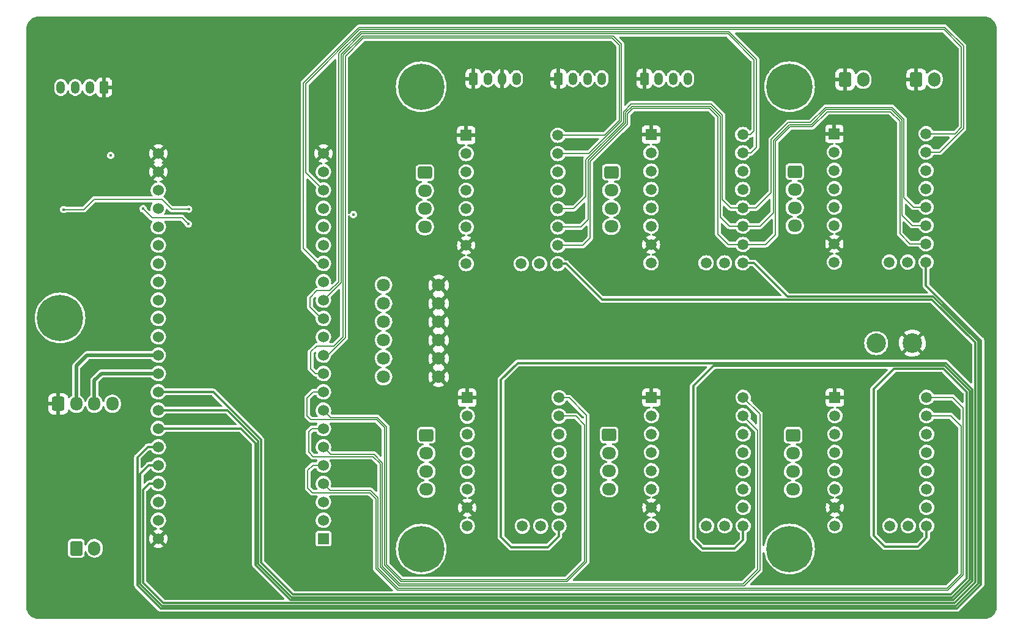
<source format=gbr>
%TF.GenerationSoftware,KiCad,Pcbnew,(6.0.7)*%
%TF.CreationDate,2025-08-04T23:03:26+08:00*%
%TF.ProjectId,stepper_with_TMC2209_controller_board_V1,73746570-7065-4725-9f77-6974685f544d,rev?*%
%TF.SameCoordinates,PX496ed40PY848f8c0*%
%TF.FileFunction,Copper,L2,Inr*%
%TF.FilePolarity,Positive*%
%FSLAX46Y46*%
G04 Gerber Fmt 4.6, Leading zero omitted, Abs format (unit mm)*
G04 Created by KiCad (PCBNEW (6.0.7)) date 2025-08-04 23:03:26*
%MOMM*%
%LPD*%
G01*
G04 APERTURE LIST*
G04 Aperture macros list*
%AMRoundRect*
0 Rectangle with rounded corners*
0 $1 Rounding radius*
0 $2 $3 $4 $5 $6 $7 $8 $9 X,Y pos of 4 corners*
0 Add a 4 corners polygon primitive as box body*
4,1,4,$2,$3,$4,$5,$6,$7,$8,$9,$2,$3,0*
0 Add four circle primitives for the rounded corners*
1,1,$1+$1,$2,$3*
1,1,$1+$1,$4,$5*
1,1,$1+$1,$6,$7*
1,1,$1+$1,$8,$9*
0 Add four rect primitives between the rounded corners*
20,1,$1+$1,$2,$3,$4,$5,0*
20,1,$1+$1,$4,$5,$6,$7,0*
20,1,$1+$1,$6,$7,$8,$9,0*
20,1,$1+$1,$8,$9,$2,$3,0*%
G04 Aperture macros list end*
%TA.AperFunction,ComponentPad*%
%ADD10RoundRect,0.250000X-0.600000X-0.750000X0.600000X-0.750000X0.600000X0.750000X-0.600000X0.750000X0*%
%TD*%
%TA.AperFunction,ComponentPad*%
%ADD11O,1.700000X2.000000*%
%TD*%
%TA.AperFunction,ComponentPad*%
%ADD12RoundRect,0.250000X-0.350000X-0.625000X0.350000X-0.625000X0.350000X0.625000X-0.350000X0.625000X0*%
%TD*%
%TA.AperFunction,ComponentPad*%
%ADD13O,1.200000X1.750000*%
%TD*%
%TA.AperFunction,ComponentPad*%
%ADD14RoundRect,0.250000X-0.725000X0.600000X-0.725000X-0.600000X0.725000X-0.600000X0.725000X0.600000X0*%
%TD*%
%TA.AperFunction,ComponentPad*%
%ADD15O,1.950000X1.700000*%
%TD*%
%TA.AperFunction,ComponentPad*%
%ADD16C,6.400000*%
%TD*%
%TA.AperFunction,ComponentPad*%
%ADD17C,2.700000*%
%TD*%
%TA.AperFunction,ComponentPad*%
%ADD18R,1.508000X1.508000*%
%TD*%
%TA.AperFunction,ComponentPad*%
%ADD19C,1.508000*%
%TD*%
%TA.AperFunction,ComponentPad*%
%ADD20R,1.530000X1.530000*%
%TD*%
%TA.AperFunction,ComponentPad*%
%ADD21C,1.530000*%
%TD*%
%TA.AperFunction,ComponentPad*%
%ADD22RoundRect,0.250000X0.350000X0.625000X-0.350000X0.625000X-0.350000X-0.625000X0.350000X-0.625000X0*%
%TD*%
%TA.AperFunction,ComponentPad*%
%ADD23RoundRect,0.250000X-0.600000X-0.725000X0.600000X-0.725000X0.600000X0.725000X-0.600000X0.725000X0*%
%TD*%
%TA.AperFunction,ComponentPad*%
%ADD24O,1.700000X1.950000*%
%TD*%
%TA.AperFunction,ComponentPad*%
%ADD25C,1.800000*%
%TD*%
%TA.AperFunction,ViaPad*%
%ADD26C,0.400000*%
%TD*%
%TA.AperFunction,Conductor*%
%ADD27C,0.200000*%
%TD*%
%TA.AperFunction,Conductor*%
%ADD28C,0.300000*%
%TD*%
%TA.AperFunction,Conductor*%
%ADD29C,0.500000*%
%TD*%
G04 APERTURE END LIST*
D10*
%TO.N,GND*%
%TO.C,J3*%
X123550000Y70025000D03*
D11*
%TO.N,/24V*%
X126050000Y70025000D03*
%TD*%
D10*
%TO.N,GND*%
%TO.C,J2*%
X113700000Y70000000D03*
D11*
%TO.N,/24V*%
X116200000Y70000000D03*
%TD*%
D12*
%TO.N,GND*%
%TO.C,J1*%
X62200000Y70100000D03*
D13*
%TO.N,/3v3*%
X64200000Y70100000D03*
%TO.N,GND*%
X66200000Y70100000D03*
%TO.N,/Spare_1*%
X68200000Y70100000D03*
%TD*%
D14*
%TO.N,/M41*%
%TO.C,JM4*%
X55725000Y20750000D03*
D15*
%TO.N,/M43*%
X55725000Y18250000D03*
%TO.N,/M42*%
X55725000Y15750000D03*
%TO.N,/M44*%
X55725000Y13250000D03*
%TD*%
D16*
%TO.N,N/C*%
%TO.C,REF\u002A\u002A*%
X106000000Y5000000D03*
%TD*%
D17*
%TO.N,/24V*%
%TO.C,U4*%
X118000000Y33500000D03*
%TO.N,GND*%
X123000000Y33500000D03*
%TD*%
D16*
%TO.N,N/C*%
%TO.C,REF\u002A\u002A*%
X106000000Y69000000D03*
%TD*%
D14*
%TO.N,/M51*%
%TO.C,JM5*%
X81025000Y20800000D03*
D15*
%TO.N,/M53*%
X81025000Y18300000D03*
%TO.N,/M52*%
X81025000Y15800000D03*
%TO.N,/M54*%
X81025000Y13300000D03*
%TD*%
D18*
%TO.N,GND*%
%TO.C,M6*%
X112277500Y25990000D03*
D19*
%TO.N,/VDD_Fault*%
X112277500Y23450000D03*
%TO.N,/M63*%
X112277500Y20910000D03*
%TO.N,/M61*%
X112277500Y18370000D03*
%TO.N,/M62*%
X112277500Y15830000D03*
%TO.N,/M64*%
X112277500Y13290000D03*
%TO.N,GND*%
X112277500Y10750000D03*
%TO.N,/24V*%
X112277500Y8210000D03*
%TO.N,/P6*%
X124977500Y25990000D03*
%TO.N,/P5*%
X124977500Y23450000D03*
%TO.N,/CLK_SLP*%
X124977500Y20910000D03*
%TO.N,/TX_Reset*%
X124977500Y18370000D03*
%TO.N,/RX_M2*%
X124977500Y15830000D03*
%TO.N,/MS2_M1*%
X124977500Y13290000D03*
%TO.N,/MS1_M0*%
X124977500Y10750000D03*
%TO.N,/TMC_EN_6*%
X124977500Y8210000D03*
%TO.N,/INDEX_6*%
X119897500Y8210000D03*
%TO.N,/DIAG_6*%
X122437500Y8210000D03*
%TD*%
D18*
%TO.N,GND*%
%TO.C,M1*%
X61225000Y62287500D03*
D19*
%TO.N,/VDD_Fault*%
X61225000Y59747500D03*
%TO.N,/M13*%
X61225000Y57207500D03*
%TO.N,/M11*%
X61225000Y54667500D03*
%TO.N,/M12*%
X61225000Y52127500D03*
%TO.N,/M14*%
X61225000Y49587500D03*
%TO.N,GND*%
X61225000Y47047500D03*
%TO.N,/24V*%
X61225000Y44507500D03*
%TO.N,/P12*%
X73925000Y62287500D03*
%TO.N,/P11*%
X73925000Y59747500D03*
%TO.N,/CLK_SLP*%
X73925000Y57207500D03*
%TO.N,/TX_Reset*%
X73925000Y54667500D03*
%TO.N,/RX_M2*%
X73925000Y52127500D03*
%TO.N,/MS2_M1*%
X73925000Y49587500D03*
%TO.N,/MS1_M0*%
X73925000Y47047500D03*
%TO.N,/TMC_EN_1*%
X73925000Y44507500D03*
%TO.N,/INDEX_1*%
X68845000Y44507500D03*
%TO.N,/DIAG_1*%
X71385000Y44507500D03*
%TD*%
D20*
%TO.N,/3v3*%
%TO.C,U3*%
X41459500Y6430000D03*
D21*
X41459500Y8970000D03*
%TO.N,unconnected-(U3-PadJ1_3)*%
X41459500Y11510000D03*
%TO.N,/P5*%
X41459500Y14050000D03*
%TO.N,/P6*%
X41459500Y16590000D03*
%TO.N,/P7*%
X41459500Y19130000D03*
%TO.N,/P8*%
X41459500Y21670000D03*
%TO.N,/P9*%
X41459500Y24210000D03*
%TO.N,/P10*%
X41459500Y26750000D03*
%TO.N,/P11*%
X41459500Y29290000D03*
%TO.N,/P12*%
X41459500Y31830000D03*
%TO.N,/SDA*%
X41459500Y34370000D03*
%TO.N,/P13*%
X41459500Y36910000D03*
%TO.N,/P14*%
X41459500Y39450000D03*
%TO.N,/SCL*%
X41459500Y41990000D03*
%TO.N,/P15*%
X41459500Y44530000D03*
%TO.N,/MOSI_1*%
X41459500Y47070000D03*
%TO.N,/MISO*%
X41459500Y49610000D03*
%TO.N,/CLK_1*%
X41459500Y52150000D03*
%TO.N,/P16*%
X41459500Y54690000D03*
%TO.N,/5V_reg*%
X41459500Y57230000D03*
%TO.N,GND*%
X41459500Y59770000D03*
X18599500Y6430000D03*
%TO.N,/Servo*%
X18599500Y8970000D03*
%TO.N,/Spare_1*%
X18599500Y11510000D03*
%TO.N,/TMC_EN_1*%
X18599500Y14050000D03*
%TO.N,/TMC_EN_2*%
X18599500Y16590000D03*
%TO.N,/TMC_EN_3*%
X18599500Y19130000D03*
%TO.N,/TMC_EN_4*%
X18599500Y21670000D03*
%TO.N,/TMC_EN_5*%
X18599500Y24210000D03*
%TO.N,/TMC_EN_6*%
X18599500Y26750000D03*
%TO.N,/CAN_TX*%
X18599500Y29290000D03*
%TO.N,/CAN_RX*%
X18599500Y31830000D03*
%TO.N,/CS12_1*%
X18599500Y34370000D03*
%TO.N,/CS11_1*%
X18599500Y36910000D03*
%TO.N,/CS10_1*%
X18599500Y39450000D03*
%TO.N,/CS9_1*%
X18599500Y41990000D03*
%TO.N,/CS8_1*%
X18599500Y44530000D03*
%TO.N,/CS7_1*%
X18599500Y47070000D03*
%TO.N,/CS6_1*%
X18599500Y49610000D03*
%TO.N,/USB_D+*%
X18599500Y52150000D03*
%TO.N,/USB_D-*%
X18599500Y54690000D03*
%TO.N,GND*%
X18599500Y57230000D03*
X18599500Y59770000D03*
%TD*%
D12*
%TO.N,GND*%
%TO.C,J13*%
X74000000Y70100000D03*
D13*
%TO.N,/24V*%
X76000000Y70100000D03*
%TO.N,/Servo*%
X78000000Y70100000D03*
%TO.N,/5V_reg*%
X80000000Y70100000D03*
%TD*%
D16*
%TO.N,N/C*%
%TO.C,REF\u002A\u002A*%
X55000000Y5000000D03*
%TD*%
D18*
%TO.N,GND*%
%TO.C,M5*%
X86877500Y25990000D03*
D19*
%TO.N,/VDD_Fault*%
X86877500Y23450000D03*
%TO.N,/M53*%
X86877500Y20910000D03*
%TO.N,/M51*%
X86877500Y18370000D03*
%TO.N,/M52*%
X86877500Y15830000D03*
%TO.N,/M54*%
X86877500Y13290000D03*
%TO.N,GND*%
X86877500Y10750000D03*
%TO.N,/24V*%
X86877500Y8210000D03*
%TO.N,/P8*%
X99577500Y25990000D03*
%TO.N,/P7*%
X99577500Y23450000D03*
%TO.N,/CLK_SLP*%
X99577500Y20910000D03*
%TO.N,/TX_Reset*%
X99577500Y18370000D03*
%TO.N,/RX_M2*%
X99577500Y15830000D03*
%TO.N,/MS2_M1*%
X99577500Y13290000D03*
%TO.N,/MS1_M0*%
X99577500Y10750000D03*
%TO.N,/TMC_EN_5*%
X99577500Y8210000D03*
%TO.N,/INDEX_5*%
X94497500Y8210000D03*
%TO.N,/DIAG_5*%
X97037500Y8210000D03*
%TD*%
D22*
%TO.N,GND*%
%TO.C,J5*%
X11100000Y68900000D03*
D13*
%TO.N,/SCL*%
X9100000Y68900000D03*
%TO.N,/SDA*%
X7100000Y68900000D03*
%TO.N,/5V_reg*%
X5100000Y68900000D03*
%TD*%
D14*
%TO.N,/M31*%
%TO.C,JM3*%
X106725000Y57250000D03*
D15*
%TO.N,/M33*%
X106725000Y54750000D03*
%TO.N,/M32*%
X106725000Y52250000D03*
%TO.N,/M34*%
X106725000Y49750000D03*
%TD*%
D23*
%TO.N,GND*%
%TO.C,J6*%
X4750000Y25100000D03*
D24*
%TO.N,/CAN_RX*%
X7250000Y25100000D03*
%TO.N,/CAN_TX*%
X9750000Y25100000D03*
%TO.N,/5V_reg*%
X12250000Y25100000D03*
%TD*%
D18*
%TO.N,GND*%
%TO.C,M3*%
X112202500Y62490000D03*
D19*
%TO.N,/VDD_Fault*%
X112202500Y59950000D03*
%TO.N,/M33*%
X112202500Y57410000D03*
%TO.N,/M31*%
X112202500Y54870000D03*
%TO.N,/M32*%
X112202500Y52330000D03*
%TO.N,/M34*%
X112202500Y49790000D03*
%TO.N,GND*%
X112202500Y47250000D03*
%TO.N,/24V*%
X112202500Y44710000D03*
%TO.N,/P16*%
X124902500Y62490000D03*
%TO.N,/P15*%
X124902500Y59950000D03*
%TO.N,/CLK_SLP*%
X124902500Y57410000D03*
%TO.N,/TX_Reset*%
X124902500Y54870000D03*
%TO.N,/RX_M2*%
X124902500Y52330000D03*
%TO.N,/MS2_M1*%
X124902500Y49790000D03*
%TO.N,/MS1_M0*%
X124902500Y47250000D03*
%TO.N,/TMC_EN_3*%
X124902500Y44710000D03*
%TO.N,/INDEX_3*%
X119822500Y44710000D03*
%TO.N,/DIAG_3*%
X122362500Y44710000D03*
%TD*%
D18*
%TO.N,GND*%
%TO.C,M4*%
X61377500Y25940000D03*
D19*
%TO.N,/VDD_Fault*%
X61377500Y23400000D03*
%TO.N,/M43*%
X61377500Y20860000D03*
%TO.N,/M41*%
X61377500Y18320000D03*
%TO.N,/M42*%
X61377500Y15780000D03*
%TO.N,/M44*%
X61377500Y13240000D03*
%TO.N,GND*%
X61377500Y10700000D03*
%TO.N,/24V*%
X61377500Y8160000D03*
%TO.N,/P10*%
X74077500Y25940000D03*
%TO.N,/P9*%
X74077500Y23400000D03*
%TO.N,/CLK_SLP*%
X74077500Y20860000D03*
%TO.N,/TX_Reset*%
X74077500Y18320000D03*
%TO.N,/RX_M2*%
X74077500Y15780000D03*
%TO.N,/MS2_M1*%
X74077500Y13240000D03*
%TO.N,/MS1_M0*%
X74077500Y10700000D03*
%TO.N,/TMC_EN_4*%
X74077500Y8160000D03*
%TO.N,/INDEX_4*%
X68997500Y8160000D03*
%TO.N,/DIAG_4*%
X71537500Y8160000D03*
%TD*%
D14*
%TO.N,/M11*%
%TO.C,JM1*%
X55500000Y57100000D03*
D15*
%TO.N,/M13*%
X55500000Y54600000D03*
%TO.N,/M12*%
X55500000Y52100000D03*
%TO.N,/M14*%
X55500000Y49600000D03*
%TD*%
D12*
%TO.N,GND*%
%TO.C,J7*%
X85900000Y70100000D03*
D13*
%TO.N,/USB_D-*%
X87900000Y70100000D03*
%TO.N,/USB_D+*%
X89900000Y70100000D03*
%TO.N,/5V_reg*%
X91900000Y70100000D03*
%TD*%
D10*
%TO.N,/CANL*%
%TO.C,J8*%
X7250000Y5100000D03*
D11*
%TO.N,/CANH*%
X9750000Y5100000D03*
%TD*%
D14*
%TO.N,/M61*%
%TO.C,JM6*%
X106500000Y20750000D03*
D15*
%TO.N,/M63*%
X106500000Y18250000D03*
%TO.N,/M62*%
X106500000Y15750000D03*
%TO.N,/M64*%
X106500000Y13250000D03*
%TD*%
D16*
%TO.N,N/C*%
%TO.C,REF\u002A\u002A*%
X5000000Y37000000D03*
%TD*%
D25*
%TO.N,/MS1_M0*%
%TO.C,SW1*%
X49790000Y28850000D03*
%TO.N,/MS2_M1*%
X49790000Y31390000D03*
%TO.N,/RX_M2*%
X49790000Y33930000D03*
%TO.N,/TX_Reset*%
X49790000Y36470000D03*
%TO.N,/CLK_SLP*%
X49790000Y39010000D03*
%TO.N,/VDD_Fault*%
X49790000Y41550000D03*
%TO.N,GND*%
X57410000Y28850000D03*
X57410000Y31390000D03*
X57410000Y33930000D03*
X57410000Y36470000D03*
X57410000Y39010000D03*
X57410000Y41550000D03*
%TD*%
D18*
%TO.N,GND*%
%TO.C,M2*%
X86825000Y62387500D03*
D19*
%TO.N,/VDD_Fault*%
X86825000Y59847500D03*
%TO.N,/M23*%
X86825000Y57307500D03*
%TO.N,/M21*%
X86825000Y54767500D03*
%TO.N,/M22*%
X86825000Y52227500D03*
%TO.N,/M24*%
X86825000Y49687500D03*
%TO.N,GND*%
X86825000Y47147500D03*
%TO.N,/24V*%
X86825000Y44607500D03*
%TO.N,/P14*%
X99525000Y62387500D03*
%TO.N,/P13*%
X99525000Y59847500D03*
%TO.N,/CLK_SLP*%
X99525000Y57307500D03*
%TO.N,/TX_Reset*%
X99525000Y54767500D03*
%TO.N,/RX_M2*%
X99525000Y52227500D03*
%TO.N,/MS2_M1*%
X99525000Y49687500D03*
%TO.N,/MS1_M0*%
X99525000Y47147500D03*
%TO.N,/TMC_EN_2*%
X99525000Y44607500D03*
%TO.N,/INDEX_2*%
X94445000Y44607500D03*
%TO.N,/DIAG_2*%
X96985000Y44607500D03*
%TD*%
D16*
%TO.N,N/C*%
%TO.C,REF\u002A\u002A*%
X55000000Y69000000D03*
%TD*%
D14*
%TO.N,/M21*%
%TO.C,JM2*%
X81325000Y57150000D03*
D15*
%TO.N,/M23*%
X81325000Y54650000D03*
%TO.N,/M22*%
X81325000Y52150000D03*
%TO.N,/M24*%
X81325000Y49650000D03*
%TD*%
D26*
%TO.N,/3v3*%
X12000000Y59500000D03*
X45600000Y51300000D03*
%TO.N,GND*%
X72425000Y16975000D03*
X72400000Y14400000D03*
X72450000Y11800000D03*
X48025000Y32750000D03*
X97875000Y19600000D03*
X72275000Y48250000D03*
X51450000Y35175000D03*
X51375000Y37850000D03*
X97975000Y16850000D03*
X102250000Y51575000D03*
X98000000Y14475000D03*
X40150000Y15300000D03*
X5750000Y51125000D03*
X72425000Y56175000D03*
X48075000Y37675000D03*
X97975000Y11850000D03*
X48050000Y35225000D03*
X51475000Y32675000D03*
X51575000Y30150000D03*
X102250000Y48475000D03*
X72275000Y50875000D03*
X72300000Y53600000D03*
X48000000Y40350000D03*
X12625000Y51175000D03*
X98250000Y61075000D03*
X76800000Y63550000D03*
X40200000Y20450000D03*
X88900000Y68750000D03*
X20550000Y49150000D03*
X48075000Y30125000D03*
%TO.N,/MOSI*%
X22750000Y50000000D03*
X16500000Y52100000D03*
%TO.N,/CLK*%
X5500000Y52000000D03*
X22800000Y52050000D03*
%TD*%
D27*
%TO.N,/P5*%
X41459500Y14050000D02*
X42419500Y13090000D01*
X129760000Y1520122D02*
X129760000Y21990000D01*
X129760000Y21990000D02*
X128300000Y23450000D01*
X127829878Y-410000D02*
X129760000Y1520122D01*
X42419500Y13090000D02*
X48020122Y13090000D01*
X49030000Y12080122D02*
X49030000Y2379512D01*
X51819512Y-410000D02*
X127829878Y-410000D01*
X48020122Y13090000D02*
X49030000Y12080122D01*
X49030000Y2379512D02*
X51819512Y-410000D01*
X128300000Y23450000D02*
X124977500Y23450000D01*
%TO.N,/P6*%
X51699390Y-700000D02*
X127950000Y-700000D01*
X41459500Y16590000D02*
X39990000Y16590000D01*
X47900000Y12800000D02*
X48740000Y11960000D01*
X39900000Y12800000D02*
X47900000Y12800000D01*
X130050000Y24550000D02*
X128610000Y25990000D01*
X39990000Y16590000D02*
X39300000Y15900000D01*
X127950000Y-700000D02*
X130050000Y1400000D01*
X39300000Y13400000D02*
X39900000Y12800000D01*
X130050000Y1400000D02*
X130050000Y24550000D01*
X128610000Y25990000D02*
X124977500Y25990000D01*
X48740000Y11960000D02*
X48740000Y2259390D01*
X48740000Y2259390D02*
X51699390Y-700000D01*
X39300000Y15900000D02*
X39300000Y13400000D01*
%TO.N,/P7*%
X49610000Y16940000D02*
X49610000Y2619756D01*
X52059756Y170000D02*
X99570000Y170000D01*
X99570000Y170000D02*
X101600000Y2200000D01*
X48460000Y18090000D02*
X49610000Y16940000D01*
X49610000Y2619756D02*
X52059756Y170000D01*
X101600000Y2200000D02*
X101600000Y21427500D01*
X101600000Y21427500D02*
X99577500Y23450000D01*
X41459500Y19130000D02*
X42499500Y18090000D01*
X42499500Y18090000D02*
X48460000Y18090000D01*
%TO.N,/P8*%
X39870000Y21670000D02*
X39400000Y21200000D01*
X40000000Y17800000D02*
X48339878Y17800000D01*
X41459500Y21670000D02*
X39870000Y21670000D01*
X101890000Y2079878D02*
X101890000Y23677500D01*
X49320000Y16819878D02*
X49320000Y2499634D01*
X101890000Y23677500D02*
X99577500Y25990000D01*
X39400000Y18400000D02*
X40000000Y17800000D01*
X39400000Y21200000D02*
X39400000Y18400000D01*
X49320000Y2499634D02*
X51939634Y-120000D01*
X99690122Y-120000D02*
X101890000Y2079878D01*
X51939634Y-120000D02*
X99690122Y-120000D01*
X48339878Y17800000D02*
X49320000Y16819878D01*
%TO.N,/P9*%
X76410000Y23400000D02*
X74077500Y23400000D01*
X77610000Y22200000D02*
X76410000Y23400000D01*
X41459500Y24210000D02*
X42479500Y23190000D01*
X50190000Y21910000D02*
X50190000Y2860000D01*
X75039878Y750000D02*
X77610000Y3320122D01*
X42479500Y23190000D02*
X48910000Y23190000D01*
X48910000Y23190000D02*
X50190000Y21910000D01*
X50190000Y2860000D02*
X52300000Y750000D01*
X52300000Y750000D02*
X75039878Y750000D01*
X77610000Y3320122D02*
X77610000Y22200000D01*
%TO.N,/P10*%
X39200000Y25900000D02*
X39200000Y23400000D01*
X49900000Y21789878D02*
X49900000Y2739878D01*
X39700000Y22900000D02*
X48789878Y22900000D01*
X40050000Y26750000D02*
X39200000Y25900000D01*
X39200000Y23400000D02*
X39700000Y22900000D01*
X77900000Y3200000D02*
X77900000Y23500000D01*
X52179878Y460000D02*
X75160000Y460000D01*
X41459500Y26750000D02*
X40050000Y26750000D01*
X75160000Y460000D02*
X77900000Y3200000D01*
X49900000Y2739878D02*
X52179878Y460000D01*
X75460000Y25940000D02*
X74077500Y25940000D01*
X48789878Y22900000D02*
X49900000Y21789878D01*
X77900000Y23500000D02*
X75460000Y25940000D01*
%TO.N,/P11*%
X40334750Y29290000D02*
X39700000Y29924750D01*
X44190000Y34390000D02*
X44190000Y73359634D01*
X44190000Y73359634D02*
X46860366Y76030000D01*
X39700000Y32300000D02*
X40500000Y33100000D01*
X42900000Y33100000D02*
X44190000Y34390000D01*
X82700000Y64200000D02*
X78247500Y59747500D01*
X81570000Y76030000D02*
X82700000Y74900000D01*
X46860366Y76030000D02*
X81570000Y76030000D01*
X39700000Y29924750D02*
X39700000Y32300000D01*
X41459500Y29290000D02*
X40334750Y29290000D01*
X82700000Y74900000D02*
X82700000Y64200000D01*
X40500000Y33100000D02*
X42900000Y33100000D01*
X78247500Y59747500D02*
X73925000Y59747500D01*
%TO.N,/P12*%
X46980488Y75740000D02*
X81449878Y75740000D01*
X80377378Y62287500D02*
X73925000Y62287500D01*
X81449878Y75740000D02*
X82410000Y74779878D01*
X44480000Y73239512D02*
X46980488Y75740000D01*
X82410000Y74779878D02*
X82410000Y64320122D01*
X82410000Y64320122D02*
X80377378Y62287500D01*
X44480000Y34269878D02*
X44480000Y73239512D01*
X41459500Y31830000D02*
X42040122Y31830000D01*
X42040122Y31830000D02*
X44480000Y34269878D01*
%TO.N,/P13*%
X40550311Y40750311D02*
X42349689Y40750311D01*
X97600000Y76610000D02*
X101400000Y72810000D01*
X41459500Y36910000D02*
X41190000Y36910000D01*
X39600000Y39800000D02*
X40550311Y40750311D01*
X101400000Y60600000D02*
X100647500Y59847500D01*
X46620122Y76610000D02*
X97600000Y76610000D01*
X43610000Y42010622D02*
X43610000Y73599878D01*
X39600000Y38500000D02*
X39600000Y39800000D01*
X42349689Y40750311D02*
X43610000Y42010622D01*
X101400000Y72810000D02*
X101400000Y60600000D01*
X100647500Y59847500D02*
X99525000Y59847500D01*
X41190000Y36910000D02*
X39600000Y38500000D01*
X43610000Y73599878D02*
X46620122Y76610000D01*
%TO.N,/P14*%
X41459500Y39450000D02*
X43900000Y41890500D01*
X101100000Y72699878D02*
X101100000Y62900000D01*
X100587500Y62387500D02*
X99525000Y62387500D01*
X101100000Y62900000D02*
X100587500Y62387500D01*
X46740244Y76320000D02*
X97479878Y76320000D01*
X43900000Y41890500D02*
X43900000Y73479756D01*
X43900000Y73479756D02*
X46740244Y76320000D01*
X97479878Y76320000D02*
X101100000Y72699878D01*
%TO.N,/P15*%
X130090000Y74620122D02*
X130090000Y63240000D01*
X46379878Y77190000D02*
X127520122Y77190000D01*
X38710000Y46590000D02*
X38710000Y69520122D01*
X41459500Y44530000D02*
X40770000Y44530000D01*
X126800000Y59950000D02*
X124902500Y59950000D01*
X127520122Y77190000D02*
X130090000Y74620122D01*
X130090000Y63240000D02*
X126800000Y59950000D01*
X38710000Y69520122D02*
X46379878Y77190000D01*
X40770000Y44530000D02*
X38710000Y46590000D01*
%TO.N,/P16*%
X129800000Y74500000D02*
X129800000Y63360122D01*
X127400000Y76900000D02*
X129800000Y74500000D01*
X128929878Y62490000D02*
X124902500Y62490000D01*
X39000000Y57149500D02*
X39000000Y69400000D01*
X39000000Y69400000D02*
X46500000Y76900000D01*
X41459500Y54690000D02*
X39000000Y57149500D01*
X129800000Y63360122D02*
X128929878Y62490000D01*
X46500000Y76900000D02*
X127400000Y76900000D01*
%TO.N,/MOSI*%
X21900000Y50850000D02*
X17750000Y50850000D01*
X17750000Y50850000D02*
X16500000Y52100000D01*
X22750000Y50000000D02*
X21900000Y50850000D01*
%TO.N,/CLK*%
X20450000Y52050000D02*
X19100000Y53400000D01*
X9700000Y53400000D02*
X8300000Y52000000D01*
X22800000Y52050000D02*
X20450000Y52050000D01*
X19100000Y53400000D02*
X9700000Y53400000D01*
X8300000Y52000000D02*
X5500000Y52000000D01*
D28*
%TO.N,/TMC_EN_1*%
X75092500Y44507500D02*
X73925000Y44507500D01*
X18599500Y14050000D02*
X17350000Y14050000D01*
X131720000Y423088D02*
X131720000Y33559288D01*
X16480000Y323088D02*
X19273088Y-2470000D01*
X16480000Y13180000D02*
X16480000Y323088D01*
X80050000Y39550000D02*
X75092500Y44507500D01*
X17350000Y14050000D02*
X16480000Y13180000D01*
X19273088Y-2470000D02*
X128826912Y-2470000D01*
X131720000Y33559288D02*
X125729288Y39550000D01*
X125729288Y39550000D02*
X80050000Y39550000D01*
X128826912Y-2470000D02*
X131720000Y423088D01*
%TO.N,/TMC_EN_2*%
X16090000Y161544D02*
X19111544Y-2860000D01*
X19111544Y-2860000D02*
X128988456Y-2860000D01*
X18599500Y16590000D02*
X17290000Y16590000D01*
X105760000Y39940000D02*
X101092500Y44607500D01*
X101092500Y44607500D02*
X99525000Y44607500D01*
X16090000Y15390000D02*
X16090000Y161544D01*
X17290000Y16590000D02*
X16090000Y15390000D01*
X132110000Y261544D02*
X132110000Y33720832D01*
X125890832Y39940000D02*
X105760000Y39940000D01*
X128988456Y-2860000D02*
X132110000Y261544D01*
X132110000Y33720832D02*
X125890832Y39940000D01*
%TO.N,/TMC_EN_3*%
X124902500Y41479876D02*
X124902500Y44710000D01*
X132500000Y33882376D02*
X124902500Y41479876D01*
X17130000Y19130000D02*
X15700000Y17700000D01*
X129150000Y-3250000D02*
X132500000Y100001D01*
X132500000Y100001D02*
X132500000Y33882376D01*
X15700000Y17700000D02*
X15700000Y0D01*
X15700000Y0D02*
X18950000Y-3250000D01*
X18950000Y-3250000D02*
X129150000Y-3250000D01*
X18599500Y19130000D02*
X17130000Y19130000D01*
%TO.N,/TMC_EN_4*%
X32050000Y19650000D02*
X32050000Y2800000D01*
X32050000Y2800000D02*
X36930000Y-2080000D01*
X66050000Y28450000D02*
X66050000Y6650000D01*
X127650000Y30750000D02*
X68350000Y30750000D01*
X128665368Y-2080000D02*
X131330000Y584632D01*
X66050000Y6650000D02*
X67450000Y5250000D01*
X30030000Y21670000D02*
X32050000Y19650000D01*
X18599500Y21670000D02*
X30030000Y21670000D01*
X74077500Y6777500D02*
X74077500Y8160000D01*
X67450000Y5250000D02*
X72550000Y5250000D01*
X72550000Y5250000D02*
X74077500Y6777500D01*
X131330000Y584632D02*
X131330000Y27070000D01*
X36930000Y-2080000D02*
X128665368Y-2080000D01*
X68350000Y30750000D02*
X66050000Y28450000D01*
X131330000Y27070000D02*
X127650000Y30750000D01*
%TO.N,/TMC_EN_5*%
X32440000Y19949878D02*
X32440000Y2961544D01*
X130940000Y26908456D02*
X127488456Y30360000D01*
X130940000Y746176D02*
X130940000Y26908456D01*
X99577500Y6277500D02*
X99577500Y8210000D01*
X127488456Y30360000D02*
X95460000Y30360000D01*
X128503824Y-1690000D02*
X130940000Y746176D01*
X94000000Y5100000D02*
X98400000Y5100000D01*
X28179878Y24210000D02*
X32440000Y19949878D01*
X92650000Y6450000D02*
X94000000Y5100000D01*
X98400000Y5100000D02*
X99577500Y6277500D01*
X95460000Y30360000D02*
X92650000Y27550000D01*
X18599500Y24210000D02*
X28179878Y24210000D01*
X37091544Y-1690000D02*
X128503824Y-1690000D01*
X92650000Y27550000D02*
X92650000Y6450000D01*
X32440000Y2961544D02*
X37091544Y-1690000D01*
%TO.N,/TMC_EN_6*%
X32830000Y20111421D02*
X32830000Y3123088D01*
X123750000Y5350000D02*
X124977500Y6577500D01*
X120470000Y29970000D02*
X117650000Y27150000D01*
X130550000Y26746912D02*
X127326912Y29970000D01*
X117650000Y6850000D02*
X119150000Y5350000D01*
X119150000Y5350000D02*
X123750000Y5350000D01*
X32830000Y3123088D02*
X37253088Y-1300000D01*
X128342280Y-1300000D02*
X130550000Y907720D01*
X124977500Y6577500D02*
X124977500Y8210000D01*
X26191421Y26750000D02*
X32830000Y20111421D01*
X127326912Y29970000D02*
X120470000Y29970000D01*
X18599500Y26750000D02*
X26191421Y26750000D01*
X117650000Y27150000D02*
X117650000Y6850000D01*
X130550000Y907720D02*
X130550000Y26746912D01*
X37253088Y-1300000D02*
X128342280Y-1300000D01*
D27*
%TO.N,/RX_M2*%
X105850000Y64050000D02*
X108900000Y64050000D01*
X77825000Y53825000D02*
X77825000Y58914878D01*
X120225000Y66125000D02*
X121850000Y64500000D01*
X108900000Y64050000D02*
X110975000Y66125000D01*
X110975000Y66125000D02*
X120225000Y66125000D01*
X123195000Y52330000D02*
X124902500Y52330000D01*
X83000000Y65525000D02*
X84075000Y66600000D01*
X103475000Y61675000D02*
X105850000Y64050000D01*
X76127500Y52127500D02*
X77825000Y53825000D01*
X84075000Y66600000D02*
X95150000Y66600000D01*
X101352500Y52227500D02*
X103475000Y54350000D01*
X97847500Y52227500D02*
X99525000Y52227500D01*
X96675000Y53400000D02*
X97847500Y52227500D01*
X121850000Y64500000D02*
X121850000Y53675000D01*
X103475000Y54350000D02*
X103475000Y61675000D01*
X73925000Y52127500D02*
X76127500Y52127500D01*
X99525000Y52227500D02*
X101352500Y52227500D01*
X96675000Y65075000D02*
X96675000Y53400000D01*
X121850000Y53675000D02*
X123195000Y52330000D01*
X95150000Y66600000D02*
X96675000Y65075000D01*
X77825000Y58914878D02*
X83000000Y64089878D01*
X83000000Y64089878D02*
X83000000Y65525000D01*
%TO.N,/MS2_M1*%
X97687500Y49687500D02*
X99525000Y49687500D01*
X111095122Y65835000D02*
X120104878Y65835000D01*
X84195122Y66310000D02*
X95029878Y66310000D01*
X83290000Y63969756D02*
X83290000Y65404878D01*
X120104878Y65835000D02*
X121560000Y64379878D01*
X96385000Y64954878D02*
X96385000Y50990000D01*
X122985000Y49790000D02*
X124902500Y49790000D01*
X99525000Y49687500D02*
X101887500Y49687500D01*
X103765000Y61554878D02*
X105970122Y63760000D01*
X96385000Y50990000D02*
X97687500Y49687500D01*
X121560000Y64379878D02*
X121560000Y51215000D01*
X103765000Y51565000D02*
X103765000Y61554878D01*
X101887500Y49687500D02*
X103765000Y51565000D01*
X73925000Y49587500D02*
X77087500Y49587500D01*
X109020122Y63760000D02*
X111095122Y65835000D01*
X77087500Y49587500D02*
X78115000Y50615000D01*
X95029878Y66310000D02*
X96385000Y64954878D01*
X78115000Y58794756D02*
X83290000Y63969756D01*
X105970122Y63760000D02*
X109020122Y63760000D01*
X83290000Y65404878D02*
X84195122Y66310000D01*
X121560000Y51215000D02*
X122985000Y49790000D01*
X78115000Y50615000D02*
X78115000Y58794756D01*
%TO.N,/MS1_M0*%
X96095000Y64834756D02*
X96095000Y48580000D01*
X73925000Y47047500D02*
X77397500Y47047500D01*
X102697500Y47147500D02*
X104055000Y48505000D01*
X78405000Y58674634D02*
X83580000Y63849634D01*
X78405000Y48055000D02*
X78405000Y58674634D01*
X122675000Y47250000D02*
X124902500Y47250000D01*
X109140244Y63470000D02*
X111215244Y65545000D01*
X96095000Y48580000D02*
X97527500Y47147500D01*
X106090244Y63470000D02*
X109140244Y63470000D01*
X104055000Y61434756D02*
X106090244Y63470000D01*
X104055000Y48505000D02*
X104055000Y61434756D01*
X94909756Y66020000D02*
X96095000Y64834756D01*
X83580000Y63849634D02*
X83580000Y65280000D01*
X99525000Y47147500D02*
X102697500Y47147500D01*
X121270000Y64259756D02*
X121270000Y48655000D01*
X111215244Y65545000D02*
X119984756Y65545000D01*
X119984756Y65545000D02*
X121270000Y64259756D01*
X83580000Y65280000D02*
X84320000Y66020000D01*
X84320000Y66020000D02*
X94909756Y66020000D01*
X97527500Y47147500D02*
X99525000Y47147500D01*
X77397500Y47047500D02*
X78405000Y48055000D01*
X121270000Y48655000D02*
X122675000Y47250000D01*
D29*
%TO.N,/CAN_RX*%
X8730000Y31830000D02*
X7250000Y30350000D01*
X18599500Y31830000D02*
X8730000Y31830000D01*
X7250000Y30350000D02*
X7250000Y25100000D01*
%TO.N,/CAN_TX*%
X18599500Y29290000D02*
X10690000Y29290000D01*
X9750000Y28350000D02*
X9750000Y25100000D01*
X10690000Y29290000D02*
X9750000Y28350000D01*
%TD*%
%TA.AperFunction,Conductor*%
%TO.N,GND*%
G36*
X132984563Y78697586D02*
G01*
X132989145Y78696778D01*
X133000000Y78694864D01*
X133010855Y78696778D01*
X133021878Y78696778D01*
X133021878Y78696413D01*
X133034236Y78697051D01*
X133130210Y78690187D01*
X133232881Y78682844D01*
X133250669Y78680287D01*
X133418867Y78643697D01*
X133469996Y78632574D01*
X133487245Y78627510D01*
X133697560Y78549067D01*
X133713906Y78541602D01*
X133910913Y78434027D01*
X133926033Y78424310D01*
X134105725Y78289794D01*
X134119311Y78278021D01*
X134278021Y78119311D01*
X134289794Y78105725D01*
X134424310Y77926033D01*
X134434029Y77910910D01*
X134541600Y77713910D01*
X134549067Y77697560D01*
X134590141Y77587435D01*
X134627510Y77487244D01*
X134632574Y77469996D01*
X134674385Y77277801D01*
X134680286Y77250673D01*
X134682845Y77232877D01*
X134697051Y77034236D01*
X134696413Y77021878D01*
X134696778Y77021878D01*
X134696778Y77010855D01*
X134694864Y77000000D01*
X134696778Y76989145D01*
X134697586Y76984563D01*
X134699500Y76962683D01*
X134699500Y-2962683D01*
X134697586Y-2984563D01*
X134694864Y-3000000D01*
X134696778Y-3010855D01*
X134696778Y-3021878D01*
X134696413Y-3021878D01*
X134697051Y-3034236D01*
X134682845Y-3232877D01*
X134680287Y-3250669D01*
X134643697Y-3418867D01*
X134632574Y-3469996D01*
X134627510Y-3487244D01*
X134549083Y-3697519D01*
X134549069Y-3697556D01*
X134541600Y-3713910D01*
X134434029Y-3910910D01*
X134424310Y-3926033D01*
X134289794Y-4105725D01*
X134278021Y-4119311D01*
X134119311Y-4278021D01*
X134105725Y-4289794D01*
X133926033Y-4424310D01*
X133910913Y-4434027D01*
X133713906Y-4541602D01*
X133697560Y-4549067D01*
X133527627Y-4612448D01*
X133487244Y-4627510D01*
X133469995Y-4632574D01*
X133250669Y-4680287D01*
X133232881Y-4682844D01*
X133130210Y-4690187D01*
X133034236Y-4697051D01*
X133021878Y-4696413D01*
X133021878Y-4696778D01*
X133010855Y-4696778D01*
X133000000Y-4694864D01*
X132989145Y-4696778D01*
X132984563Y-4697586D01*
X132962683Y-4699500D01*
X2037317Y-4699500D01*
X2015437Y-4697586D01*
X2010855Y-4696778D01*
X2000000Y-4694864D01*
X1989145Y-4696778D01*
X1978122Y-4696778D01*
X1978122Y-4696413D01*
X1965764Y-4697051D01*
X1869790Y-4690187D01*
X1767119Y-4682844D01*
X1749331Y-4680287D01*
X1530005Y-4632574D01*
X1512756Y-4627510D01*
X1472373Y-4612448D01*
X1302440Y-4549067D01*
X1286094Y-4541602D01*
X1089087Y-4434027D01*
X1073967Y-4424310D01*
X894275Y-4289794D01*
X880689Y-4278021D01*
X721979Y-4119311D01*
X710206Y-4105725D01*
X575690Y-3926033D01*
X565971Y-3910910D01*
X458400Y-3713910D01*
X450931Y-3697556D01*
X450918Y-3697519D01*
X372490Y-3487244D01*
X367426Y-3469996D01*
X356303Y-3418867D01*
X319713Y-3250669D01*
X317155Y-3232877D01*
X302949Y-3034236D01*
X303587Y-3021878D01*
X303222Y-3021878D01*
X303222Y-3010855D01*
X305136Y-3000000D01*
X302414Y-2984563D01*
X300500Y-2962683D01*
X300500Y-14310D01*
X15244636Y-14310D01*
X15246328Y-23574D01*
X15246328Y-23575D01*
X15255172Y-72001D01*
X15255822Y-75904D01*
X15262566Y-120757D01*
X15264551Y-133962D01*
X15267679Y-140475D01*
X15268975Y-147573D01*
X15296025Y-199647D01*
X15297768Y-203137D01*
X15323191Y-256079D01*
X15328077Y-261365D01*
X15328110Y-261413D01*
X15331421Y-267788D01*
X15335725Y-272828D01*
X15372952Y-310055D01*
X15376381Y-313620D01*
X15415146Y-355556D01*
X15421505Y-359249D01*
X15427663Y-364766D01*
X18607247Y-3544350D01*
X18617101Y-3555439D01*
X18631434Y-3573619D01*
X18638128Y-3582110D01*
X18645875Y-3587465D01*
X18645877Y-3587466D01*
X18671386Y-3605096D01*
X18684668Y-3614275D01*
X18686375Y-3615455D01*
X18689587Y-3617750D01*
X18736816Y-3652634D01*
X18743632Y-3655027D01*
X18749569Y-3659131D01*
X18758549Y-3661971D01*
X18758551Y-3661972D01*
X18778717Y-3668350D01*
X18805519Y-3676826D01*
X18809250Y-3678071D01*
X18855737Y-3694396D01*
X18855739Y-3694396D01*
X18864631Y-3697519D01*
X18871819Y-3697801D01*
X18871878Y-3697812D01*
X18878730Y-3699980D01*
X18885337Y-3700500D01*
X18938016Y-3700500D01*
X18942962Y-3700597D01*
X18999994Y-3702838D01*
X19007100Y-3700954D01*
X19015347Y-3700500D01*
X129115780Y-3700500D01*
X129130589Y-3701373D01*
X129164310Y-3705364D01*
X129173574Y-3703672D01*
X129173575Y-3703672D01*
X129222001Y-3694828D01*
X129225904Y-3694178D01*
X129274645Y-3686850D01*
X129274646Y-3686850D01*
X129283962Y-3685449D01*
X129290475Y-3682321D01*
X129297573Y-3681025D01*
X129349647Y-3653975D01*
X129353137Y-3652232D01*
X129406079Y-3626809D01*
X129411365Y-3621923D01*
X129411413Y-3621890D01*
X129417788Y-3618579D01*
X129422828Y-3614275D01*
X129460054Y-3577049D01*
X129463620Y-3573619D01*
X129498641Y-3541246D01*
X129505556Y-3534854D01*
X129509249Y-3528495D01*
X129514766Y-3522337D01*
X132794350Y-242752D01*
X132805439Y-232898D01*
X132824709Y-217706D01*
X132824711Y-217704D01*
X132832110Y-211871D01*
X132838138Y-203150D01*
X132865455Y-163624D01*
X132867757Y-160402D01*
X132871060Y-155931D01*
X132902634Y-113183D01*
X132905027Y-106367D01*
X132909131Y-100430D01*
X132926826Y-44480D01*
X132928071Y-40749D01*
X132944396Y5738D01*
X132944396Y5740D01*
X132947519Y14632D01*
X132947801Y21820D01*
X132947812Y21879D01*
X132949980Y28731D01*
X132950500Y35338D01*
X132950500Y88017D01*
X132950597Y92964D01*
X132952468Y140586D01*
X132952838Y149995D01*
X132950954Y157101D01*
X132950500Y165348D01*
X132950500Y33848156D01*
X132951373Y33862965D01*
X132954257Y33887333D01*
X132955364Y33896686D01*
X132953672Y33905950D01*
X132953672Y33905954D01*
X132944827Y33954387D01*
X132944178Y33958288D01*
X132936851Y34007021D01*
X132936849Y34007029D01*
X132935449Y34016338D01*
X132932323Y34022848D01*
X132931026Y34029949D01*
X132915433Y34059968D01*
X132903982Y34082013D01*
X132902214Y34085551D01*
X132880886Y34129965D01*
X132876809Y34138455D01*
X132871926Y34143736D01*
X132871891Y34143788D01*
X132868580Y34150164D01*
X132864276Y34155204D01*
X132827036Y34192444D01*
X132823606Y34196010D01*
X132791245Y34231019D01*
X132791242Y34231021D01*
X132784854Y34237932D01*
X132778498Y34241623D01*
X132772344Y34247136D01*
X129108066Y37911414D01*
X125389905Y41629574D01*
X125355879Y41691886D01*
X125353000Y41718669D01*
X125353000Y43678599D01*
X125373002Y43746720D01*
X125422190Y43791065D01*
X125470263Y43815348D01*
X125633222Y43942666D01*
X125637248Y43947330D01*
X125637251Y43947333D01*
X125764319Y44094543D01*
X125764320Y44094545D01*
X125768348Y44099211D01*
X125832392Y44211948D01*
X125867450Y44273660D01*
X125867452Y44273664D01*
X125870495Y44279021D01*
X125916135Y44416222D01*
X125933825Y44469399D01*
X125933826Y44469402D01*
X125935770Y44475247D01*
X125961689Y44680414D01*
X125962102Y44710000D01*
X125941922Y44915811D01*
X125882151Y45113783D01*
X125799931Y45268416D01*
X125787959Y45290933D01*
X125787957Y45290936D01*
X125785065Y45296375D01*
X125781174Y45301145D01*
X125781172Y45301149D01*
X125658258Y45451857D01*
X125658255Y45451860D01*
X125654363Y45456632D01*
X125647466Y45462338D01*
X125499771Y45584522D01*
X125499766Y45584525D01*
X125495022Y45588450D01*
X125489603Y45591380D01*
X125489600Y45591382D01*
X125318532Y45683878D01*
X125318527Y45683880D01*
X125313112Y45686808D01*
X125115563Y45747960D01*
X125109438Y45748604D01*
X125109437Y45748604D01*
X124916026Y45768932D01*
X124916024Y45768932D01*
X124909897Y45769576D01*
X124783729Y45758094D01*
X124710091Y45751393D01*
X124710090Y45751393D01*
X124703950Y45750834D01*
X124505566Y45692446D01*
X124500101Y45689589D01*
X124327761Y45599492D01*
X124327757Y45599489D01*
X124322301Y45596637D01*
X124317501Y45592777D01*
X124317500Y45592777D01*
X124301546Y45579950D01*
X124161135Y45467057D01*
X124028208Y45308640D01*
X123928582Y45127422D01*
X123866053Y44930304D01*
X123865367Y44924187D01*
X123865366Y44924183D01*
X123853869Y44821683D01*
X123843001Y44724794D01*
X123843965Y44713311D01*
X123859492Y44528419D01*
X123860306Y44518722D01*
X123917307Y44319934D01*
X123920125Y44314452D01*
X123920126Y44314448D01*
X124009014Y44141491D01*
X124009017Y44141487D01*
X124011834Y44136005D01*
X124140286Y43973939D01*
X124144979Y43969945D01*
X124144980Y43969944D01*
X124236514Y43892043D01*
X124297771Y43839909D01*
X124303148Y43836904D01*
X124303151Y43836902D01*
X124334929Y43819142D01*
X124385119Y43791092D01*
X124387470Y43789778D01*
X124437176Y43739085D01*
X124452000Y43679790D01*
X124452000Y41514096D01*
X124451127Y41499287D01*
X124447136Y41465566D01*
X124448828Y41456302D01*
X124448828Y41456301D01*
X124457672Y41407875D01*
X124458322Y41403972D01*
X124463704Y41368178D01*
X124467051Y41345914D01*
X124470179Y41339401D01*
X124471475Y41332303D01*
X124498525Y41280229D01*
X124500268Y41276739D01*
X124525691Y41223797D01*
X124530577Y41218511D01*
X124530610Y41218463D01*
X124533921Y41212088D01*
X124538225Y41207048D01*
X124575452Y41169821D01*
X124578881Y41166256D01*
X124617646Y41124320D01*
X124624005Y41120627D01*
X124630163Y41115110D01*
X125139678Y40605595D01*
X125173704Y40543283D01*
X125168639Y40472468D01*
X125126092Y40415632D01*
X125059572Y40390821D01*
X125050583Y40390500D01*
X105998793Y40390500D01*
X105930672Y40410502D01*
X105909698Y40427405D01*
X101612309Y44724794D01*
X111143001Y44724794D01*
X111143965Y44713311D01*
X111159492Y44528419D01*
X111160306Y44518722D01*
X111217307Y44319934D01*
X111220125Y44314452D01*
X111220126Y44314448D01*
X111309014Y44141491D01*
X111309017Y44141487D01*
X111311834Y44136005D01*
X111440286Y43973939D01*
X111444979Y43969945D01*
X111444980Y43969944D01*
X111536514Y43892043D01*
X111597771Y43839909D01*
X111778289Y43739020D01*
X111974966Y43675116D01*
X112180309Y43650630D01*
X112186444Y43651102D01*
X112186446Y43651102D01*
X112380356Y43666023D01*
X112380360Y43666024D01*
X112386498Y43666496D01*
X112585678Y43722108D01*
X112591182Y43724888D01*
X112591184Y43724889D01*
X112764762Y43812569D01*
X112764764Y43812570D01*
X112770263Y43815348D01*
X112933222Y43942666D01*
X112937248Y43947330D01*
X112937251Y43947333D01*
X113064319Y44094543D01*
X113064320Y44094545D01*
X113068348Y44099211D01*
X113132392Y44211948D01*
X113167450Y44273660D01*
X113167452Y44273664D01*
X113170495Y44279021D01*
X113216135Y44416222D01*
X113233825Y44469399D01*
X113233826Y44469402D01*
X113235770Y44475247D01*
X113261689Y44680414D01*
X113262102Y44710000D01*
X113260651Y44724794D01*
X118763001Y44724794D01*
X118763965Y44713311D01*
X118779492Y44528419D01*
X118780306Y44518722D01*
X118837307Y44319934D01*
X118840125Y44314452D01*
X118840126Y44314448D01*
X118929014Y44141491D01*
X118929017Y44141487D01*
X118931834Y44136005D01*
X119060286Y43973939D01*
X119064979Y43969945D01*
X119064980Y43969944D01*
X119156514Y43892043D01*
X119217771Y43839909D01*
X119398289Y43739020D01*
X119594966Y43675116D01*
X119800309Y43650630D01*
X119806444Y43651102D01*
X119806446Y43651102D01*
X120000356Y43666023D01*
X120000360Y43666024D01*
X120006498Y43666496D01*
X120205678Y43722108D01*
X120211182Y43724888D01*
X120211184Y43724889D01*
X120384762Y43812569D01*
X120384764Y43812570D01*
X120390263Y43815348D01*
X120553222Y43942666D01*
X120557248Y43947330D01*
X120557251Y43947333D01*
X120684319Y44094543D01*
X120684320Y44094545D01*
X120688348Y44099211D01*
X120752392Y44211948D01*
X120787450Y44273660D01*
X120787452Y44273664D01*
X120790495Y44279021D01*
X120836135Y44416222D01*
X120853825Y44469399D01*
X120853826Y44469402D01*
X120855770Y44475247D01*
X120881689Y44680414D01*
X120882102Y44710000D01*
X120880651Y44724794D01*
X121303001Y44724794D01*
X121303965Y44713311D01*
X121319492Y44528419D01*
X121320306Y44518722D01*
X121377307Y44319934D01*
X121380125Y44314452D01*
X121380126Y44314448D01*
X121469014Y44141491D01*
X121469017Y44141487D01*
X121471834Y44136005D01*
X121600286Y43973939D01*
X121604979Y43969945D01*
X121604980Y43969944D01*
X121696514Y43892043D01*
X121757771Y43839909D01*
X121938289Y43739020D01*
X122134966Y43675116D01*
X122340309Y43650630D01*
X122346444Y43651102D01*
X122346446Y43651102D01*
X122540356Y43666023D01*
X122540360Y43666024D01*
X122546498Y43666496D01*
X122745678Y43722108D01*
X122751182Y43724888D01*
X122751184Y43724889D01*
X122924762Y43812569D01*
X122924764Y43812570D01*
X122930263Y43815348D01*
X123093222Y43942666D01*
X123097248Y43947330D01*
X123097251Y43947333D01*
X123224319Y44094543D01*
X123224320Y44094545D01*
X123228348Y44099211D01*
X123292392Y44211948D01*
X123327450Y44273660D01*
X123327452Y44273664D01*
X123330495Y44279021D01*
X123376135Y44416222D01*
X123393825Y44469399D01*
X123393826Y44469402D01*
X123395770Y44475247D01*
X123421689Y44680414D01*
X123422102Y44710000D01*
X123401922Y44915811D01*
X123342151Y45113783D01*
X123259931Y45268416D01*
X123247959Y45290933D01*
X123247957Y45290936D01*
X123245065Y45296375D01*
X123241174Y45301145D01*
X123241172Y45301149D01*
X123118258Y45451857D01*
X123118255Y45451860D01*
X123114363Y45456632D01*
X123107466Y45462338D01*
X122959771Y45584522D01*
X122959766Y45584525D01*
X122955022Y45588450D01*
X122949603Y45591380D01*
X122949600Y45591382D01*
X122778532Y45683878D01*
X122778527Y45683880D01*
X122773112Y45686808D01*
X122575563Y45747960D01*
X122569438Y45748604D01*
X122569437Y45748604D01*
X122376026Y45768932D01*
X122376024Y45768932D01*
X122369897Y45769576D01*
X122243729Y45758094D01*
X122170091Y45751393D01*
X122170090Y45751393D01*
X122163950Y45750834D01*
X121965566Y45692446D01*
X121960101Y45689589D01*
X121787761Y45599492D01*
X121787757Y45599489D01*
X121782301Y45596637D01*
X121777501Y45592777D01*
X121777500Y45592777D01*
X121761546Y45579950D01*
X121621135Y45467057D01*
X121488208Y45308640D01*
X121388582Y45127422D01*
X121326053Y44930304D01*
X121325367Y44924187D01*
X121325366Y44924183D01*
X121313869Y44821683D01*
X121303001Y44724794D01*
X120880651Y44724794D01*
X120861922Y44915811D01*
X120802151Y45113783D01*
X120719931Y45268416D01*
X120707959Y45290933D01*
X120707957Y45290936D01*
X120705065Y45296375D01*
X120701174Y45301145D01*
X120701172Y45301149D01*
X120578258Y45451857D01*
X120578255Y45451860D01*
X120574363Y45456632D01*
X120567466Y45462338D01*
X120419771Y45584522D01*
X120419766Y45584525D01*
X120415022Y45588450D01*
X120409603Y45591380D01*
X120409600Y45591382D01*
X120238532Y45683878D01*
X120238527Y45683880D01*
X120233112Y45686808D01*
X120035563Y45747960D01*
X120029438Y45748604D01*
X120029437Y45748604D01*
X119836026Y45768932D01*
X119836024Y45768932D01*
X119829897Y45769576D01*
X119703729Y45758094D01*
X119630091Y45751393D01*
X119630090Y45751393D01*
X119623950Y45750834D01*
X119425566Y45692446D01*
X119420101Y45689589D01*
X119247761Y45599492D01*
X119247757Y45599489D01*
X119242301Y45596637D01*
X119237501Y45592777D01*
X119237500Y45592777D01*
X119221546Y45579950D01*
X119081135Y45467057D01*
X118948208Y45308640D01*
X118848582Y45127422D01*
X118786053Y44930304D01*
X118785367Y44924187D01*
X118785366Y44924183D01*
X118773869Y44821683D01*
X118763001Y44724794D01*
X113260651Y44724794D01*
X113241922Y44915811D01*
X113182151Y45113783D01*
X113099931Y45268416D01*
X113087959Y45290933D01*
X113087957Y45290936D01*
X113085065Y45296375D01*
X113081174Y45301145D01*
X113081172Y45301149D01*
X112958258Y45451857D01*
X112958255Y45451860D01*
X112954363Y45456632D01*
X112947466Y45462338D01*
X112799771Y45584522D01*
X112799766Y45584525D01*
X112795022Y45588450D01*
X112789603Y45591380D01*
X112789600Y45591382D01*
X112618532Y45683878D01*
X112618527Y45683880D01*
X112613112Y45686808D01*
X112415563Y45747960D01*
X112398845Y45749717D01*
X112333188Y45776729D01*
X112292557Y45834949D01*
X112289852Y45905894D01*
X112325933Y45967039D01*
X112389344Y45998971D01*
X112401029Y46000547D01*
X112416991Y46001944D01*
X112427796Y46003849D01*
X112630468Y46058155D01*
X112640760Y46061901D01*
X112830924Y46150575D01*
X112840419Y46156058D01*
X112882521Y46185538D01*
X112890896Y46196015D01*
X112883828Y46209462D01*
X112215312Y46877978D01*
X112201368Y46885592D01*
X112199535Y46885461D01*
X112192920Y46881210D01*
X111520451Y46208741D01*
X111514021Y46196966D01*
X111523317Y46184951D01*
X111564581Y46156058D01*
X111574076Y46150575D01*
X111764240Y46061901D01*
X111774532Y46058155D01*
X111977204Y46003849D01*
X111988001Y46001945D01*
X111999025Y46000981D01*
X112065144Y45975120D01*
X112106785Y45917617D01*
X112110728Y45846730D01*
X112075720Y45784964D01*
X112011659Y45751692D01*
X112010091Y45751393D01*
X112003950Y45750834D01*
X111805566Y45692446D01*
X111800101Y45689589D01*
X111627761Y45599492D01*
X111627757Y45599489D01*
X111622301Y45596637D01*
X111617501Y45592777D01*
X111617500Y45592777D01*
X111601546Y45579950D01*
X111461135Y45467057D01*
X111328208Y45308640D01*
X111228582Y45127422D01*
X111166053Y44930304D01*
X111165367Y44924187D01*
X111165366Y44924183D01*
X111153869Y44821683D01*
X111143001Y44724794D01*
X101612309Y44724794D01*
X101435253Y44901850D01*
X101425399Y44912939D01*
X101410207Y44932209D01*
X101410205Y44932211D01*
X101404372Y44939610D01*
X101396625Y44944965D01*
X101396623Y44944966D01*
X101356125Y44972955D01*
X101352903Y44975257D01*
X101313258Y45004540D01*
X101313257Y45004541D01*
X101305684Y45010134D01*
X101298868Y45012527D01*
X101292931Y45016631D01*
X101283951Y45019471D01*
X101283949Y45019472D01*
X101249641Y45030322D01*
X101236981Y45034326D01*
X101233250Y45035571D01*
X101186763Y45051896D01*
X101186761Y45051896D01*
X101177869Y45055019D01*
X101170681Y45055301D01*
X101170622Y45055312D01*
X101163770Y45057480D01*
X101157163Y45058000D01*
X101104484Y45058000D01*
X101099537Y45058097D01*
X101042506Y45060338D01*
X101035400Y45058454D01*
X101027153Y45058000D01*
X100555519Y45058000D01*
X100487398Y45078002D01*
X100444268Y45124846D01*
X100442979Y45127270D01*
X100407565Y45193875D01*
X100403674Y45198645D01*
X100403672Y45198649D01*
X100280758Y45349357D01*
X100280755Y45349360D01*
X100276863Y45354132D01*
X100269966Y45359838D01*
X100122271Y45482022D01*
X100122266Y45482025D01*
X100117522Y45485950D01*
X100112103Y45488880D01*
X100112100Y45488882D01*
X99941032Y45581378D01*
X99941027Y45581380D01*
X99935612Y45584308D01*
X99738063Y45645460D01*
X99731938Y45646104D01*
X99731937Y45646104D01*
X99538526Y45666432D01*
X99538524Y45666432D01*
X99532397Y45667076D01*
X99406229Y45655594D01*
X99332591Y45648893D01*
X99332590Y45648893D01*
X99326450Y45648334D01*
X99128066Y45589946D01*
X99122601Y45587089D01*
X98950261Y45496992D01*
X98950257Y45496989D01*
X98944801Y45494137D01*
X98783635Y45364557D01*
X98650708Y45206140D01*
X98551082Y45024922D01*
X98488553Y44827804D01*
X98487867Y44821687D01*
X98487866Y44821683D01*
X98472020Y44680414D01*
X98465501Y44622294D01*
X98466743Y44607500D01*
X98474199Y44518722D01*
X98482806Y44416222D01*
X98539807Y44217434D01*
X98542625Y44211952D01*
X98542626Y44211948D01*
X98631514Y44038991D01*
X98631517Y44038987D01*
X98634334Y44033505D01*
X98762786Y43871439D01*
X98767479Y43867445D01*
X98767480Y43867444D01*
X98909331Y43746720D01*
X98920271Y43737409D01*
X99100789Y43636520D01*
X99297466Y43572616D01*
X99502809Y43548130D01*
X99508944Y43548602D01*
X99508946Y43548602D01*
X99702856Y43563523D01*
X99702860Y43563524D01*
X99708998Y43563996D01*
X99908178Y43619608D01*
X99913682Y43622388D01*
X99913684Y43622389D01*
X100087262Y43710069D01*
X100087264Y43710070D01*
X100092763Y43712848D01*
X100255722Y43840166D01*
X100259748Y43844830D01*
X100259751Y43844833D01*
X100386819Y43992043D01*
X100386820Y43992045D01*
X100390848Y43996711D01*
X100433141Y44071160D01*
X100445683Y44093237D01*
X100496723Y44142588D01*
X100555239Y44157000D01*
X100853707Y44157000D01*
X100921828Y44136998D01*
X100942802Y44120095D01*
X104847302Y40215595D01*
X104881328Y40153283D01*
X104876263Y40082468D01*
X104833716Y40025632D01*
X104767196Y40000821D01*
X104758207Y40000500D01*
X80288793Y40000500D01*
X80220672Y40020502D01*
X80199698Y40037405D01*
X75614809Y44622294D01*
X85765501Y44622294D01*
X85766743Y44607500D01*
X85774199Y44518722D01*
X85782806Y44416222D01*
X85839807Y44217434D01*
X85842625Y44211952D01*
X85842626Y44211948D01*
X85931514Y44038991D01*
X85931517Y44038987D01*
X85934334Y44033505D01*
X86062786Y43871439D01*
X86067479Y43867445D01*
X86067480Y43867444D01*
X86209331Y43746720D01*
X86220271Y43737409D01*
X86400789Y43636520D01*
X86597466Y43572616D01*
X86802809Y43548130D01*
X86808944Y43548602D01*
X86808946Y43548602D01*
X87002856Y43563523D01*
X87002860Y43563524D01*
X87008998Y43563996D01*
X87208178Y43619608D01*
X87213682Y43622388D01*
X87213684Y43622389D01*
X87387262Y43710069D01*
X87387264Y43710070D01*
X87392763Y43712848D01*
X87555722Y43840166D01*
X87559748Y43844830D01*
X87559751Y43844833D01*
X87686819Y43992043D01*
X87686820Y43992045D01*
X87690848Y43996711D01*
X87745683Y44093237D01*
X87789950Y44171160D01*
X87789952Y44171164D01*
X87792995Y44176521D01*
X87846288Y44336726D01*
X87856325Y44366899D01*
X87856326Y44366902D01*
X87858270Y44372747D01*
X87884189Y44577914D01*
X87884602Y44607500D01*
X87883151Y44622294D01*
X93385501Y44622294D01*
X93386743Y44607500D01*
X93394199Y44518722D01*
X93402806Y44416222D01*
X93459807Y44217434D01*
X93462625Y44211952D01*
X93462626Y44211948D01*
X93551514Y44038991D01*
X93551517Y44038987D01*
X93554334Y44033505D01*
X93682786Y43871439D01*
X93687479Y43867445D01*
X93687480Y43867444D01*
X93829331Y43746720D01*
X93840271Y43737409D01*
X94020789Y43636520D01*
X94217466Y43572616D01*
X94422809Y43548130D01*
X94428944Y43548602D01*
X94428946Y43548602D01*
X94622856Y43563523D01*
X94622860Y43563524D01*
X94628998Y43563996D01*
X94828178Y43619608D01*
X94833682Y43622388D01*
X94833684Y43622389D01*
X95007262Y43710069D01*
X95007264Y43710070D01*
X95012763Y43712848D01*
X95175722Y43840166D01*
X95179748Y43844830D01*
X95179751Y43844833D01*
X95306819Y43992043D01*
X95306820Y43992045D01*
X95310848Y43996711D01*
X95365683Y44093237D01*
X95409950Y44171160D01*
X95409952Y44171164D01*
X95412995Y44176521D01*
X95466288Y44336726D01*
X95476325Y44366899D01*
X95476326Y44366902D01*
X95478270Y44372747D01*
X95504189Y44577914D01*
X95504602Y44607500D01*
X95503151Y44622294D01*
X95925501Y44622294D01*
X95926743Y44607500D01*
X95934199Y44518722D01*
X95942806Y44416222D01*
X95999807Y44217434D01*
X96002625Y44211952D01*
X96002626Y44211948D01*
X96091514Y44038991D01*
X96091517Y44038987D01*
X96094334Y44033505D01*
X96222786Y43871439D01*
X96227479Y43867445D01*
X96227480Y43867444D01*
X96369331Y43746720D01*
X96380271Y43737409D01*
X96560789Y43636520D01*
X96757466Y43572616D01*
X96962809Y43548130D01*
X96968944Y43548602D01*
X96968946Y43548602D01*
X97162856Y43563523D01*
X97162860Y43563524D01*
X97168998Y43563996D01*
X97368178Y43619608D01*
X97373682Y43622388D01*
X97373684Y43622389D01*
X97547262Y43710069D01*
X97547264Y43710070D01*
X97552763Y43712848D01*
X97715722Y43840166D01*
X97719748Y43844830D01*
X97719751Y43844833D01*
X97846819Y43992043D01*
X97846820Y43992045D01*
X97850848Y43996711D01*
X97905683Y44093237D01*
X97949950Y44171160D01*
X97949952Y44171164D01*
X97952995Y44176521D01*
X98006288Y44336726D01*
X98016325Y44366899D01*
X98016326Y44366902D01*
X98018270Y44372747D01*
X98044189Y44577914D01*
X98044602Y44607500D01*
X98024422Y44813311D01*
X97964651Y45011283D01*
X97907257Y45119225D01*
X97870459Y45188433D01*
X97870456Y45188437D01*
X97867565Y45193875D01*
X97863674Y45198645D01*
X97863672Y45198649D01*
X97740758Y45349357D01*
X97740755Y45349360D01*
X97736863Y45354132D01*
X97729966Y45359838D01*
X97582271Y45482022D01*
X97582266Y45482025D01*
X97577522Y45485950D01*
X97572103Y45488880D01*
X97572100Y45488882D01*
X97401032Y45581378D01*
X97401027Y45581380D01*
X97395612Y45584308D01*
X97198063Y45645460D01*
X97191938Y45646104D01*
X97191937Y45646104D01*
X96998526Y45666432D01*
X96998524Y45666432D01*
X96992397Y45667076D01*
X96866229Y45655594D01*
X96792591Y45648893D01*
X96792590Y45648893D01*
X96786450Y45648334D01*
X96588066Y45589946D01*
X96582601Y45587089D01*
X96410261Y45496992D01*
X96410257Y45496989D01*
X96404801Y45494137D01*
X96243635Y45364557D01*
X96110708Y45206140D01*
X96011082Y45024922D01*
X95948553Y44827804D01*
X95947867Y44821687D01*
X95947866Y44821683D01*
X95932020Y44680414D01*
X95925501Y44622294D01*
X95503151Y44622294D01*
X95484422Y44813311D01*
X95424651Y45011283D01*
X95367257Y45119225D01*
X95330459Y45188433D01*
X95330456Y45188437D01*
X95327565Y45193875D01*
X95323674Y45198645D01*
X95323672Y45198649D01*
X95200758Y45349357D01*
X95200755Y45349360D01*
X95196863Y45354132D01*
X95189966Y45359838D01*
X95042271Y45482022D01*
X95042266Y45482025D01*
X95037522Y45485950D01*
X95032103Y45488880D01*
X95032100Y45488882D01*
X94861032Y45581378D01*
X94861027Y45581380D01*
X94855612Y45584308D01*
X94658063Y45645460D01*
X94651938Y45646104D01*
X94651937Y45646104D01*
X94458526Y45666432D01*
X94458524Y45666432D01*
X94452397Y45667076D01*
X94326229Y45655594D01*
X94252591Y45648893D01*
X94252590Y45648893D01*
X94246450Y45648334D01*
X94048066Y45589946D01*
X94042601Y45587089D01*
X93870261Y45496992D01*
X93870257Y45496989D01*
X93864801Y45494137D01*
X93703635Y45364557D01*
X93570708Y45206140D01*
X93471082Y45024922D01*
X93408553Y44827804D01*
X93407867Y44821687D01*
X93407866Y44821683D01*
X93392020Y44680414D01*
X93385501Y44622294D01*
X87883151Y44622294D01*
X87864422Y44813311D01*
X87804651Y45011283D01*
X87747257Y45119225D01*
X87710459Y45188433D01*
X87710456Y45188437D01*
X87707565Y45193875D01*
X87703674Y45198645D01*
X87703672Y45198649D01*
X87580758Y45349357D01*
X87580755Y45349360D01*
X87576863Y45354132D01*
X87569966Y45359838D01*
X87422271Y45482022D01*
X87422266Y45482025D01*
X87417522Y45485950D01*
X87412103Y45488880D01*
X87412100Y45488882D01*
X87241032Y45581378D01*
X87241027Y45581380D01*
X87235612Y45584308D01*
X87038063Y45645460D01*
X87021345Y45647217D01*
X86955688Y45674229D01*
X86915057Y45732449D01*
X86912352Y45803394D01*
X86948433Y45864539D01*
X87011844Y45896471D01*
X87023529Y45898047D01*
X87039491Y45899444D01*
X87050296Y45901349D01*
X87252968Y45955655D01*
X87263260Y45959401D01*
X87453424Y46048075D01*
X87462921Y46053559D01*
X87505021Y46083038D01*
X87513396Y46093515D01*
X87506328Y46106962D01*
X86837812Y46775478D01*
X86823868Y46783092D01*
X86822035Y46782961D01*
X86815420Y46778710D01*
X86142951Y46106241D01*
X86136521Y46094466D01*
X86145817Y46082451D01*
X86187079Y46053559D01*
X86196576Y46048075D01*
X86386740Y45959401D01*
X86397032Y45955655D01*
X86599704Y45901349D01*
X86610501Y45899445D01*
X86621525Y45898481D01*
X86687644Y45872620D01*
X86729285Y45815117D01*
X86733228Y45744230D01*
X86698220Y45682464D01*
X86634159Y45649192D01*
X86632591Y45648893D01*
X86626450Y45648334D01*
X86428066Y45589946D01*
X86422601Y45587089D01*
X86250261Y45496992D01*
X86250257Y45496989D01*
X86244801Y45494137D01*
X86083635Y45364557D01*
X85950708Y45206140D01*
X85851082Y45024922D01*
X85788553Y44827804D01*
X85787867Y44821687D01*
X85787866Y44821683D01*
X85772020Y44680414D01*
X85765501Y44622294D01*
X75614809Y44622294D01*
X75435253Y44801850D01*
X75425399Y44812939D01*
X75410207Y44832209D01*
X75410205Y44832211D01*
X75404372Y44839610D01*
X75396625Y44844965D01*
X75396623Y44844966D01*
X75356125Y44872955D01*
X75352903Y44875257D01*
X75313258Y44904540D01*
X75313257Y44904541D01*
X75305684Y44910134D01*
X75298868Y44912527D01*
X75292931Y44916631D01*
X75283951Y44919471D01*
X75283949Y44919472D01*
X75249641Y44930322D01*
X75236981Y44934326D01*
X75233250Y44935571D01*
X75186763Y44951896D01*
X75186761Y44951896D01*
X75177869Y44955019D01*
X75170681Y44955301D01*
X75170622Y44955312D01*
X75163770Y44957480D01*
X75157163Y44958000D01*
X75104484Y44958000D01*
X75099537Y44958097D01*
X75042506Y44960338D01*
X75035400Y44958454D01*
X75027153Y44958000D01*
X74955519Y44958000D01*
X74887398Y44978002D01*
X74844268Y45024846D01*
X74844228Y45024922D01*
X74807565Y45093875D01*
X74803674Y45098645D01*
X74803672Y45098649D01*
X74680758Y45249357D01*
X74680755Y45249360D01*
X74676863Y45254132D01*
X74669966Y45259838D01*
X74522271Y45382022D01*
X74522266Y45382025D01*
X74517522Y45385950D01*
X74512103Y45388880D01*
X74512100Y45388882D01*
X74341032Y45481378D01*
X74341027Y45481380D01*
X74335612Y45484308D01*
X74138063Y45545460D01*
X74131938Y45546104D01*
X74131937Y45546104D01*
X73938526Y45566432D01*
X73938524Y45566432D01*
X73932397Y45567076D01*
X73806229Y45555594D01*
X73732591Y45548893D01*
X73732590Y45548893D01*
X73726450Y45548334D01*
X73528066Y45489946D01*
X73522601Y45487089D01*
X73350261Y45396992D01*
X73350257Y45396989D01*
X73344801Y45394137D01*
X73183635Y45264557D01*
X73050708Y45106140D01*
X72951082Y44924922D01*
X72888553Y44727804D01*
X72887867Y44721687D01*
X72887866Y44721683D01*
X72874665Y44603995D01*
X72865501Y44522294D01*
X72867364Y44500106D01*
X72881997Y44325860D01*
X72882806Y44316222D01*
X72939807Y44117434D01*
X72942625Y44111952D01*
X72942626Y44111948D01*
X73031514Y43938991D01*
X73031517Y43938987D01*
X73034334Y43933505D01*
X73162786Y43771439D01*
X73167479Y43767445D01*
X73167480Y43767444D01*
X73286650Y43666023D01*
X73320271Y43637409D01*
X73500789Y43536520D01*
X73697466Y43472616D01*
X73902809Y43448130D01*
X73908944Y43448602D01*
X73908946Y43448602D01*
X74102856Y43463523D01*
X74102860Y43463524D01*
X74108998Y43463996D01*
X74308178Y43519608D01*
X74313682Y43522388D01*
X74313684Y43522389D01*
X74487262Y43610069D01*
X74487264Y43610070D01*
X74492763Y43612848D01*
X74655722Y43740166D01*
X74659748Y43744830D01*
X74659751Y43744833D01*
X74786819Y43892043D01*
X74786820Y43892045D01*
X74790848Y43896711D01*
X74808900Y43928488D01*
X74859939Y43977839D01*
X74929558Y43991761D01*
X74995651Y43965835D01*
X75007551Y43955346D01*
X79707247Y39255650D01*
X79717101Y39244561D01*
X79732294Y39225289D01*
X79732298Y39225285D01*
X79738128Y39217890D01*
X79745875Y39212536D01*
X79745879Y39212532D01*
X79786404Y39184523D01*
X79789598Y39182242D01*
X79836817Y39147365D01*
X79843634Y39144971D01*
X79849569Y39140869D01*
X79858544Y39138031D01*
X79858545Y39138030D01*
X79880507Y39131085D01*
X79905475Y39123188D01*
X79909215Y39121940D01*
X79955745Y39105600D01*
X79955748Y39105599D01*
X79964631Y39102480D01*
X79971816Y39102197D01*
X79971889Y39102183D01*
X79978730Y39100020D01*
X79985337Y39099500D01*
X80038006Y39099500D01*
X80042952Y39099403D01*
X80099994Y39097162D01*
X80107100Y39099046D01*
X80115347Y39099500D01*
X125490495Y39099500D01*
X125558616Y39079498D01*
X125579590Y39062595D01*
X131232595Y33409590D01*
X131266621Y33347278D01*
X131269500Y33320495D01*
X131269500Y28071793D01*
X131249498Y28003672D01*
X131195842Y27957179D01*
X131125568Y27947075D01*
X131060988Y27976569D01*
X131054405Y27982698D01*
X127992753Y31044350D01*
X127982899Y31055439D01*
X127967707Y31074709D01*
X127967705Y31074711D01*
X127961872Y31082110D01*
X127954125Y31087465D01*
X127954123Y31087466D01*
X127915351Y31114262D01*
X127913615Y31115462D01*
X127910403Y31117757D01*
X127904785Y31121907D01*
X127863184Y31152634D01*
X127856368Y31155027D01*
X127850431Y31159131D01*
X127841451Y31161971D01*
X127841449Y31161972D01*
X127821283Y31168350D01*
X127794481Y31176826D01*
X127790750Y31178071D01*
X127744263Y31194396D01*
X127744261Y31194396D01*
X127735369Y31197519D01*
X127728181Y31197801D01*
X127728122Y31197812D01*
X127721270Y31199980D01*
X127714663Y31200500D01*
X127661984Y31200500D01*
X127657037Y31200597D01*
X127600006Y31202838D01*
X127592900Y31200954D01*
X127584653Y31200500D01*
X68384219Y31200500D01*
X68369410Y31201373D01*
X68360158Y31202468D01*
X68335689Y31205364D01*
X68326426Y31203672D01*
X68326419Y31203672D01*
X68277982Y31194825D01*
X68274083Y31194175D01*
X68251353Y31190758D01*
X68225356Y31186850D01*
X68225355Y31186850D01*
X68216038Y31185449D01*
X68209525Y31182321D01*
X68202427Y31181025D01*
X68150347Y31153972D01*
X68146845Y31152223D01*
X68102413Y31130887D01*
X68093921Y31126809D01*
X68088636Y31121923D01*
X68088589Y31121892D01*
X68082211Y31118579D01*
X68077172Y31114275D01*
X68039945Y31077048D01*
X68036380Y31073619D01*
X67994444Y31034854D01*
X67990751Y31028495D01*
X67985234Y31022337D01*
X65755650Y28792753D01*
X65744561Y28782899D01*
X65725291Y28767707D01*
X65725289Y28767705D01*
X65717890Y28761872D01*
X65712535Y28754125D01*
X65712534Y28754123D01*
X65684545Y28713625D01*
X65682243Y28710403D01*
X65658456Y28678198D01*
X65647366Y28663184D01*
X65644973Y28656368D01*
X65640869Y28650431D01*
X65638029Y28641451D01*
X65638028Y28641449D01*
X65623182Y28594505D01*
X65621929Y28590750D01*
X65614133Y28568548D01*
X65602481Y28535369D01*
X65602199Y28528181D01*
X65602188Y28528122D01*
X65600020Y28521270D01*
X65599500Y28514663D01*
X65599500Y28461984D01*
X65599403Y28457038D01*
X65597162Y28400006D01*
X65599046Y28392900D01*
X65599500Y28384653D01*
X65599500Y6684220D01*
X65598627Y6669411D01*
X65594636Y6635690D01*
X65596328Y6626426D01*
X65596328Y6626425D01*
X65605172Y6577999D01*
X65605822Y6574096D01*
X65610957Y6539945D01*
X65614551Y6516038D01*
X65617679Y6509525D01*
X65618975Y6502427D01*
X65646025Y6450353D01*
X65647768Y6446863D01*
X65673191Y6393921D01*
X65678077Y6388635D01*
X65678110Y6388587D01*
X65681421Y6382212D01*
X65685725Y6377172D01*
X65722952Y6339945D01*
X65726381Y6336380D01*
X65765146Y6294444D01*
X65771505Y6290751D01*
X65777663Y6285234D01*
X67107247Y4955650D01*
X67117101Y4944561D01*
X67122252Y4938028D01*
X67138128Y4917890D01*
X67145876Y4912535D01*
X67145878Y4912533D01*
X67186400Y4884526D01*
X67189619Y4882226D01*
X67202605Y4872635D01*
X67236817Y4847366D01*
X67243631Y4844973D01*
X67249569Y4840869D01*
X67258546Y4838030D01*
X67258548Y4838029D01*
X67305517Y4823175D01*
X67309266Y4821924D01*
X67364631Y4802481D01*
X67371818Y4802199D01*
X67371880Y4802187D01*
X67378730Y4800020D01*
X67385337Y4799500D01*
X67438016Y4799500D01*
X67442962Y4799403D01*
X67499994Y4797162D01*
X67507100Y4799046D01*
X67515347Y4799500D01*
X72515780Y4799500D01*
X72530589Y4798627D01*
X72564310Y4794636D01*
X72573574Y4796328D01*
X72573575Y4796328D01*
X72622001Y4805172D01*
X72625904Y4805822D01*
X72674645Y4813150D01*
X72674646Y4813150D01*
X72683962Y4814551D01*
X72690475Y4817679D01*
X72697573Y4818975D01*
X72749647Y4846025D01*
X72753137Y4847768D01*
X72806079Y4873191D01*
X72811365Y4878077D01*
X72811413Y4878110D01*
X72817788Y4881421D01*
X72822828Y4885725D01*
X72860055Y4922952D01*
X72863621Y4926382D01*
X72876220Y4938028D01*
X72905556Y4965146D01*
X72909249Y4971505D01*
X72914766Y4977663D01*
X74371850Y6434747D01*
X74382939Y6444601D01*
X74402209Y6459793D01*
X74402211Y6459795D01*
X74409610Y6465628D01*
X74417323Y6476787D01*
X74432913Y6499345D01*
X74442962Y6513885D01*
X74445257Y6517097D01*
X74474540Y6556742D01*
X74474541Y6556743D01*
X74480134Y6564316D01*
X74482527Y6571132D01*
X74486631Y6577069D01*
X74491572Y6592690D01*
X74499602Y6618082D01*
X74504326Y6633019D01*
X74505571Y6636750D01*
X74521896Y6683237D01*
X74521896Y6683239D01*
X74525019Y6692131D01*
X74525301Y6699319D01*
X74525312Y6699378D01*
X74527480Y6706230D01*
X74528000Y6712837D01*
X74528000Y6765516D01*
X74528097Y6770463D01*
X74529968Y6818082D01*
X74530338Y6827494D01*
X74528454Y6834600D01*
X74528000Y6842844D01*
X74528000Y7128599D01*
X74548002Y7196720D01*
X74597190Y7241065D01*
X74645263Y7265348D01*
X74808222Y7392666D01*
X74812248Y7397330D01*
X74812251Y7397333D01*
X74939319Y7544543D01*
X74939320Y7544545D01*
X74943348Y7549211D01*
X75045495Y7729021D01*
X75102389Y7900052D01*
X75108825Y7919399D01*
X75108826Y7919402D01*
X75110770Y7925247D01*
X75136689Y8130414D01*
X75137102Y8160000D01*
X75116922Y8365811D01*
X75057151Y8563783D01*
X74960065Y8746375D01*
X74956174Y8751145D01*
X74956172Y8751149D01*
X74833258Y8901857D01*
X74833255Y8901860D01*
X74829363Y8906632D01*
X74822466Y8912338D01*
X74674771Y9034522D01*
X74674766Y9034525D01*
X74670022Y9038450D01*
X74664603Y9041380D01*
X74664600Y9041382D01*
X74493532Y9133878D01*
X74493527Y9133880D01*
X74488112Y9136808D01*
X74290563Y9197960D01*
X74284438Y9198604D01*
X74284437Y9198604D01*
X74091026Y9218932D01*
X74091024Y9218932D01*
X74084897Y9219576D01*
X73958729Y9208094D01*
X73885091Y9201393D01*
X73885090Y9201393D01*
X73878950Y9200834D01*
X73680566Y9142446D01*
X73675101Y9139589D01*
X73502761Y9049492D01*
X73502757Y9049489D01*
X73497301Y9046637D01*
X73336135Y8917057D01*
X73203208Y8758640D01*
X73103582Y8577422D01*
X73041053Y8380304D01*
X73040367Y8374187D01*
X73040366Y8374183D01*
X73023774Y8226261D01*
X73018001Y8174794D01*
X73035306Y7968722D01*
X73092307Y7769934D01*
X73095125Y7764452D01*
X73095126Y7764448D01*
X73184014Y7591491D01*
X73184017Y7591487D01*
X73186834Y7586005D01*
X73315286Y7423939D01*
X73319979Y7419945D01*
X73319980Y7419944D01*
X73446146Y7312569D01*
X73472771Y7289909D01*
X73558448Y7242026D01*
X73562470Y7239778D01*
X73612176Y7189085D01*
X73627000Y7129790D01*
X73627000Y7016293D01*
X73606998Y6948172D01*
X73590095Y6927198D01*
X72400302Y5737405D01*
X72337990Y5703379D01*
X72311207Y5700500D01*
X67688793Y5700500D01*
X67620672Y5720502D01*
X67599698Y5737405D01*
X66537405Y6799698D01*
X66503379Y6862010D01*
X66500500Y6888793D01*
X66500500Y8174794D01*
X67938001Y8174794D01*
X67955306Y7968722D01*
X68012307Y7769934D01*
X68015125Y7764452D01*
X68015126Y7764448D01*
X68104014Y7591491D01*
X68104017Y7591487D01*
X68106834Y7586005D01*
X68235286Y7423939D01*
X68239979Y7419945D01*
X68239980Y7419944D01*
X68366146Y7312569D01*
X68392771Y7289909D01*
X68573289Y7189020D01*
X68769966Y7125116D01*
X68975309Y7100630D01*
X68981444Y7101102D01*
X68981446Y7101102D01*
X69175356Y7116023D01*
X69175360Y7116024D01*
X69181498Y7116496D01*
X69380678Y7172108D01*
X69386182Y7174888D01*
X69386184Y7174889D01*
X69559762Y7262569D01*
X69559764Y7262570D01*
X69565263Y7265348D01*
X69728222Y7392666D01*
X69732248Y7397330D01*
X69732251Y7397333D01*
X69859319Y7544543D01*
X69859320Y7544545D01*
X69863348Y7549211D01*
X69965495Y7729021D01*
X70022389Y7900052D01*
X70028825Y7919399D01*
X70028826Y7919402D01*
X70030770Y7925247D01*
X70056689Y8130414D01*
X70057102Y8160000D01*
X70055651Y8174794D01*
X70478001Y8174794D01*
X70495306Y7968722D01*
X70552307Y7769934D01*
X70555125Y7764452D01*
X70555126Y7764448D01*
X70644014Y7591491D01*
X70644017Y7591487D01*
X70646834Y7586005D01*
X70775286Y7423939D01*
X70779979Y7419945D01*
X70779980Y7419944D01*
X70906146Y7312569D01*
X70932771Y7289909D01*
X71113289Y7189020D01*
X71309966Y7125116D01*
X71515309Y7100630D01*
X71521444Y7101102D01*
X71521446Y7101102D01*
X71715356Y7116023D01*
X71715360Y7116024D01*
X71721498Y7116496D01*
X71920678Y7172108D01*
X71926182Y7174888D01*
X71926184Y7174889D01*
X72099762Y7262569D01*
X72099764Y7262570D01*
X72105263Y7265348D01*
X72268222Y7392666D01*
X72272248Y7397330D01*
X72272251Y7397333D01*
X72399319Y7544543D01*
X72399320Y7544545D01*
X72403348Y7549211D01*
X72505495Y7729021D01*
X72562389Y7900052D01*
X72568825Y7919399D01*
X72568826Y7919402D01*
X72570770Y7925247D01*
X72596689Y8130414D01*
X72597102Y8160000D01*
X72576922Y8365811D01*
X72517151Y8563783D01*
X72420065Y8746375D01*
X72416174Y8751145D01*
X72416172Y8751149D01*
X72293258Y8901857D01*
X72293255Y8901860D01*
X72289363Y8906632D01*
X72282466Y8912338D01*
X72134771Y9034522D01*
X72134766Y9034525D01*
X72130022Y9038450D01*
X72124603Y9041380D01*
X72124600Y9041382D01*
X71953532Y9133878D01*
X71953527Y9133880D01*
X71948112Y9136808D01*
X71750563Y9197960D01*
X71744438Y9198604D01*
X71744437Y9198604D01*
X71551026Y9218932D01*
X71551024Y9218932D01*
X71544897Y9219576D01*
X71418729Y9208094D01*
X71345091Y9201393D01*
X71345090Y9201393D01*
X71338950Y9200834D01*
X71140566Y9142446D01*
X71135101Y9139589D01*
X70962761Y9049492D01*
X70962757Y9049489D01*
X70957301Y9046637D01*
X70796135Y8917057D01*
X70663208Y8758640D01*
X70563582Y8577422D01*
X70501053Y8380304D01*
X70500367Y8374187D01*
X70500366Y8374183D01*
X70483774Y8226261D01*
X70478001Y8174794D01*
X70055651Y8174794D01*
X70036922Y8365811D01*
X69977151Y8563783D01*
X69880065Y8746375D01*
X69876174Y8751145D01*
X69876172Y8751149D01*
X69753258Y8901857D01*
X69753255Y8901860D01*
X69749363Y8906632D01*
X69742466Y8912338D01*
X69594771Y9034522D01*
X69594766Y9034525D01*
X69590022Y9038450D01*
X69584603Y9041380D01*
X69584600Y9041382D01*
X69413532Y9133878D01*
X69413527Y9133880D01*
X69408112Y9136808D01*
X69210563Y9197960D01*
X69204438Y9198604D01*
X69204437Y9198604D01*
X69011026Y9218932D01*
X69011024Y9218932D01*
X69004897Y9219576D01*
X68878729Y9208094D01*
X68805091Y9201393D01*
X68805090Y9201393D01*
X68798950Y9200834D01*
X68600566Y9142446D01*
X68595101Y9139589D01*
X68422761Y9049492D01*
X68422757Y9049489D01*
X68417301Y9046637D01*
X68256135Y8917057D01*
X68123208Y8758640D01*
X68023582Y8577422D01*
X67961053Y8380304D01*
X67960367Y8374187D01*
X67960366Y8374183D01*
X67943774Y8226261D01*
X67938001Y8174794D01*
X66500500Y8174794D01*
X66500500Y10714794D01*
X73018001Y10714794D01*
X73035306Y10508722D01*
X73092307Y10309934D01*
X73095125Y10304452D01*
X73095126Y10304448D01*
X73184014Y10131491D01*
X73184017Y10131487D01*
X73186834Y10126005D01*
X73315286Y9963939D01*
X73319979Y9959945D01*
X73319980Y9959944D01*
X73446146Y9852569D01*
X73472771Y9829909D01*
X73653289Y9729020D01*
X73849966Y9665116D01*
X74055309Y9640630D01*
X74061444Y9641102D01*
X74061446Y9641102D01*
X74255356Y9656023D01*
X74255360Y9656024D01*
X74261498Y9656496D01*
X74460678Y9712108D01*
X74466182Y9714888D01*
X74466184Y9714889D01*
X74639762Y9802569D01*
X74639764Y9802570D01*
X74645263Y9805348D01*
X74808222Y9932666D01*
X74812248Y9937330D01*
X74812251Y9937333D01*
X74939319Y10084543D01*
X74939320Y10084545D01*
X74943348Y10089211D01*
X75045495Y10269021D01*
X75102389Y10440052D01*
X75108825Y10459399D01*
X75108826Y10459402D01*
X75110770Y10465247D01*
X75136689Y10670414D01*
X75137102Y10700000D01*
X75116922Y10905811D01*
X75057151Y11103783D01*
X74960065Y11286375D01*
X74956174Y11291145D01*
X74956172Y11291149D01*
X74833258Y11441857D01*
X74833255Y11441860D01*
X74829363Y11446632D01*
X74822466Y11452338D01*
X74674771Y11574522D01*
X74674766Y11574525D01*
X74670022Y11578450D01*
X74664603Y11581380D01*
X74664600Y11581382D01*
X74493532Y11673878D01*
X74493527Y11673880D01*
X74488112Y11676808D01*
X74290563Y11737960D01*
X74284438Y11738604D01*
X74284437Y11738604D01*
X74091026Y11758932D01*
X74091024Y11758932D01*
X74084897Y11759576D01*
X73958729Y11748094D01*
X73885091Y11741393D01*
X73885090Y11741393D01*
X73878950Y11740834D01*
X73680566Y11682446D01*
X73675101Y11679589D01*
X73502761Y11589492D01*
X73502757Y11589489D01*
X73497301Y11586637D01*
X73336135Y11457057D01*
X73203208Y11298640D01*
X73103582Y11117422D01*
X73041053Y10920304D01*
X73040367Y10914187D01*
X73040366Y10914183D01*
X73023774Y10766261D01*
X73018001Y10714794D01*
X66500500Y10714794D01*
X66500500Y13254794D01*
X73018001Y13254794D01*
X73035306Y13048722D01*
X73092307Y12849934D01*
X73095125Y12844452D01*
X73095126Y12844448D01*
X73184014Y12671491D01*
X73184017Y12671487D01*
X73186834Y12666005D01*
X73315286Y12503939D01*
X73319979Y12499945D01*
X73319980Y12499944D01*
X73446146Y12392569D01*
X73472771Y12369909D01*
X73653289Y12269020D01*
X73849966Y12205116D01*
X74055309Y12180630D01*
X74061444Y12181102D01*
X74061446Y12181102D01*
X74255356Y12196023D01*
X74255360Y12196024D01*
X74261498Y12196496D01*
X74460678Y12252108D01*
X74466182Y12254888D01*
X74466184Y12254889D01*
X74639762Y12342569D01*
X74639764Y12342570D01*
X74645263Y12345348D01*
X74808222Y12472666D01*
X74812248Y12477330D01*
X74812251Y12477333D01*
X74939319Y12624543D01*
X74939320Y12624545D01*
X74943348Y12629211D01*
X74995771Y12721491D01*
X75042450Y12803660D01*
X75042452Y12803664D01*
X75045495Y12809021D01*
X75081240Y12916476D01*
X75108825Y12999399D01*
X75108826Y12999402D01*
X75110770Y13005247D01*
X75136689Y13210414D01*
X75137102Y13240000D01*
X75116922Y13445811D01*
X75057151Y13643783D01*
X74970396Y13806946D01*
X74962959Y13820933D01*
X74962957Y13820936D01*
X74960065Y13826375D01*
X74956174Y13831145D01*
X74956172Y13831149D01*
X74833258Y13981857D01*
X74833255Y13981860D01*
X74829363Y13986632D01*
X74822466Y13992338D01*
X74674771Y14114522D01*
X74674766Y14114525D01*
X74670022Y14118450D01*
X74664603Y14121380D01*
X74664600Y14121382D01*
X74493532Y14213878D01*
X74493527Y14213880D01*
X74488112Y14216808D01*
X74290563Y14277960D01*
X74284438Y14278604D01*
X74284437Y14278604D01*
X74091026Y14298932D01*
X74091024Y14298932D01*
X74084897Y14299576D01*
X73958729Y14288094D01*
X73885091Y14281393D01*
X73885090Y14281393D01*
X73878950Y14280834D01*
X73680566Y14222446D01*
X73675101Y14219589D01*
X73502761Y14129492D01*
X73502757Y14129489D01*
X73497301Y14126637D01*
X73336135Y13997057D01*
X73203208Y13838640D01*
X73103582Y13657422D01*
X73041053Y13460304D01*
X73040367Y13454187D01*
X73040366Y13454183D01*
X73023774Y13306261D01*
X73018001Y13254794D01*
X66500500Y13254794D01*
X66500500Y15794794D01*
X73018001Y15794794D01*
X73022022Y15746910D01*
X73032381Y15623558D01*
X73035306Y15588722D01*
X73092307Y15389934D01*
X73095125Y15384452D01*
X73095126Y15384448D01*
X73184014Y15211491D01*
X73184017Y15211487D01*
X73186834Y15206005D01*
X73315286Y15043939D01*
X73319979Y15039945D01*
X73319980Y15039944D01*
X73465356Y14916220D01*
X73472771Y14909909D01*
X73653289Y14809020D01*
X73849966Y14745116D01*
X74055309Y14720630D01*
X74061444Y14721102D01*
X74061446Y14721102D01*
X74255356Y14736023D01*
X74255360Y14736024D01*
X74261498Y14736496D01*
X74460678Y14792108D01*
X74466182Y14794888D01*
X74466184Y14794889D01*
X74639762Y14882569D01*
X74639764Y14882570D01*
X74645263Y14885348D01*
X74808222Y15012666D01*
X74812248Y15017330D01*
X74812251Y15017333D01*
X74939319Y15164543D01*
X74939320Y15164545D01*
X74943348Y15169211D01*
X75045495Y15349021D01*
X75102389Y15520052D01*
X75108825Y15539399D01*
X75108826Y15539402D01*
X75110770Y15545247D01*
X75136689Y15750414D01*
X75137102Y15780000D01*
X75116922Y15985811D01*
X75057151Y16183783D01*
X74999606Y16292009D01*
X74962959Y16360933D01*
X74962957Y16360936D01*
X74960065Y16366375D01*
X74956174Y16371145D01*
X74956172Y16371149D01*
X74833258Y16521857D01*
X74833255Y16521860D01*
X74829363Y16526632D01*
X74822466Y16532338D01*
X74674771Y16654522D01*
X74674766Y16654525D01*
X74670022Y16658450D01*
X74664603Y16661380D01*
X74664600Y16661382D01*
X74493532Y16753878D01*
X74493527Y16753880D01*
X74488112Y16756808D01*
X74290563Y16817960D01*
X74284438Y16818604D01*
X74284437Y16818604D01*
X74091026Y16838932D01*
X74091024Y16838932D01*
X74084897Y16839576D01*
X73982473Y16830255D01*
X73885091Y16821393D01*
X73885090Y16821393D01*
X73878950Y16820834D01*
X73680566Y16762446D01*
X73675101Y16759589D01*
X73502761Y16669492D01*
X73502757Y16669489D01*
X73497301Y16666637D01*
X73492501Y16662777D01*
X73492500Y16662777D01*
X73481565Y16653985D01*
X73336135Y16537057D01*
X73203208Y16378640D01*
X73103582Y16197422D01*
X73041053Y16000304D01*
X73040367Y15994187D01*
X73040366Y15994183D01*
X73022341Y15833488D01*
X73018001Y15794794D01*
X66500500Y15794794D01*
X66500500Y18334794D01*
X73018001Y18334794D01*
X73023048Y18274696D01*
X73030895Y18181255D01*
X73035306Y18128722D01*
X73092307Y17929934D01*
X73095125Y17924452D01*
X73095126Y17924448D01*
X73184014Y17751491D01*
X73184017Y17751487D01*
X73186834Y17746005D01*
X73315286Y17583939D01*
X73319979Y17579945D01*
X73319980Y17579944D01*
X73453606Y17466220D01*
X73472771Y17449909D01*
X73653289Y17349020D01*
X73849966Y17285116D01*
X74055309Y17260630D01*
X74061444Y17261102D01*
X74061446Y17261102D01*
X74255356Y17276023D01*
X74255360Y17276024D01*
X74261498Y17276496D01*
X74460678Y17332108D01*
X74466182Y17334888D01*
X74466184Y17334889D01*
X74639762Y17422569D01*
X74639764Y17422570D01*
X74645263Y17425348D01*
X74808222Y17552666D01*
X74812248Y17557330D01*
X74812251Y17557333D01*
X74939319Y17704543D01*
X74939320Y17704545D01*
X74943348Y17709211D01*
X74995771Y17801491D01*
X75042450Y17883660D01*
X75042452Y17883664D01*
X75045495Y17889021D01*
X75102389Y18060052D01*
X75108825Y18079399D01*
X75108826Y18079402D01*
X75110770Y18085247D01*
X75136689Y18290414D01*
X75137102Y18320000D01*
X75116922Y18525811D01*
X75057151Y18723783D01*
X74960065Y18906375D01*
X74956174Y18911145D01*
X74956172Y18911149D01*
X74833258Y19061857D01*
X74833255Y19061860D01*
X74829363Y19066632D01*
X74822466Y19072338D01*
X74674771Y19194522D01*
X74674766Y19194525D01*
X74670022Y19198450D01*
X74664603Y19201380D01*
X74664600Y19201382D01*
X74493532Y19293878D01*
X74493527Y19293880D01*
X74488112Y19296808D01*
X74290563Y19357960D01*
X74284438Y19358604D01*
X74284437Y19358604D01*
X74091026Y19378932D01*
X74091024Y19378932D01*
X74084897Y19379576D01*
X73970770Y19369190D01*
X73885091Y19361393D01*
X73885090Y19361393D01*
X73878950Y19360834D01*
X73680566Y19302446D01*
X73675101Y19299589D01*
X73502761Y19209492D01*
X73502757Y19209489D01*
X73497301Y19206637D01*
X73336135Y19077057D01*
X73203208Y18918640D01*
X73103582Y18737422D01*
X73041053Y18540304D01*
X73040367Y18534187D01*
X73040366Y18534183D01*
X73024267Y18390654D01*
X73018001Y18334794D01*
X66500500Y18334794D01*
X66500500Y20874794D01*
X73018001Y20874794D01*
X73035306Y20668722D01*
X73092307Y20469934D01*
X73095125Y20464452D01*
X73095126Y20464448D01*
X73184014Y20291491D01*
X73184017Y20291487D01*
X73186834Y20286005D01*
X73315286Y20123939D01*
X73319979Y20119945D01*
X73319980Y20119944D01*
X73449255Y20009923D01*
X73472771Y19989909D01*
X73653289Y19889020D01*
X73849966Y19825116D01*
X74055309Y19800630D01*
X74061444Y19801102D01*
X74061446Y19801102D01*
X74255356Y19816023D01*
X74255360Y19816024D01*
X74261498Y19816496D01*
X74460678Y19872108D01*
X74466182Y19874888D01*
X74466184Y19874889D01*
X74639762Y19962569D01*
X74639764Y19962570D01*
X74645263Y19965348D01*
X74808222Y20092666D01*
X74812248Y20097330D01*
X74812251Y20097333D01*
X74939319Y20244543D01*
X74939320Y20244545D01*
X74943348Y20249211D01*
X75005722Y20359008D01*
X75042450Y20423660D01*
X75042452Y20423664D01*
X75045495Y20429021D01*
X75102389Y20600052D01*
X75108825Y20619399D01*
X75108826Y20619402D01*
X75110770Y20625247D01*
X75136689Y20830414D01*
X75137102Y20860000D01*
X75116922Y21065811D01*
X75057151Y21263783D01*
X74988566Y21392772D01*
X74962959Y21440933D01*
X74962957Y21440936D01*
X74960065Y21446375D01*
X74956174Y21451145D01*
X74956172Y21451149D01*
X74833258Y21601857D01*
X74833255Y21601860D01*
X74829363Y21606632D01*
X74822466Y21612338D01*
X74674771Y21734522D01*
X74674766Y21734525D01*
X74670022Y21738450D01*
X74664603Y21741380D01*
X74664600Y21741382D01*
X74493532Y21833878D01*
X74493527Y21833880D01*
X74488112Y21836808D01*
X74290563Y21897960D01*
X74284438Y21898604D01*
X74284437Y21898604D01*
X74091026Y21918932D01*
X74091024Y21918932D01*
X74084897Y21919576D01*
X73958729Y21908094D01*
X73885091Y21901393D01*
X73885090Y21901393D01*
X73878950Y21900834D01*
X73680566Y21842446D01*
X73675101Y21839589D01*
X73502761Y21749492D01*
X73502757Y21749489D01*
X73497301Y21746637D01*
X73336135Y21617057D01*
X73203208Y21458640D01*
X73103582Y21277422D01*
X73041053Y21080304D01*
X73040367Y21074187D01*
X73040366Y21074183D01*
X73023774Y20926261D01*
X73018001Y20874794D01*
X66500500Y20874794D01*
X66500500Y28211207D01*
X66520502Y28279328D01*
X66537405Y28300302D01*
X68499698Y30262595D01*
X68562010Y30296621D01*
X68588793Y30299500D01*
X94458207Y30299500D01*
X94526328Y30279498D01*
X94572821Y30225842D01*
X94582925Y30155568D01*
X94553431Y30090988D01*
X94547302Y30084405D01*
X92355650Y27892753D01*
X92344561Y27882899D01*
X92325291Y27867707D01*
X92325289Y27867705D01*
X92317890Y27861872D01*
X92288941Y27819985D01*
X92284545Y27813625D01*
X92282243Y27810403D01*
X92267513Y27790460D01*
X92247366Y27763184D01*
X92244973Y27756368D01*
X92240869Y27750431D01*
X92238029Y27741451D01*
X92238028Y27741449D01*
X92231650Y27721283D01*
X92225581Y27702090D01*
X92223182Y27694505D01*
X92221929Y27690750D01*
X92206509Y27646838D01*
X92202481Y27635369D01*
X92202199Y27628181D01*
X92202188Y27628122D01*
X92200020Y27621270D01*
X92199500Y27614663D01*
X92199500Y27561984D01*
X92199403Y27557038D01*
X92197162Y27500006D01*
X92199046Y27492900D01*
X92199500Y27484653D01*
X92199500Y6484220D01*
X92198627Y6469411D01*
X92194636Y6435690D01*
X92196328Y6426426D01*
X92196328Y6426425D01*
X92205172Y6377999D01*
X92205822Y6374096D01*
X92212829Y6327494D01*
X92214551Y6316038D01*
X92217679Y6309525D01*
X92218975Y6302427D01*
X92246025Y6250353D01*
X92247768Y6246863D01*
X92273191Y6193921D01*
X92278077Y6188635D01*
X92278110Y6188587D01*
X92281421Y6182212D01*
X92285725Y6177172D01*
X92322952Y6139945D01*
X92326381Y6136380D01*
X92365146Y6094444D01*
X92371505Y6090751D01*
X92377663Y6085234D01*
X93657247Y4805650D01*
X93667101Y4794561D01*
X93681433Y4776382D01*
X93688128Y4767890D01*
X93695875Y4762535D01*
X93695877Y4762534D01*
X93721386Y4744904D01*
X93734668Y4735725D01*
X93736375Y4734545D01*
X93739597Y4732243D01*
X93777488Y4704256D01*
X93786816Y4697366D01*
X93793632Y4694973D01*
X93799569Y4690869D01*
X93808549Y4688029D01*
X93808551Y4688028D01*
X93828717Y4681650D01*
X93855519Y4673174D01*
X93859250Y4671929D01*
X93905737Y4655604D01*
X93905739Y4655604D01*
X93914631Y4652481D01*
X93921819Y4652199D01*
X93921878Y4652188D01*
X93928730Y4650020D01*
X93935337Y4649500D01*
X93988016Y4649500D01*
X93992962Y4649403D01*
X94049994Y4647162D01*
X94057100Y4649046D01*
X94065344Y4649500D01*
X98365780Y4649500D01*
X98380589Y4648627D01*
X98414310Y4644636D01*
X98423574Y4646328D01*
X98423575Y4646328D01*
X98472001Y4655172D01*
X98475904Y4655822D01*
X98524645Y4663150D01*
X98524646Y4663150D01*
X98533962Y4664551D01*
X98540475Y4667679D01*
X98547573Y4668975D01*
X98599647Y4696025D01*
X98603137Y4697768D01*
X98656079Y4723191D01*
X98661365Y4728077D01*
X98661413Y4728110D01*
X98667788Y4731421D01*
X98672828Y4735725D01*
X98710055Y4772952D01*
X98713621Y4776382D01*
X98748641Y4808754D01*
X98755556Y4815146D01*
X98759249Y4821505D01*
X98764766Y4827663D01*
X99871850Y5934747D01*
X99882939Y5944601D01*
X99902209Y5959793D01*
X99902211Y5959795D01*
X99909610Y5965628D01*
X99921304Y5982547D01*
X99942955Y6013875D01*
X99945257Y6017097D01*
X99949716Y6023133D01*
X99980134Y6064316D01*
X99982527Y6071132D01*
X99986631Y6077069D01*
X100004326Y6133019D01*
X100005571Y6136750D01*
X100021896Y6183237D01*
X100021896Y6183239D01*
X100025019Y6192131D01*
X100025301Y6199319D01*
X100025312Y6199378D01*
X100027480Y6206230D01*
X100028000Y6212837D01*
X100028000Y6265516D01*
X100028097Y6270463D01*
X100030338Y6327494D01*
X100028454Y6334600D01*
X100028000Y6342844D01*
X100028000Y7178599D01*
X100048002Y7246720D01*
X100097190Y7291065D01*
X100145263Y7315348D01*
X100308222Y7442666D01*
X100312248Y7447330D01*
X100312251Y7447333D01*
X100439319Y7594543D01*
X100439320Y7594545D01*
X100443348Y7599211D01*
X100513306Y7722358D01*
X100542450Y7773660D01*
X100542452Y7773664D01*
X100545495Y7779021D01*
X100593587Y7923592D01*
X100608825Y7969399D01*
X100608826Y7969402D01*
X100610770Y7975247D01*
X100636689Y8180414D01*
X100637102Y8210000D01*
X100616922Y8415811D01*
X100557151Y8613783D01*
X100493870Y8732798D01*
X100462959Y8790933D01*
X100462957Y8790936D01*
X100460065Y8796375D01*
X100456174Y8801145D01*
X100456172Y8801149D01*
X100333258Y8951857D01*
X100333255Y8951860D01*
X100329363Y8956632D01*
X100317442Y8966494D01*
X100174771Y9084522D01*
X100174766Y9084525D01*
X100170022Y9088450D01*
X100164603Y9091380D01*
X100164600Y9091382D01*
X99993532Y9183878D01*
X99993527Y9183880D01*
X99988112Y9186808D01*
X99790563Y9247960D01*
X99784438Y9248604D01*
X99784437Y9248604D01*
X99591026Y9268932D01*
X99591024Y9268932D01*
X99584897Y9269576D01*
X99458729Y9258094D01*
X99385091Y9251393D01*
X99385090Y9251393D01*
X99378950Y9250834D01*
X99180566Y9192446D01*
X99175101Y9189589D01*
X99002761Y9099492D01*
X99002757Y9099489D01*
X98997301Y9096637D01*
X98836135Y8967057D01*
X98703208Y8808640D01*
X98603582Y8627422D01*
X98541053Y8430304D01*
X98540367Y8424187D01*
X98540366Y8424183D01*
X98518707Y8231092D01*
X98518001Y8224794D01*
X98519243Y8210000D01*
X98529251Y8090832D01*
X98535306Y8018722D01*
X98592307Y7819934D01*
X98595125Y7814452D01*
X98595126Y7814448D01*
X98684014Y7641491D01*
X98684017Y7641487D01*
X98686834Y7636005D01*
X98815286Y7473939D01*
X98819979Y7469945D01*
X98819980Y7469944D01*
X98966195Y7345506D01*
X98972771Y7339909D01*
X99062236Y7289909D01*
X99062470Y7289778D01*
X99112176Y7239085D01*
X99127000Y7179790D01*
X99127000Y6516293D01*
X99106998Y6448172D01*
X99090095Y6427198D01*
X98250302Y5587405D01*
X98187990Y5553379D01*
X98161207Y5550500D01*
X94238793Y5550500D01*
X94170672Y5570502D01*
X94149698Y5587405D01*
X93137405Y6599698D01*
X93103379Y6662010D01*
X93100500Y6688793D01*
X93100500Y8224794D01*
X93438001Y8224794D01*
X93439243Y8210000D01*
X93449251Y8090832D01*
X93455306Y8018722D01*
X93512307Y7819934D01*
X93515125Y7814452D01*
X93515126Y7814448D01*
X93604014Y7641491D01*
X93604017Y7641487D01*
X93606834Y7636005D01*
X93735286Y7473939D01*
X93739979Y7469945D01*
X93739980Y7469944D01*
X93886195Y7345506D01*
X93892771Y7339909D01*
X94073289Y7239020D01*
X94269966Y7175116D01*
X94475309Y7150630D01*
X94481444Y7151102D01*
X94481446Y7151102D01*
X94675356Y7166023D01*
X94675360Y7166024D01*
X94681498Y7166496D01*
X94880678Y7222108D01*
X94886182Y7224888D01*
X94886184Y7224889D01*
X95059762Y7312569D01*
X95059764Y7312570D01*
X95065263Y7315348D01*
X95228222Y7442666D01*
X95232248Y7447330D01*
X95232251Y7447333D01*
X95359319Y7594543D01*
X95359320Y7594545D01*
X95363348Y7599211D01*
X95433306Y7722358D01*
X95462450Y7773660D01*
X95462452Y7773664D01*
X95465495Y7779021D01*
X95513587Y7923592D01*
X95528825Y7969399D01*
X95528826Y7969402D01*
X95530770Y7975247D01*
X95556689Y8180414D01*
X95557102Y8210000D01*
X95555651Y8224794D01*
X95978001Y8224794D01*
X95979243Y8210000D01*
X95989251Y8090832D01*
X95995306Y8018722D01*
X96052307Y7819934D01*
X96055125Y7814452D01*
X96055126Y7814448D01*
X96144014Y7641491D01*
X96144017Y7641487D01*
X96146834Y7636005D01*
X96275286Y7473939D01*
X96279979Y7469945D01*
X96279980Y7469944D01*
X96426195Y7345506D01*
X96432771Y7339909D01*
X96613289Y7239020D01*
X96809966Y7175116D01*
X97015309Y7150630D01*
X97021444Y7151102D01*
X97021446Y7151102D01*
X97215356Y7166023D01*
X97215360Y7166024D01*
X97221498Y7166496D01*
X97420678Y7222108D01*
X97426182Y7224888D01*
X97426184Y7224889D01*
X97599762Y7312569D01*
X97599764Y7312570D01*
X97605263Y7315348D01*
X97768222Y7442666D01*
X97772248Y7447330D01*
X97772251Y7447333D01*
X97899319Y7594543D01*
X97899320Y7594545D01*
X97903348Y7599211D01*
X97973306Y7722358D01*
X98002450Y7773660D01*
X98002452Y7773664D01*
X98005495Y7779021D01*
X98053587Y7923592D01*
X98068825Y7969399D01*
X98068826Y7969402D01*
X98070770Y7975247D01*
X98096689Y8180414D01*
X98097102Y8210000D01*
X98076922Y8415811D01*
X98017151Y8613783D01*
X97953870Y8732798D01*
X97922959Y8790933D01*
X97922957Y8790936D01*
X97920065Y8796375D01*
X97916174Y8801145D01*
X97916172Y8801149D01*
X97793258Y8951857D01*
X97793255Y8951860D01*
X97789363Y8956632D01*
X97777442Y8966494D01*
X97634771Y9084522D01*
X97634766Y9084525D01*
X97630022Y9088450D01*
X97624603Y9091380D01*
X97624600Y9091382D01*
X97453532Y9183878D01*
X97453527Y9183880D01*
X97448112Y9186808D01*
X97250563Y9247960D01*
X97244438Y9248604D01*
X97244437Y9248604D01*
X97051026Y9268932D01*
X97051024Y9268932D01*
X97044897Y9269576D01*
X96918729Y9258094D01*
X96845091Y9251393D01*
X96845090Y9251393D01*
X96838950Y9250834D01*
X96640566Y9192446D01*
X96635101Y9189589D01*
X96462761Y9099492D01*
X96462757Y9099489D01*
X96457301Y9096637D01*
X96296135Y8967057D01*
X96163208Y8808640D01*
X96063582Y8627422D01*
X96001053Y8430304D01*
X96000367Y8424187D01*
X96000366Y8424183D01*
X95978707Y8231092D01*
X95978001Y8224794D01*
X95555651Y8224794D01*
X95536922Y8415811D01*
X95477151Y8613783D01*
X95413870Y8732798D01*
X95382959Y8790933D01*
X95382957Y8790936D01*
X95380065Y8796375D01*
X95376174Y8801145D01*
X95376172Y8801149D01*
X95253258Y8951857D01*
X95253255Y8951860D01*
X95249363Y8956632D01*
X95237442Y8966494D01*
X95094771Y9084522D01*
X95094766Y9084525D01*
X95090022Y9088450D01*
X95084603Y9091380D01*
X95084600Y9091382D01*
X94913532Y9183878D01*
X94913527Y9183880D01*
X94908112Y9186808D01*
X94710563Y9247960D01*
X94704438Y9248604D01*
X94704437Y9248604D01*
X94511026Y9268932D01*
X94511024Y9268932D01*
X94504897Y9269576D01*
X94378729Y9258094D01*
X94305091Y9251393D01*
X94305090Y9251393D01*
X94298950Y9250834D01*
X94100566Y9192446D01*
X94095101Y9189589D01*
X93922761Y9099492D01*
X93922757Y9099489D01*
X93917301Y9096637D01*
X93756135Y8967057D01*
X93623208Y8808640D01*
X93523582Y8627422D01*
X93461053Y8430304D01*
X93460367Y8424187D01*
X93460366Y8424183D01*
X93438707Y8231092D01*
X93438001Y8224794D01*
X93100500Y8224794D01*
X93100500Y10764794D01*
X98518001Y10764794D01*
X98519492Y10747035D01*
X98529251Y10630832D01*
X98535306Y10558722D01*
X98592307Y10359934D01*
X98595125Y10354452D01*
X98595126Y10354448D01*
X98684014Y10181491D01*
X98684017Y10181487D01*
X98686834Y10176005D01*
X98815286Y10013939D01*
X98819979Y10009945D01*
X98819980Y10009944D01*
X98915240Y9928872D01*
X98972771Y9879909D01*
X99153289Y9779020D01*
X99349966Y9715116D01*
X99555309Y9690630D01*
X99561444Y9691102D01*
X99561446Y9691102D01*
X99755356Y9706023D01*
X99755360Y9706024D01*
X99761498Y9706496D01*
X99960678Y9762108D01*
X99966182Y9764888D01*
X99966184Y9764889D01*
X100139762Y9852569D01*
X100139764Y9852570D01*
X100145263Y9855348D01*
X100308222Y9982666D01*
X100312248Y9987330D01*
X100312251Y9987333D01*
X100439319Y10134543D01*
X100439320Y10134545D01*
X100443348Y10139211D01*
X100512955Y10261740D01*
X100542450Y10313660D01*
X100542452Y10313664D01*
X100545495Y10319021D01*
X100593587Y10463592D01*
X100608825Y10509399D01*
X100608826Y10509402D01*
X100610770Y10515247D01*
X100636689Y10720414D01*
X100637102Y10750000D01*
X100616922Y10955811D01*
X100557151Y11153783D01*
X100493870Y11272798D01*
X100462959Y11330933D01*
X100462957Y11330936D01*
X100460065Y11336375D01*
X100456174Y11341145D01*
X100456172Y11341149D01*
X100333258Y11491857D01*
X100333255Y11491860D01*
X100329363Y11496632D01*
X100317442Y11506494D01*
X100174771Y11624522D01*
X100174766Y11624525D01*
X100170022Y11628450D01*
X100164603Y11631380D01*
X100164600Y11631382D01*
X99993532Y11723878D01*
X99993527Y11723880D01*
X99988112Y11726808D01*
X99790563Y11787960D01*
X99784438Y11788604D01*
X99784437Y11788604D01*
X99591026Y11808932D01*
X99591024Y11808932D01*
X99584897Y11809576D01*
X99458729Y11798094D01*
X99385091Y11791393D01*
X99385090Y11791393D01*
X99378950Y11790834D01*
X99180566Y11732446D01*
X99175101Y11729589D01*
X99002761Y11639492D01*
X99002757Y11639489D01*
X98997301Y11636637D01*
X98836135Y11507057D01*
X98703208Y11348640D01*
X98603582Y11167422D01*
X98541053Y10970304D01*
X98540367Y10964187D01*
X98540366Y10964183D01*
X98534758Y10914183D01*
X98518001Y10764794D01*
X93100500Y10764794D01*
X93100500Y13304794D01*
X98518001Y13304794D01*
X98520531Y13274662D01*
X98531916Y13139095D01*
X98535306Y13098722D01*
X98592307Y12899934D01*
X98595125Y12894452D01*
X98595126Y12894448D01*
X98684014Y12721491D01*
X98684017Y12721487D01*
X98686834Y12716005D01*
X98815286Y12553939D01*
X98819979Y12549945D01*
X98819980Y12549944D01*
X98943837Y12444534D01*
X98972771Y12419909D01*
X99153289Y12319020D01*
X99349966Y12255116D01*
X99555309Y12230630D01*
X99561444Y12231102D01*
X99561446Y12231102D01*
X99755356Y12246023D01*
X99755360Y12246024D01*
X99761498Y12246496D01*
X99960678Y12302108D01*
X99966182Y12304888D01*
X99966184Y12304889D01*
X100139762Y12392569D01*
X100139764Y12392570D01*
X100145263Y12395348D01*
X100308222Y12522666D01*
X100312248Y12527330D01*
X100312251Y12527333D01*
X100439319Y12674543D01*
X100439320Y12674545D01*
X100443348Y12679211D01*
X100495245Y12770566D01*
X100542450Y12853660D01*
X100542452Y12853664D01*
X100545495Y12859021D01*
X100578133Y12957134D01*
X100608825Y13049399D01*
X100608826Y13049402D01*
X100610770Y13055247D01*
X100636689Y13260414D01*
X100637102Y13290000D01*
X100616922Y13495811D01*
X100557151Y13693783D01*
X100493870Y13812798D01*
X100462959Y13870933D01*
X100462957Y13870936D01*
X100460065Y13876375D01*
X100456174Y13881145D01*
X100456172Y13881149D01*
X100333258Y14031857D01*
X100333255Y14031860D01*
X100329363Y14036632D01*
X100317442Y14046494D01*
X100174771Y14164522D01*
X100174766Y14164525D01*
X100170022Y14168450D01*
X100164603Y14171380D01*
X100164600Y14171382D01*
X99993532Y14263878D01*
X99993527Y14263880D01*
X99988112Y14266808D01*
X99790563Y14327960D01*
X99784438Y14328604D01*
X99784437Y14328604D01*
X99591026Y14348932D01*
X99591024Y14348932D01*
X99584897Y14349576D01*
X99493363Y14341246D01*
X99385091Y14331393D01*
X99385090Y14331393D01*
X99378950Y14330834D01*
X99180566Y14272446D01*
X99175101Y14269589D01*
X99002761Y14179492D01*
X99002757Y14179489D01*
X98997301Y14176637D01*
X98836135Y14047057D01*
X98703208Y13888640D01*
X98603582Y13707422D01*
X98541053Y13510304D01*
X98540367Y13504187D01*
X98540366Y13504183D01*
X98522023Y13340654D01*
X98518001Y13304794D01*
X93100500Y13304794D01*
X93100500Y15844794D01*
X98518001Y15844794D01*
X98519243Y15830000D01*
X98534053Y15653648D01*
X98535306Y15638722D01*
X98592307Y15439934D01*
X98595125Y15434452D01*
X98595126Y15434448D01*
X98684014Y15261491D01*
X98684017Y15261487D01*
X98686834Y15256005D01*
X98815286Y15093939D01*
X98819979Y15089945D01*
X98819980Y15089944D01*
X98965356Y14966220D01*
X98972771Y14959909D01*
X99153289Y14859020D01*
X99349966Y14795116D01*
X99555309Y14770630D01*
X99561444Y14771102D01*
X99561446Y14771102D01*
X99755356Y14786023D01*
X99755360Y14786024D01*
X99761498Y14786496D01*
X99960678Y14842108D01*
X99966182Y14844888D01*
X99966184Y14844889D01*
X100139762Y14932569D01*
X100139764Y14932570D01*
X100145263Y14935348D01*
X100308222Y15062666D01*
X100312248Y15067330D01*
X100312251Y15067333D01*
X100439319Y15214543D01*
X100439320Y15214545D01*
X100443348Y15219211D01*
X100494422Y15309116D01*
X100542450Y15393660D01*
X100542452Y15393664D01*
X100545495Y15399021D01*
X100593587Y15543592D01*
X100608825Y15589399D01*
X100608826Y15589402D01*
X100610770Y15595247D01*
X100636689Y15800414D01*
X100637102Y15830000D01*
X100616922Y16035811D01*
X100557151Y16233783D01*
X100493870Y16352798D01*
X100462959Y16410933D01*
X100462957Y16410936D01*
X100460065Y16416375D01*
X100456174Y16421145D01*
X100456172Y16421149D01*
X100333258Y16571857D01*
X100333255Y16571860D01*
X100329363Y16576632D01*
X100317442Y16586494D01*
X100174771Y16704522D01*
X100174766Y16704525D01*
X100170022Y16708450D01*
X100164603Y16711380D01*
X100164600Y16711382D01*
X99993532Y16803878D01*
X99993527Y16803880D01*
X99988112Y16806808D01*
X99790563Y16867960D01*
X99784438Y16868604D01*
X99784437Y16868604D01*
X99591026Y16888932D01*
X99591024Y16888932D01*
X99584897Y16889576D01*
X99493363Y16881246D01*
X99385091Y16871393D01*
X99385090Y16871393D01*
X99378950Y16870834D01*
X99180566Y16812446D01*
X99175101Y16809589D01*
X99002761Y16719492D01*
X99002757Y16719489D01*
X98997301Y16716637D01*
X98836135Y16587057D01*
X98703208Y16428640D01*
X98603582Y16247422D01*
X98541053Y16050304D01*
X98540367Y16044187D01*
X98540366Y16044183D01*
X98521551Y15876442D01*
X98518001Y15844794D01*
X93100500Y15844794D01*
X93100500Y18384794D01*
X98518001Y18384794D01*
X98519178Y18370775D01*
X98532857Y18207891D01*
X98535306Y18178722D01*
X98592307Y17979934D01*
X98595125Y17974452D01*
X98595126Y17974448D01*
X98684014Y17801491D01*
X98684017Y17801487D01*
X98686834Y17796005D01*
X98815286Y17633939D01*
X98819979Y17629945D01*
X98819980Y17629944D01*
X98956923Y17513397D01*
X98972771Y17499909D01*
X99153289Y17399020D01*
X99349966Y17335116D01*
X99555309Y17310630D01*
X99561444Y17311102D01*
X99561446Y17311102D01*
X99755356Y17326023D01*
X99755360Y17326024D01*
X99761498Y17326496D01*
X99960678Y17382108D01*
X99966182Y17384888D01*
X99966184Y17384889D01*
X100139762Y17472569D01*
X100139764Y17472570D01*
X100145263Y17475348D01*
X100308222Y17602666D01*
X100312248Y17607330D01*
X100312251Y17607333D01*
X100439319Y17754543D01*
X100439320Y17754545D01*
X100443348Y17759211D01*
X100496606Y17852962D01*
X100542450Y17933660D01*
X100542452Y17933664D01*
X100545495Y17939021D01*
X100593587Y18083592D01*
X100608825Y18129399D01*
X100608826Y18129402D01*
X100610770Y18135247D01*
X100636689Y18340414D01*
X100637102Y18370000D01*
X100616922Y18575811D01*
X100557151Y18773783D01*
X100493870Y18892798D01*
X100462959Y18950933D01*
X100462957Y18950936D01*
X100460065Y18956375D01*
X100456174Y18961145D01*
X100456172Y18961149D01*
X100333258Y19111857D01*
X100333255Y19111860D01*
X100329363Y19116632D01*
X100317442Y19126494D01*
X100174771Y19244522D01*
X100174766Y19244525D01*
X100170022Y19248450D01*
X100164603Y19251380D01*
X100164600Y19251382D01*
X99993532Y19343878D01*
X99993527Y19343880D01*
X99988112Y19346808D01*
X99790563Y19407960D01*
X99784438Y19408604D01*
X99784437Y19408604D01*
X99591026Y19428932D01*
X99591024Y19428932D01*
X99584897Y19429576D01*
X99493363Y19421246D01*
X99385091Y19411393D01*
X99385090Y19411393D01*
X99378950Y19410834D01*
X99180566Y19352446D01*
X99175101Y19349589D01*
X99002761Y19259492D01*
X99002757Y19259489D01*
X98997301Y19256637D01*
X98836135Y19127057D01*
X98703208Y18968640D01*
X98603582Y18787422D01*
X98541053Y18590304D01*
X98540367Y18584187D01*
X98540366Y18584183D01*
X98522037Y18420775D01*
X98518001Y18384794D01*
X93100500Y18384794D01*
X93100500Y20924794D01*
X98518001Y20924794D01*
X98519243Y20910000D01*
X98529251Y20790832D01*
X98535306Y20718722D01*
X98592307Y20519934D01*
X98595125Y20514452D01*
X98595126Y20514448D01*
X98684014Y20341491D01*
X98684017Y20341487D01*
X98686834Y20336005D01*
X98815286Y20173939D01*
X98819979Y20169945D01*
X98819980Y20169944D01*
X98949255Y20059923D01*
X98972771Y20039909D01*
X99153289Y19939020D01*
X99349966Y19875116D01*
X99555309Y19850630D01*
X99561444Y19851102D01*
X99561446Y19851102D01*
X99755356Y19866023D01*
X99755360Y19866024D01*
X99761498Y19866496D01*
X99960678Y19922108D01*
X99966182Y19924888D01*
X99966184Y19924889D01*
X100139762Y20012569D01*
X100139764Y20012570D01*
X100145263Y20015348D01*
X100308222Y20142666D01*
X100312248Y20147330D01*
X100312251Y20147333D01*
X100439319Y20294543D01*
X100439320Y20294545D01*
X100443348Y20299211D01*
X100512805Y20421476D01*
X100542450Y20473660D01*
X100542452Y20473664D01*
X100545495Y20479021D01*
X100593587Y20623592D01*
X100608825Y20669399D01*
X100608826Y20669402D01*
X100610770Y20675247D01*
X100636689Y20880414D01*
X100637102Y20910000D01*
X100616922Y21115811D01*
X100557151Y21313783D01*
X100490922Y21438342D01*
X100462959Y21490933D01*
X100462957Y21490936D01*
X100460065Y21496375D01*
X100456174Y21501145D01*
X100456172Y21501149D01*
X100333258Y21651857D01*
X100333255Y21651860D01*
X100329363Y21656632D01*
X100322466Y21662338D01*
X100174771Y21784522D01*
X100174766Y21784525D01*
X100170022Y21788450D01*
X100164603Y21791380D01*
X100164600Y21791382D01*
X99993532Y21883878D01*
X99993527Y21883880D01*
X99988112Y21886808D01*
X99790563Y21947960D01*
X99784438Y21948604D01*
X99784437Y21948604D01*
X99591026Y21968932D01*
X99591024Y21968932D01*
X99584897Y21969576D01*
X99458729Y21958094D01*
X99385091Y21951393D01*
X99385090Y21951393D01*
X99378950Y21950834D01*
X99180566Y21892446D01*
X99175101Y21889589D01*
X99002761Y21799492D01*
X99002757Y21799489D01*
X98997301Y21796637D01*
X98836135Y21667057D01*
X98703208Y21508640D01*
X98603582Y21327422D01*
X98541053Y21130304D01*
X98540367Y21124187D01*
X98540366Y21124183D01*
X98524408Y20981916D01*
X98518001Y20924794D01*
X93100500Y20924794D01*
X93100500Y27311207D01*
X93120502Y27379328D01*
X93137405Y27400302D01*
X95609698Y29872595D01*
X95672010Y29906621D01*
X95698793Y29909500D01*
X119468207Y29909500D01*
X119536328Y29889498D01*
X119582821Y29835842D01*
X119592925Y29765568D01*
X119563431Y29700988D01*
X119557302Y29694405D01*
X117355650Y27492753D01*
X117344561Y27482899D01*
X117325291Y27467707D01*
X117325289Y27467705D01*
X117317890Y27461872D01*
X117312535Y27454125D01*
X117312534Y27454123D01*
X117284545Y27413625D01*
X117282250Y27410413D01*
X117247366Y27363184D01*
X117244973Y27356368D01*
X117240869Y27350431D01*
X117238029Y27341451D01*
X117238028Y27341449D01*
X117223182Y27294505D01*
X117221929Y27290750D01*
X117206262Y27246135D01*
X117202481Y27235369D01*
X117202199Y27228181D01*
X117202188Y27228122D01*
X117200020Y27221270D01*
X117199500Y27214663D01*
X117199500Y27161984D01*
X117199403Y27157038D01*
X117197162Y27100006D01*
X117199046Y27092900D01*
X117199500Y27084653D01*
X117199500Y6884220D01*
X117198627Y6869411D01*
X117194636Y6835690D01*
X117196328Y6826426D01*
X117196328Y6826425D01*
X117205172Y6777999D01*
X117205822Y6774096D01*
X117207325Y6764103D01*
X117214551Y6716038D01*
X117217679Y6709525D01*
X117218975Y6702427D01*
X117246025Y6650353D01*
X117247768Y6646863D01*
X117273191Y6593921D01*
X117278077Y6588635D01*
X117278110Y6588587D01*
X117281421Y6582212D01*
X117285725Y6577172D01*
X117322952Y6539945D01*
X117326381Y6536380D01*
X117365146Y6494444D01*
X117371505Y6490751D01*
X117377663Y6485234D01*
X118807247Y5055650D01*
X118817101Y5044561D01*
X118831433Y5026382D01*
X118838128Y5017890D01*
X118845875Y5012535D01*
X118845877Y5012534D01*
X118864013Y5000000D01*
X118884668Y4985725D01*
X118886375Y4984545D01*
X118889587Y4982250D01*
X118936816Y4947366D01*
X118943632Y4944973D01*
X118949569Y4940869D01*
X118958549Y4938029D01*
X118958551Y4938028D01*
X118978717Y4931650D01*
X119005519Y4923174D01*
X119009250Y4921929D01*
X119055737Y4905604D01*
X119055739Y4905604D01*
X119064631Y4902481D01*
X119071819Y4902199D01*
X119071878Y4902188D01*
X119078730Y4900020D01*
X119085337Y4899500D01*
X119138016Y4899500D01*
X119142962Y4899403D01*
X119199994Y4897162D01*
X119207100Y4899046D01*
X119215344Y4899500D01*
X123715780Y4899500D01*
X123730589Y4898627D01*
X123764310Y4894636D01*
X123773574Y4896328D01*
X123773575Y4896328D01*
X123822001Y4905172D01*
X123825904Y4905822D01*
X123874645Y4913150D01*
X123874646Y4913150D01*
X123883962Y4914551D01*
X123890475Y4917679D01*
X123897573Y4918975D01*
X123949647Y4946025D01*
X123953137Y4947768D01*
X124006079Y4973191D01*
X124011365Y4978077D01*
X124011413Y4978110D01*
X124017788Y4981421D01*
X124022828Y4985725D01*
X124060055Y5022952D01*
X124063621Y5026382D01*
X124098641Y5058754D01*
X124105556Y5065146D01*
X124109249Y5071505D01*
X124114766Y5077663D01*
X125271850Y6234747D01*
X125282939Y6244601D01*
X125302209Y6259793D01*
X125302211Y6259795D01*
X125309610Y6265628D01*
X125320673Y6281634D01*
X125332596Y6298886D01*
X125342962Y6313885D01*
X125345257Y6317097D01*
X125374540Y6356742D01*
X125374541Y6356743D01*
X125380134Y6364316D01*
X125382527Y6371132D01*
X125386631Y6377069D01*
X125390606Y6389636D01*
X125401047Y6422651D01*
X125404326Y6433019D01*
X125405571Y6436750D01*
X125421896Y6483237D01*
X125421896Y6483239D01*
X125425019Y6492131D01*
X125425301Y6499319D01*
X125425312Y6499378D01*
X125427480Y6506230D01*
X125428000Y6512837D01*
X125428000Y6565516D01*
X125428097Y6570463D01*
X125428559Y6582212D01*
X125430338Y6627494D01*
X125428454Y6634600D01*
X125428000Y6642844D01*
X125428000Y7178599D01*
X125448002Y7246720D01*
X125497190Y7291065D01*
X125545263Y7315348D01*
X125708222Y7442666D01*
X125712248Y7447330D01*
X125712251Y7447333D01*
X125839319Y7594543D01*
X125839320Y7594545D01*
X125843348Y7599211D01*
X125913306Y7722358D01*
X125942450Y7773660D01*
X125942452Y7773664D01*
X125945495Y7779021D01*
X125993587Y7923592D01*
X126008825Y7969399D01*
X126008826Y7969402D01*
X126010770Y7975247D01*
X126036689Y8180414D01*
X126037102Y8210000D01*
X126016922Y8415811D01*
X125957151Y8613783D01*
X125893870Y8732798D01*
X125862959Y8790933D01*
X125862957Y8790936D01*
X125860065Y8796375D01*
X125856174Y8801145D01*
X125856172Y8801149D01*
X125733258Y8951857D01*
X125733255Y8951860D01*
X125729363Y8956632D01*
X125717442Y8966494D01*
X125574771Y9084522D01*
X125574766Y9084525D01*
X125570022Y9088450D01*
X125564603Y9091380D01*
X125564600Y9091382D01*
X125393532Y9183878D01*
X125393527Y9183880D01*
X125388112Y9186808D01*
X125190563Y9247960D01*
X125184438Y9248604D01*
X125184437Y9248604D01*
X124991026Y9268932D01*
X124991024Y9268932D01*
X124984897Y9269576D01*
X124858729Y9258094D01*
X124785091Y9251393D01*
X124785090Y9251393D01*
X124778950Y9250834D01*
X124580566Y9192446D01*
X124575101Y9189589D01*
X124402761Y9099492D01*
X124402757Y9099489D01*
X124397301Y9096637D01*
X124236135Y8967057D01*
X124103208Y8808640D01*
X124003582Y8627422D01*
X123941053Y8430304D01*
X123940367Y8424187D01*
X123940366Y8424183D01*
X123918707Y8231092D01*
X123918001Y8224794D01*
X123919243Y8210000D01*
X123929251Y8090832D01*
X123935306Y8018722D01*
X123992307Y7819934D01*
X123995125Y7814452D01*
X123995126Y7814448D01*
X124084014Y7641491D01*
X124084017Y7641487D01*
X124086834Y7636005D01*
X124215286Y7473939D01*
X124219979Y7469945D01*
X124219980Y7469944D01*
X124366195Y7345506D01*
X124372771Y7339909D01*
X124462236Y7289909D01*
X124462470Y7289778D01*
X124512176Y7239085D01*
X124527000Y7179790D01*
X124527000Y6816293D01*
X124506998Y6748172D01*
X124490095Y6727198D01*
X123600302Y5837405D01*
X123537990Y5803379D01*
X123511207Y5800500D01*
X119388793Y5800500D01*
X119320672Y5820502D01*
X119299698Y5837405D01*
X118137405Y6999698D01*
X118103379Y7062010D01*
X118100500Y7088793D01*
X118100500Y8224794D01*
X118838001Y8224794D01*
X118839243Y8210000D01*
X118849251Y8090832D01*
X118855306Y8018722D01*
X118912307Y7819934D01*
X118915125Y7814452D01*
X118915126Y7814448D01*
X119004014Y7641491D01*
X119004017Y7641487D01*
X119006834Y7636005D01*
X119135286Y7473939D01*
X119139979Y7469945D01*
X119139980Y7469944D01*
X119286195Y7345506D01*
X119292771Y7339909D01*
X119473289Y7239020D01*
X119669966Y7175116D01*
X119875309Y7150630D01*
X119881444Y7151102D01*
X119881446Y7151102D01*
X120075356Y7166023D01*
X120075360Y7166024D01*
X120081498Y7166496D01*
X120280678Y7222108D01*
X120286182Y7224888D01*
X120286184Y7224889D01*
X120459762Y7312569D01*
X120459764Y7312570D01*
X120465263Y7315348D01*
X120628222Y7442666D01*
X120632248Y7447330D01*
X120632251Y7447333D01*
X120759319Y7594543D01*
X120759320Y7594545D01*
X120763348Y7599211D01*
X120833306Y7722358D01*
X120862450Y7773660D01*
X120862452Y7773664D01*
X120865495Y7779021D01*
X120913587Y7923592D01*
X120928825Y7969399D01*
X120928826Y7969402D01*
X120930770Y7975247D01*
X120956689Y8180414D01*
X120957102Y8210000D01*
X120955651Y8224794D01*
X121378001Y8224794D01*
X121379243Y8210000D01*
X121389251Y8090832D01*
X121395306Y8018722D01*
X121452307Y7819934D01*
X121455125Y7814452D01*
X121455126Y7814448D01*
X121544014Y7641491D01*
X121544017Y7641487D01*
X121546834Y7636005D01*
X121675286Y7473939D01*
X121679979Y7469945D01*
X121679980Y7469944D01*
X121826195Y7345506D01*
X121832771Y7339909D01*
X122013289Y7239020D01*
X122209966Y7175116D01*
X122415309Y7150630D01*
X122421444Y7151102D01*
X122421446Y7151102D01*
X122615356Y7166023D01*
X122615360Y7166024D01*
X122621498Y7166496D01*
X122820678Y7222108D01*
X122826182Y7224888D01*
X122826184Y7224889D01*
X122999762Y7312569D01*
X122999764Y7312570D01*
X123005263Y7315348D01*
X123168222Y7442666D01*
X123172248Y7447330D01*
X123172251Y7447333D01*
X123299319Y7594543D01*
X123299320Y7594545D01*
X123303348Y7599211D01*
X123373306Y7722358D01*
X123402450Y7773660D01*
X123402452Y7773664D01*
X123405495Y7779021D01*
X123453587Y7923592D01*
X123468825Y7969399D01*
X123468826Y7969402D01*
X123470770Y7975247D01*
X123496689Y8180414D01*
X123497102Y8210000D01*
X123476922Y8415811D01*
X123417151Y8613783D01*
X123353870Y8732798D01*
X123322959Y8790933D01*
X123322957Y8790936D01*
X123320065Y8796375D01*
X123316174Y8801145D01*
X123316172Y8801149D01*
X123193258Y8951857D01*
X123193255Y8951860D01*
X123189363Y8956632D01*
X123177442Y8966494D01*
X123034771Y9084522D01*
X123034766Y9084525D01*
X123030022Y9088450D01*
X123024603Y9091380D01*
X123024600Y9091382D01*
X122853532Y9183878D01*
X122853527Y9183880D01*
X122848112Y9186808D01*
X122650563Y9247960D01*
X122644438Y9248604D01*
X122644437Y9248604D01*
X122451026Y9268932D01*
X122451024Y9268932D01*
X122444897Y9269576D01*
X122318729Y9258094D01*
X122245091Y9251393D01*
X122245090Y9251393D01*
X122238950Y9250834D01*
X122040566Y9192446D01*
X122035101Y9189589D01*
X121862761Y9099492D01*
X121862757Y9099489D01*
X121857301Y9096637D01*
X121696135Y8967057D01*
X121563208Y8808640D01*
X121463582Y8627422D01*
X121401053Y8430304D01*
X121400367Y8424187D01*
X121400366Y8424183D01*
X121378707Y8231092D01*
X121378001Y8224794D01*
X120955651Y8224794D01*
X120936922Y8415811D01*
X120877151Y8613783D01*
X120813870Y8732798D01*
X120782959Y8790933D01*
X120782957Y8790936D01*
X120780065Y8796375D01*
X120776174Y8801145D01*
X120776172Y8801149D01*
X120653258Y8951857D01*
X120653255Y8951860D01*
X120649363Y8956632D01*
X120637442Y8966494D01*
X120494771Y9084522D01*
X120494766Y9084525D01*
X120490022Y9088450D01*
X120484603Y9091380D01*
X120484600Y9091382D01*
X120313532Y9183878D01*
X120313527Y9183880D01*
X120308112Y9186808D01*
X120110563Y9247960D01*
X120104438Y9248604D01*
X120104437Y9248604D01*
X119911026Y9268932D01*
X119911024Y9268932D01*
X119904897Y9269576D01*
X119778729Y9258094D01*
X119705091Y9251393D01*
X119705090Y9251393D01*
X119698950Y9250834D01*
X119500566Y9192446D01*
X119495101Y9189589D01*
X119322761Y9099492D01*
X119322757Y9099489D01*
X119317301Y9096637D01*
X119156135Y8967057D01*
X119023208Y8808640D01*
X118923582Y8627422D01*
X118861053Y8430304D01*
X118860367Y8424187D01*
X118860366Y8424183D01*
X118838707Y8231092D01*
X118838001Y8224794D01*
X118100500Y8224794D01*
X118100500Y10764794D01*
X123918001Y10764794D01*
X123919492Y10747035D01*
X123929251Y10630832D01*
X123935306Y10558722D01*
X123992307Y10359934D01*
X123995125Y10354452D01*
X123995126Y10354448D01*
X124084014Y10181491D01*
X124084017Y10181487D01*
X124086834Y10176005D01*
X124215286Y10013939D01*
X124219979Y10009945D01*
X124219980Y10009944D01*
X124315240Y9928872D01*
X124372771Y9879909D01*
X124553289Y9779020D01*
X124749966Y9715116D01*
X124955309Y9690630D01*
X124961444Y9691102D01*
X124961446Y9691102D01*
X125155356Y9706023D01*
X125155360Y9706024D01*
X125161498Y9706496D01*
X125360678Y9762108D01*
X125366182Y9764888D01*
X125366184Y9764889D01*
X125539762Y9852569D01*
X125539764Y9852570D01*
X125545263Y9855348D01*
X125708222Y9982666D01*
X125712248Y9987330D01*
X125712251Y9987333D01*
X125839319Y10134543D01*
X125839320Y10134545D01*
X125843348Y10139211D01*
X125912955Y10261740D01*
X125942450Y10313660D01*
X125942452Y10313664D01*
X125945495Y10319021D01*
X125993587Y10463592D01*
X126008825Y10509399D01*
X126008826Y10509402D01*
X126010770Y10515247D01*
X126036689Y10720414D01*
X126037102Y10750000D01*
X126016922Y10955811D01*
X125957151Y11153783D01*
X125893870Y11272798D01*
X125862959Y11330933D01*
X125862957Y11330936D01*
X125860065Y11336375D01*
X125856174Y11341145D01*
X125856172Y11341149D01*
X125733258Y11491857D01*
X125733255Y11491860D01*
X125729363Y11496632D01*
X125717442Y11506494D01*
X125574771Y11624522D01*
X125574766Y11624525D01*
X125570022Y11628450D01*
X125564603Y11631380D01*
X125564600Y11631382D01*
X125393532Y11723878D01*
X125393527Y11723880D01*
X125388112Y11726808D01*
X125190563Y11787960D01*
X125184438Y11788604D01*
X125184437Y11788604D01*
X124991026Y11808932D01*
X124991024Y11808932D01*
X124984897Y11809576D01*
X124858729Y11798094D01*
X124785091Y11791393D01*
X124785090Y11791393D01*
X124778950Y11790834D01*
X124580566Y11732446D01*
X124575101Y11729589D01*
X124402761Y11639492D01*
X124402757Y11639489D01*
X124397301Y11636637D01*
X124236135Y11507057D01*
X124103208Y11348640D01*
X124003582Y11167422D01*
X123941053Y10970304D01*
X123940367Y10964187D01*
X123940366Y10964183D01*
X123934758Y10914183D01*
X123918001Y10764794D01*
X118100500Y10764794D01*
X118100500Y13304794D01*
X123918001Y13304794D01*
X123920531Y13274662D01*
X123931916Y13139095D01*
X123935306Y13098722D01*
X123992307Y12899934D01*
X123995125Y12894452D01*
X123995126Y12894448D01*
X124084014Y12721491D01*
X124084017Y12721487D01*
X124086834Y12716005D01*
X124215286Y12553939D01*
X124219979Y12549945D01*
X124219980Y12549944D01*
X124343837Y12444534D01*
X124372771Y12419909D01*
X124553289Y12319020D01*
X124749966Y12255116D01*
X124955309Y12230630D01*
X124961444Y12231102D01*
X124961446Y12231102D01*
X125155356Y12246023D01*
X125155360Y12246024D01*
X125161498Y12246496D01*
X125360678Y12302108D01*
X125366182Y12304888D01*
X125366184Y12304889D01*
X125539762Y12392569D01*
X125539764Y12392570D01*
X125545263Y12395348D01*
X125708222Y12522666D01*
X125712248Y12527330D01*
X125712251Y12527333D01*
X125839319Y12674543D01*
X125839320Y12674545D01*
X125843348Y12679211D01*
X125895245Y12770566D01*
X125942450Y12853660D01*
X125942452Y12853664D01*
X125945495Y12859021D01*
X125978133Y12957134D01*
X126008825Y13049399D01*
X126008826Y13049402D01*
X126010770Y13055247D01*
X126036689Y13260414D01*
X126037102Y13290000D01*
X126016922Y13495811D01*
X125957151Y13693783D01*
X125893870Y13812798D01*
X125862959Y13870933D01*
X125862957Y13870936D01*
X125860065Y13876375D01*
X125856174Y13881145D01*
X125856172Y13881149D01*
X125733258Y14031857D01*
X125733255Y14031860D01*
X125729363Y14036632D01*
X125717442Y14046494D01*
X125574771Y14164522D01*
X125574766Y14164525D01*
X125570022Y14168450D01*
X125564603Y14171380D01*
X125564600Y14171382D01*
X125393532Y14263878D01*
X125393527Y14263880D01*
X125388112Y14266808D01*
X125190563Y14327960D01*
X125184438Y14328604D01*
X125184437Y14328604D01*
X124991026Y14348932D01*
X124991024Y14348932D01*
X124984897Y14349576D01*
X124893363Y14341246D01*
X124785091Y14331393D01*
X124785090Y14331393D01*
X124778950Y14330834D01*
X124580566Y14272446D01*
X124575101Y14269589D01*
X124402761Y14179492D01*
X124402757Y14179489D01*
X124397301Y14176637D01*
X124236135Y14047057D01*
X124103208Y13888640D01*
X124003582Y13707422D01*
X123941053Y13510304D01*
X123940367Y13504187D01*
X123940366Y13504183D01*
X123922023Y13340654D01*
X123918001Y13304794D01*
X118100500Y13304794D01*
X118100500Y15844794D01*
X123918001Y15844794D01*
X123919243Y15830000D01*
X123934053Y15653648D01*
X123935306Y15638722D01*
X123992307Y15439934D01*
X123995125Y15434452D01*
X123995126Y15434448D01*
X124084014Y15261491D01*
X124084017Y15261487D01*
X124086834Y15256005D01*
X124215286Y15093939D01*
X124219979Y15089945D01*
X124219980Y15089944D01*
X124365356Y14966220D01*
X124372771Y14959909D01*
X124553289Y14859020D01*
X124749966Y14795116D01*
X124955309Y14770630D01*
X124961444Y14771102D01*
X124961446Y14771102D01*
X125155356Y14786023D01*
X125155360Y14786024D01*
X125161498Y14786496D01*
X125360678Y14842108D01*
X125366182Y14844888D01*
X125366184Y14844889D01*
X125539762Y14932569D01*
X125539764Y14932570D01*
X125545263Y14935348D01*
X125708222Y15062666D01*
X125712248Y15067330D01*
X125712251Y15067333D01*
X125839319Y15214543D01*
X125839320Y15214545D01*
X125843348Y15219211D01*
X125894422Y15309116D01*
X125942450Y15393660D01*
X125942452Y15393664D01*
X125945495Y15399021D01*
X125993587Y15543592D01*
X126008825Y15589399D01*
X126008826Y15589402D01*
X126010770Y15595247D01*
X126036689Y15800414D01*
X126037102Y15830000D01*
X126016922Y16035811D01*
X125957151Y16233783D01*
X125893870Y16352798D01*
X125862959Y16410933D01*
X125862957Y16410936D01*
X125860065Y16416375D01*
X125856174Y16421145D01*
X125856172Y16421149D01*
X125733258Y16571857D01*
X125733255Y16571860D01*
X125729363Y16576632D01*
X125717442Y16586494D01*
X125574771Y16704522D01*
X125574766Y16704525D01*
X125570022Y16708450D01*
X125564603Y16711380D01*
X125564600Y16711382D01*
X125393532Y16803878D01*
X125393527Y16803880D01*
X125388112Y16806808D01*
X125190563Y16867960D01*
X125184438Y16868604D01*
X125184437Y16868604D01*
X124991026Y16888932D01*
X124991024Y16888932D01*
X124984897Y16889576D01*
X124893363Y16881246D01*
X124785091Y16871393D01*
X124785090Y16871393D01*
X124778950Y16870834D01*
X124580566Y16812446D01*
X124575101Y16809589D01*
X124402761Y16719492D01*
X124402757Y16719489D01*
X124397301Y16716637D01*
X124236135Y16587057D01*
X124103208Y16428640D01*
X124003582Y16247422D01*
X123941053Y16050304D01*
X123940367Y16044187D01*
X123940366Y16044183D01*
X123921551Y15876442D01*
X123918001Y15844794D01*
X118100500Y15844794D01*
X118100500Y18384794D01*
X123918001Y18384794D01*
X123919178Y18370775D01*
X123932857Y18207891D01*
X123935306Y18178722D01*
X123992307Y17979934D01*
X123995125Y17974452D01*
X123995126Y17974448D01*
X124084014Y17801491D01*
X124084017Y17801487D01*
X124086834Y17796005D01*
X124215286Y17633939D01*
X124219979Y17629945D01*
X124219980Y17629944D01*
X124356923Y17513397D01*
X124372771Y17499909D01*
X124553289Y17399020D01*
X124749966Y17335116D01*
X124955309Y17310630D01*
X124961444Y17311102D01*
X124961446Y17311102D01*
X125155356Y17326023D01*
X125155360Y17326024D01*
X125161498Y17326496D01*
X125360678Y17382108D01*
X125366182Y17384888D01*
X125366184Y17384889D01*
X125539762Y17472569D01*
X125539764Y17472570D01*
X125545263Y17475348D01*
X125708222Y17602666D01*
X125712248Y17607330D01*
X125712251Y17607333D01*
X125839319Y17754543D01*
X125839320Y17754545D01*
X125843348Y17759211D01*
X125896606Y17852962D01*
X125942450Y17933660D01*
X125942452Y17933664D01*
X125945495Y17939021D01*
X125993587Y18083592D01*
X126008825Y18129399D01*
X126008826Y18129402D01*
X126010770Y18135247D01*
X126036689Y18340414D01*
X126037102Y18370000D01*
X126016922Y18575811D01*
X125957151Y18773783D01*
X125893870Y18892798D01*
X125862959Y18950933D01*
X125862957Y18950936D01*
X125860065Y18956375D01*
X125856174Y18961145D01*
X125856172Y18961149D01*
X125733258Y19111857D01*
X125733255Y19111860D01*
X125729363Y19116632D01*
X125717442Y19126494D01*
X125574771Y19244522D01*
X125574766Y19244525D01*
X125570022Y19248450D01*
X125564603Y19251380D01*
X125564600Y19251382D01*
X125393532Y19343878D01*
X125393527Y19343880D01*
X125388112Y19346808D01*
X125190563Y19407960D01*
X125184438Y19408604D01*
X125184437Y19408604D01*
X124991026Y19428932D01*
X124991024Y19428932D01*
X124984897Y19429576D01*
X124893363Y19421246D01*
X124785091Y19411393D01*
X124785090Y19411393D01*
X124778950Y19410834D01*
X124580566Y19352446D01*
X124575101Y19349589D01*
X124402761Y19259492D01*
X124402757Y19259489D01*
X124397301Y19256637D01*
X124236135Y19127057D01*
X124103208Y18968640D01*
X124003582Y18787422D01*
X123941053Y18590304D01*
X123940367Y18584187D01*
X123940366Y18584183D01*
X123922037Y18420775D01*
X123918001Y18384794D01*
X118100500Y18384794D01*
X118100500Y20924794D01*
X123918001Y20924794D01*
X123919243Y20910000D01*
X123929251Y20790832D01*
X123935306Y20718722D01*
X123992307Y20519934D01*
X123995125Y20514452D01*
X123995126Y20514448D01*
X124084014Y20341491D01*
X124084017Y20341487D01*
X124086834Y20336005D01*
X124215286Y20173939D01*
X124219979Y20169945D01*
X124219980Y20169944D01*
X124349255Y20059923D01*
X124372771Y20039909D01*
X124553289Y19939020D01*
X124749966Y19875116D01*
X124955309Y19850630D01*
X124961444Y19851102D01*
X124961446Y19851102D01*
X125155356Y19866023D01*
X125155360Y19866024D01*
X125161498Y19866496D01*
X125360678Y19922108D01*
X125366182Y19924888D01*
X125366184Y19924889D01*
X125539762Y20012569D01*
X125539764Y20012570D01*
X125545263Y20015348D01*
X125708222Y20142666D01*
X125712248Y20147330D01*
X125712251Y20147333D01*
X125839319Y20294543D01*
X125839320Y20294545D01*
X125843348Y20299211D01*
X125912805Y20421476D01*
X125942450Y20473660D01*
X125942452Y20473664D01*
X125945495Y20479021D01*
X125993587Y20623592D01*
X126008825Y20669399D01*
X126008826Y20669402D01*
X126010770Y20675247D01*
X126036689Y20880414D01*
X126037102Y20910000D01*
X126016922Y21115811D01*
X125957151Y21313783D01*
X125890922Y21438342D01*
X125862959Y21490933D01*
X125862957Y21490936D01*
X125860065Y21496375D01*
X125856174Y21501145D01*
X125856172Y21501149D01*
X125733258Y21651857D01*
X125733255Y21651860D01*
X125729363Y21656632D01*
X125722466Y21662338D01*
X125574771Y21784522D01*
X125574766Y21784525D01*
X125570022Y21788450D01*
X125564603Y21791380D01*
X125564600Y21791382D01*
X125393532Y21883878D01*
X125393527Y21883880D01*
X125388112Y21886808D01*
X125190563Y21947960D01*
X125184438Y21948604D01*
X125184437Y21948604D01*
X124991026Y21968932D01*
X124991024Y21968932D01*
X124984897Y21969576D01*
X124858729Y21958094D01*
X124785091Y21951393D01*
X124785090Y21951393D01*
X124778950Y21950834D01*
X124580566Y21892446D01*
X124575101Y21889589D01*
X124402761Y21799492D01*
X124402757Y21799489D01*
X124397301Y21796637D01*
X124236135Y21667057D01*
X124103208Y21508640D01*
X124003582Y21327422D01*
X123941053Y21130304D01*
X123940367Y21124187D01*
X123940366Y21124183D01*
X123924408Y20981916D01*
X123918001Y20924794D01*
X118100500Y20924794D01*
X118100500Y26911207D01*
X118120502Y26979328D01*
X118137405Y27000302D01*
X120619698Y29482595D01*
X120682010Y29516621D01*
X120708793Y29519500D01*
X127088119Y29519500D01*
X127156240Y29499498D01*
X127177214Y29482595D01*
X130062595Y26597214D01*
X130096621Y26534902D01*
X130099500Y26508119D01*
X130099500Y25371083D01*
X130079498Y25302962D01*
X130025842Y25256469D01*
X129955568Y25246365D01*
X129890988Y25275859D01*
X129884405Y25281988D01*
X128870909Y26295484D01*
X128870905Y26295487D01*
X128848342Y26318050D01*
X128828746Y26328035D01*
X128811893Y26338361D01*
X128794090Y26351296D01*
X128773166Y26358095D01*
X128754906Y26365659D01*
X128744141Y26371144D01*
X128744137Y26371145D01*
X128735304Y26375646D01*
X128725513Y26377197D01*
X128725512Y26377197D01*
X128713578Y26379087D01*
X128694353Y26383703D01*
X128682868Y26387435D01*
X128682864Y26387436D01*
X128673433Y26390500D01*
X126034604Y26390500D01*
X125966483Y26410502D01*
X125923355Y26457343D01*
X125860065Y26576375D01*
X125856174Y26581145D01*
X125856172Y26581149D01*
X125733258Y26731857D01*
X125733255Y26731860D01*
X125729363Y26736632D01*
X125722466Y26742338D01*
X125574771Y26864522D01*
X125574766Y26864525D01*
X125570022Y26868450D01*
X125564603Y26871380D01*
X125564600Y26871382D01*
X125393532Y26963878D01*
X125393527Y26963880D01*
X125388112Y26966808D01*
X125190563Y27027960D01*
X125184438Y27028604D01*
X125184437Y27028604D01*
X124991026Y27048932D01*
X124991024Y27048932D01*
X124984897Y27049576D01*
X124858729Y27038094D01*
X124785091Y27031393D01*
X124785090Y27031393D01*
X124778950Y27030834D01*
X124580566Y26972446D01*
X124575101Y26969589D01*
X124402761Y26879492D01*
X124402757Y26879489D01*
X124397301Y26876637D01*
X124236135Y26747057D01*
X124103208Y26588640D01*
X124003582Y26407422D01*
X123941053Y26210304D01*
X123940367Y26204187D01*
X123940366Y26204183D01*
X123925838Y26074661D01*
X123918001Y26004794D01*
X123920850Y25970864D01*
X123933223Y25823531D01*
X123935306Y25798722D01*
X123992307Y25599934D01*
X123995125Y25594452D01*
X123995126Y25594448D01*
X124084014Y25421491D01*
X124084017Y25421487D01*
X124086834Y25416005D01*
X124215286Y25253939D01*
X124219979Y25249945D01*
X124219980Y25249944D01*
X124356628Y25133648D01*
X124372771Y25119909D01*
X124553289Y25019020D01*
X124749966Y24955116D01*
X124955309Y24930630D01*
X124961444Y24931102D01*
X124961446Y24931102D01*
X125155356Y24946023D01*
X125155360Y24946024D01*
X125161498Y24946496D01*
X125360678Y25002108D01*
X125366182Y25004888D01*
X125366184Y25004889D01*
X125539762Y25092569D01*
X125539764Y25092570D01*
X125545263Y25095348D01*
X125708222Y25222666D01*
X125712248Y25227330D01*
X125712251Y25227333D01*
X125839319Y25374543D01*
X125839320Y25374545D01*
X125843348Y25379211D01*
X125926587Y25525737D01*
X125977626Y25575088D01*
X126036143Y25589500D01*
X128391917Y25589500D01*
X128460038Y25569498D01*
X128481012Y25552595D01*
X129612595Y24421012D01*
X129646621Y24358700D01*
X129649500Y24331917D01*
X129649500Y22971083D01*
X129629498Y22902962D01*
X129575842Y22856469D01*
X129505568Y22846365D01*
X129440988Y22875859D01*
X129434405Y22881988D01*
X128560909Y23755484D01*
X128560905Y23755487D01*
X128538342Y23778050D01*
X128518746Y23788035D01*
X128501893Y23798361D01*
X128484090Y23811296D01*
X128463166Y23818095D01*
X128444906Y23825659D01*
X128434141Y23831144D01*
X128434137Y23831145D01*
X128425304Y23835646D01*
X128415513Y23837197D01*
X128415512Y23837197D01*
X128403578Y23839087D01*
X128384353Y23843703D01*
X128372868Y23847435D01*
X128372864Y23847436D01*
X128363433Y23850500D01*
X126034604Y23850500D01*
X125966483Y23870502D01*
X125923355Y23917343D01*
X125860065Y24036375D01*
X125856174Y24041145D01*
X125856172Y24041149D01*
X125733258Y24191857D01*
X125733255Y24191860D01*
X125729363Y24196632D01*
X125722466Y24202338D01*
X125574771Y24324522D01*
X125574766Y24324525D01*
X125570022Y24328450D01*
X125564603Y24331380D01*
X125564600Y24331382D01*
X125393532Y24423878D01*
X125393527Y24423880D01*
X125388112Y24426808D01*
X125190563Y24487960D01*
X125184438Y24488604D01*
X125184437Y24488604D01*
X124991026Y24508932D01*
X124991024Y24508932D01*
X124984897Y24509576D01*
X124858729Y24498094D01*
X124785091Y24491393D01*
X124785090Y24491393D01*
X124778950Y24490834D01*
X124580566Y24432446D01*
X124575101Y24429589D01*
X124402761Y24339492D01*
X124402757Y24339489D01*
X124397301Y24336637D01*
X124392501Y24332777D01*
X124392500Y24332777D01*
X124382233Y24324522D01*
X124236135Y24207057D01*
X124103208Y24048640D01*
X124003582Y23867422D01*
X123941053Y23670304D01*
X123940367Y23664187D01*
X123940366Y23664183D01*
X123921444Y23495491D01*
X123918001Y23464794D01*
X123919243Y23450000D01*
X123934707Y23265859D01*
X123935306Y23258722D01*
X123992307Y23059934D01*
X123995125Y23054452D01*
X123995126Y23054448D01*
X124084014Y22881491D01*
X124084017Y22881487D01*
X124086834Y22876005D01*
X124215286Y22713939D01*
X124219979Y22709945D01*
X124219980Y22709944D01*
X124315240Y22628872D01*
X124372771Y22579909D01*
X124553289Y22479020D01*
X124749966Y22415116D01*
X124955309Y22390630D01*
X124961444Y22391102D01*
X124961446Y22391102D01*
X125155356Y22406023D01*
X125155360Y22406024D01*
X125161498Y22406496D01*
X125360678Y22462108D01*
X125366182Y22464888D01*
X125366184Y22464889D01*
X125539762Y22552569D01*
X125539764Y22552570D01*
X125545263Y22555348D01*
X125708222Y22682666D01*
X125712248Y22687330D01*
X125712251Y22687333D01*
X125839319Y22834543D01*
X125839320Y22834545D01*
X125843348Y22839211D01*
X125926587Y22985737D01*
X125977626Y23035088D01*
X126036143Y23049500D01*
X128081917Y23049500D01*
X128150038Y23029498D01*
X128171012Y23012595D01*
X129322595Y21861012D01*
X129356621Y21798700D01*
X129359500Y21771917D01*
X129359500Y1738205D01*
X129339498Y1670084D01*
X129322595Y1649110D01*
X127700890Y27405D01*
X127638578Y-6621D01*
X127611795Y-9500D01*
X100671205Y-9500D01*
X100603084Y10502D01*
X100556591Y64158D01*
X100546487Y134432D01*
X100575981Y199012D01*
X100582110Y205595D01*
X102195483Y1818969D01*
X102218050Y1841536D01*
X102222552Y1850371D01*
X102228038Y1861137D01*
X102238368Y1877994D01*
X102245465Y1887763D01*
X102251296Y1895788D01*
X102258094Y1916710D01*
X102265658Y1934971D01*
X102271145Y1945739D01*
X102271146Y1945743D01*
X102275646Y1954574D01*
X102277197Y1964363D01*
X102277199Y1964371D01*
X102279089Y1976305D01*
X102283703Y1995525D01*
X102287435Y2007011D01*
X102287436Y2007018D01*
X102290499Y2016445D01*
X102290499Y2048353D01*
X102290500Y2048359D01*
X102290500Y4443092D01*
X102310502Y4511213D01*
X102364158Y4557706D01*
X102434432Y4567810D01*
X102499012Y4538316D01*
X102537396Y4478590D01*
X102540949Y4462803D01*
X102571295Y4271206D01*
X102666258Y3916801D01*
X102667443Y3913713D01*
X102667444Y3913711D01*
X102697297Y3835942D01*
X102797745Y3574264D01*
X102799243Y3571324D01*
X102951357Y3272786D01*
X102964318Y3247348D01*
X102966114Y3244582D01*
X102966116Y3244579D01*
X103076439Y3074696D01*
X103164149Y2939634D01*
X103395051Y2654494D01*
X103654494Y2395051D01*
X103939634Y2164149D01*
X103942409Y2162347D01*
X104228890Y1976305D01*
X104247348Y1964318D01*
X104250282Y1962823D01*
X104250289Y1962819D01*
X104532610Y1818969D01*
X104574264Y1797745D01*
X104916801Y1666258D01*
X105271206Y1571295D01*
X105463752Y1540799D01*
X105630348Y1514412D01*
X105630356Y1514411D01*
X105633596Y1513898D01*
X106000000Y1494696D01*
X106366404Y1513898D01*
X106369644Y1514411D01*
X106369652Y1514412D01*
X106536248Y1540799D01*
X106728794Y1571295D01*
X107083199Y1666258D01*
X107425736Y1797745D01*
X107467390Y1818969D01*
X107749711Y1962819D01*
X107749718Y1962823D01*
X107752652Y1964318D01*
X107771111Y1976305D01*
X108057591Y2162347D01*
X108060366Y2164149D01*
X108345506Y2395051D01*
X108604949Y2654494D01*
X108835851Y2939634D01*
X108923561Y3074696D01*
X109033884Y3244579D01*
X109033886Y3244582D01*
X109035682Y3247348D01*
X109048644Y3272786D01*
X109200757Y3571324D01*
X109202255Y3574264D01*
X109302703Y3835942D01*
X109332556Y3913711D01*
X109332557Y3913713D01*
X109333742Y3916801D01*
X109428705Y4271206D01*
X109466184Y4507836D01*
X109485588Y4630348D01*
X109485589Y4630356D01*
X109486102Y4633596D01*
X109505304Y5000000D01*
X109486102Y5366404D01*
X109479461Y5408337D01*
X109453776Y5570502D01*
X109428705Y5728794D01*
X109333742Y6083199D01*
X109329426Y6094444D01*
X109243579Y6318082D01*
X109202255Y6425736D01*
X109169823Y6489387D01*
X109037181Y6749711D01*
X109037177Y6749718D01*
X109035682Y6752652D01*
X109024116Y6770463D01*
X108837653Y7057591D01*
X108835851Y7060366D01*
X108604949Y7345506D01*
X108345506Y7604949D01*
X108060366Y7835851D01*
X107853574Y7970143D01*
X107755421Y8033884D01*
X107755418Y8033886D01*
X107752652Y8035682D01*
X107749718Y8037177D01*
X107749711Y8037181D01*
X107428676Y8200757D01*
X107425736Y8202255D01*
X107367020Y8224794D01*
X111218001Y8224794D01*
X111219243Y8210000D01*
X111229251Y8090832D01*
X111235306Y8018722D01*
X111292307Y7819934D01*
X111295125Y7814452D01*
X111295126Y7814448D01*
X111384014Y7641491D01*
X111384017Y7641487D01*
X111386834Y7636005D01*
X111515286Y7473939D01*
X111519979Y7469945D01*
X111519980Y7469944D01*
X111666195Y7345506D01*
X111672771Y7339909D01*
X111853289Y7239020D01*
X112049966Y7175116D01*
X112255309Y7150630D01*
X112261444Y7151102D01*
X112261446Y7151102D01*
X112455356Y7166023D01*
X112455360Y7166024D01*
X112461498Y7166496D01*
X112660678Y7222108D01*
X112666182Y7224888D01*
X112666184Y7224889D01*
X112839762Y7312569D01*
X112839764Y7312570D01*
X112845263Y7315348D01*
X113008222Y7442666D01*
X113012248Y7447330D01*
X113012251Y7447333D01*
X113139319Y7594543D01*
X113139320Y7594545D01*
X113143348Y7599211D01*
X113213306Y7722358D01*
X113242450Y7773660D01*
X113242452Y7773664D01*
X113245495Y7779021D01*
X113293587Y7923592D01*
X113308825Y7969399D01*
X113308826Y7969402D01*
X113310770Y7975247D01*
X113336689Y8180414D01*
X113337102Y8210000D01*
X113316922Y8415811D01*
X113257151Y8613783D01*
X113193870Y8732798D01*
X113162959Y8790933D01*
X113162957Y8790936D01*
X113160065Y8796375D01*
X113156174Y8801145D01*
X113156172Y8801149D01*
X113033258Y8951857D01*
X113033255Y8951860D01*
X113029363Y8956632D01*
X113017442Y8966494D01*
X112874771Y9084522D01*
X112874766Y9084525D01*
X112870022Y9088450D01*
X112864603Y9091380D01*
X112864600Y9091382D01*
X112693532Y9183878D01*
X112693527Y9183880D01*
X112688112Y9186808D01*
X112490563Y9247960D01*
X112473845Y9249717D01*
X112408188Y9276729D01*
X112367557Y9334949D01*
X112364852Y9405894D01*
X112400933Y9467039D01*
X112464344Y9498971D01*
X112476029Y9500547D01*
X112491991Y9501944D01*
X112502796Y9503849D01*
X112705468Y9558155D01*
X112715760Y9561901D01*
X112905924Y9650575D01*
X112915419Y9656058D01*
X112957521Y9685538D01*
X112965896Y9696015D01*
X112958828Y9709462D01*
X112290312Y10377978D01*
X112276368Y10385592D01*
X112274535Y10385461D01*
X112267920Y10381210D01*
X111595451Y9708741D01*
X111589021Y9696966D01*
X111598317Y9684951D01*
X111639581Y9656058D01*
X111649076Y9650575D01*
X111839240Y9561901D01*
X111849532Y9558155D01*
X112052204Y9503849D01*
X112063001Y9501945D01*
X112074025Y9500981D01*
X112140144Y9475120D01*
X112181785Y9417617D01*
X112185728Y9346730D01*
X112150720Y9284964D01*
X112086659Y9251692D01*
X112085091Y9251393D01*
X112078950Y9250834D01*
X111880566Y9192446D01*
X111875101Y9189589D01*
X111702761Y9099492D01*
X111702757Y9099489D01*
X111697301Y9096637D01*
X111536135Y8967057D01*
X111403208Y8808640D01*
X111303582Y8627422D01*
X111241053Y8430304D01*
X111240367Y8424187D01*
X111240366Y8424183D01*
X111218707Y8231092D01*
X111218001Y8224794D01*
X107367020Y8224794D01*
X107083199Y8333742D01*
X106728794Y8428705D01*
X106536248Y8459201D01*
X106369652Y8485588D01*
X106369644Y8485589D01*
X106366404Y8486102D01*
X106000000Y8505304D01*
X105633596Y8486102D01*
X105630356Y8485589D01*
X105630348Y8485588D01*
X105463752Y8459201D01*
X105271206Y8428705D01*
X104916801Y8333742D01*
X104574264Y8202255D01*
X104571324Y8200757D01*
X104250289Y8037181D01*
X104250282Y8037177D01*
X104247348Y8035682D01*
X104244582Y8033886D01*
X104244579Y8033884D01*
X104146426Y7970143D01*
X103939634Y7835851D01*
X103654494Y7604949D01*
X103395051Y7345506D01*
X103164149Y7060366D01*
X103162347Y7057591D01*
X102975885Y6770463D01*
X102964318Y6752652D01*
X102962823Y6749718D01*
X102962819Y6749711D01*
X102830177Y6489387D01*
X102797745Y6425736D01*
X102756421Y6318082D01*
X102670575Y6094444D01*
X102666258Y6083199D01*
X102571295Y5728794D01*
X102546224Y5570502D01*
X102540949Y5537197D01*
X102510536Y5473044D01*
X102450268Y5435517D01*
X102379279Y5436531D01*
X102320107Y5475764D01*
X102291539Y5540759D01*
X102290500Y5556908D01*
X102290500Y10744525D01*
X111011158Y10744525D01*
X111029446Y10535499D01*
X111031349Y10524704D01*
X111085655Y10322032D01*
X111089401Y10311740D01*
X111178077Y10121575D01*
X111183555Y10112085D01*
X111213039Y10069978D01*
X111223515Y10061604D01*
X111236963Y10068673D01*
X111905478Y10737188D01*
X111911856Y10748868D01*
X112641908Y10748868D01*
X112642039Y10747035D01*
X112646290Y10740420D01*
X113318759Y10067951D01*
X113330533Y10061521D01*
X113342549Y10070817D01*
X113371445Y10112085D01*
X113376923Y10121575D01*
X113465599Y10311740D01*
X113469345Y10322032D01*
X113523651Y10524704D01*
X113525554Y10535499D01*
X113543842Y10744525D01*
X113543842Y10755475D01*
X113525554Y10964501D01*
X113523651Y10975296D01*
X113469345Y11177968D01*
X113465599Y11188260D01*
X113376923Y11378425D01*
X113371445Y11387915D01*
X113341961Y11430022D01*
X113331485Y11438396D01*
X113318037Y11431327D01*
X112649522Y10762812D01*
X112641908Y10748868D01*
X111911856Y10748868D01*
X111913092Y10751132D01*
X111912961Y10752965D01*
X111908710Y10759580D01*
X111236241Y11432049D01*
X111224467Y11438479D01*
X111212451Y11429183D01*
X111183555Y11387915D01*
X111178077Y11378425D01*
X111089401Y11188260D01*
X111085655Y11177968D01*
X111031349Y10975296D01*
X111029446Y10964501D01*
X111011158Y10755475D01*
X111011158Y10744525D01*
X102290500Y10744525D01*
X102290500Y13159346D01*
X105223133Y13159346D01*
X105224112Y13153649D01*
X105224112Y13153648D01*
X105250617Y12999399D01*
X105258941Y12950953D01*
X105332127Y12752575D01*
X105335079Y12747614D01*
X105335079Y12747613D01*
X105422006Y12601502D01*
X105440238Y12570856D01*
X105579655Y12411881D01*
X105745708Y12280976D01*
X105750819Y12278287D01*
X105750822Y12278285D01*
X105815007Y12244516D01*
X105932836Y12182523D01*
X106134773Y12119820D01*
X106140510Y12119141D01*
X106302768Y12099936D01*
X106302775Y12099936D01*
X106306455Y12099500D01*
X106678641Y12099500D01*
X106835560Y12113919D01*
X106841122Y12115488D01*
X106841124Y12115488D01*
X106897225Y12131310D01*
X107039069Y12171314D01*
X107044247Y12173867D01*
X107044251Y12173869D01*
X107223531Y12262281D01*
X107228710Y12264835D01*
X107382263Y12379498D01*
X107393509Y12387896D01*
X107393510Y12387897D01*
X107398133Y12391349D01*
X107502210Y12503939D01*
X107537743Y12542378D01*
X107537745Y12542380D01*
X107541663Y12546619D01*
X107549330Y12558770D01*
X107651416Y12720566D01*
X107651416Y12720567D01*
X107654495Y12725446D01*
X107732848Y12921840D01*
X107733973Y12927497D01*
X107733975Y12927503D01*
X107772972Y13123558D01*
X107772972Y13123560D01*
X107774099Y13129225D01*
X107774229Y13139095D01*
X107775631Y13246262D01*
X107776397Y13304794D01*
X111218001Y13304794D01*
X111220531Y13274662D01*
X111231916Y13139095D01*
X111235306Y13098722D01*
X111292307Y12899934D01*
X111295125Y12894452D01*
X111295126Y12894448D01*
X111384014Y12721491D01*
X111384017Y12721487D01*
X111386834Y12716005D01*
X111515286Y12553939D01*
X111519979Y12549945D01*
X111519980Y12549944D01*
X111643837Y12444534D01*
X111672771Y12419909D01*
X111853289Y12319020D01*
X112049966Y12255116D01*
X112088233Y12250553D01*
X112153507Y12222626D01*
X112193320Y12163843D01*
X112195032Y12092867D01*
X112158100Y12032232D01*
X112094250Y12001190D01*
X112084298Y11999919D01*
X112063010Y11998056D01*
X112052204Y11996151D01*
X111849532Y11941845D01*
X111839240Y11938099D01*
X111649075Y11849423D01*
X111639585Y11843945D01*
X111597478Y11814461D01*
X111589104Y11803985D01*
X111596173Y11790537D01*
X112264688Y11122022D01*
X112278632Y11114408D01*
X112280465Y11114539D01*
X112287080Y11118790D01*
X112959549Y11791259D01*
X112965979Y11803034D01*
X112956683Y11815049D01*
X112915419Y11843942D01*
X112905924Y11849425D01*
X112715760Y11938099D01*
X112705468Y11941845D01*
X112502796Y11996151D01*
X112492000Y11998055D01*
X112480999Y11999017D01*
X112414881Y12024880D01*
X112373241Y12082384D01*
X112369300Y12153271D01*
X112404309Y12215035D01*
X112462051Y12244516D01*
X112461498Y12246496D01*
X112475656Y12250449D01*
X112660678Y12302108D01*
X112666182Y12304888D01*
X112666184Y12304889D01*
X112839762Y12392569D01*
X112839764Y12392570D01*
X112845263Y12395348D01*
X113008222Y12522666D01*
X113012248Y12527330D01*
X113012251Y12527333D01*
X113139319Y12674543D01*
X113139320Y12674545D01*
X113143348Y12679211D01*
X113195245Y12770566D01*
X113242450Y12853660D01*
X113242452Y12853664D01*
X113245495Y12859021D01*
X113278133Y12957134D01*
X113308825Y13049399D01*
X113308826Y13049402D01*
X113310770Y13055247D01*
X113336689Y13260414D01*
X113337102Y13290000D01*
X113316922Y13495811D01*
X113257151Y13693783D01*
X113193870Y13812798D01*
X113162959Y13870933D01*
X113162957Y13870936D01*
X113160065Y13876375D01*
X113156174Y13881145D01*
X113156172Y13881149D01*
X113033258Y14031857D01*
X113033255Y14031860D01*
X113029363Y14036632D01*
X113017442Y14046494D01*
X112874771Y14164522D01*
X112874766Y14164525D01*
X112870022Y14168450D01*
X112864603Y14171380D01*
X112864600Y14171382D01*
X112693532Y14263878D01*
X112693527Y14263880D01*
X112688112Y14266808D01*
X112490563Y14327960D01*
X112484438Y14328604D01*
X112484437Y14328604D01*
X112291026Y14348932D01*
X112291024Y14348932D01*
X112284897Y14349576D01*
X112193363Y14341246D01*
X112085091Y14331393D01*
X112085090Y14331393D01*
X112078950Y14330834D01*
X111880566Y14272446D01*
X111875101Y14269589D01*
X111702761Y14179492D01*
X111702757Y14179489D01*
X111697301Y14176637D01*
X111536135Y14047057D01*
X111403208Y13888640D01*
X111303582Y13707422D01*
X111241053Y13510304D01*
X111240367Y13504187D01*
X111240366Y13504183D01*
X111222023Y13340654D01*
X111218001Y13304794D01*
X107776397Y13304794D01*
X107776867Y13340654D01*
X107767443Y13395497D01*
X107742038Y13543350D01*
X107742038Y13543351D01*
X107741059Y13549047D01*
X107667873Y13747425D01*
X107648830Y13779434D01*
X107562716Y13924179D01*
X107562715Y13924180D01*
X107559762Y13929144D01*
X107420345Y14088119D01*
X107254292Y14219024D01*
X107249181Y14221713D01*
X107249178Y14221715D01*
X107128579Y14285165D01*
X107067164Y14317477D01*
X106865227Y14380180D01*
X106865809Y14382056D01*
X106811094Y14411599D01*
X106776776Y14473751D01*
X106781508Y14544590D01*
X106823786Y14601625D01*
X106865568Y14622382D01*
X106922367Y14638401D01*
X107039069Y14671314D01*
X107044247Y14673867D01*
X107044251Y14673869D01*
X107223531Y14762281D01*
X107228710Y14764835D01*
X107398133Y14891349D01*
X107541663Y15046619D01*
X107554733Y15067333D01*
X107651416Y15220566D01*
X107651416Y15220567D01*
X107654495Y15225446D01*
X107732848Y15421840D01*
X107733973Y15427497D01*
X107733975Y15427503D01*
X107772972Y15623558D01*
X107772972Y15623560D01*
X107774099Y15629225D01*
X107774224Y15638722D01*
X107776073Y15780000D01*
X107776867Y15840654D01*
X107776156Y15844794D01*
X111218001Y15844794D01*
X111219243Y15830000D01*
X111234053Y15653648D01*
X111235306Y15638722D01*
X111292307Y15439934D01*
X111295125Y15434452D01*
X111295126Y15434448D01*
X111384014Y15261491D01*
X111384017Y15261487D01*
X111386834Y15256005D01*
X111515286Y15093939D01*
X111519979Y15089945D01*
X111519980Y15089944D01*
X111665356Y14966220D01*
X111672771Y14959909D01*
X111853289Y14859020D01*
X112049966Y14795116D01*
X112255309Y14770630D01*
X112261444Y14771102D01*
X112261446Y14771102D01*
X112455356Y14786023D01*
X112455360Y14786024D01*
X112461498Y14786496D01*
X112660678Y14842108D01*
X112666182Y14844888D01*
X112666184Y14844889D01*
X112839762Y14932569D01*
X112839764Y14932570D01*
X112845263Y14935348D01*
X113008222Y15062666D01*
X113012248Y15067330D01*
X113012251Y15067333D01*
X113139319Y15214543D01*
X113139320Y15214545D01*
X113143348Y15219211D01*
X113194422Y15309116D01*
X113242450Y15393660D01*
X113242452Y15393664D01*
X113245495Y15399021D01*
X113293587Y15543592D01*
X113308825Y15589399D01*
X113308826Y15589402D01*
X113310770Y15595247D01*
X113336689Y15800414D01*
X113337102Y15830000D01*
X113316922Y16035811D01*
X113257151Y16233783D01*
X113193870Y16352798D01*
X113162959Y16410933D01*
X113162957Y16410936D01*
X113160065Y16416375D01*
X113156174Y16421145D01*
X113156172Y16421149D01*
X113033258Y16571857D01*
X113033255Y16571860D01*
X113029363Y16576632D01*
X113017442Y16586494D01*
X112874771Y16704522D01*
X112874766Y16704525D01*
X112870022Y16708450D01*
X112864603Y16711380D01*
X112864600Y16711382D01*
X112693532Y16803878D01*
X112693527Y16803880D01*
X112688112Y16806808D01*
X112490563Y16867960D01*
X112484438Y16868604D01*
X112484437Y16868604D01*
X112291026Y16888932D01*
X112291024Y16888932D01*
X112284897Y16889576D01*
X112193363Y16881246D01*
X112085091Y16871393D01*
X112085090Y16871393D01*
X112078950Y16870834D01*
X111880566Y16812446D01*
X111875101Y16809589D01*
X111702761Y16719492D01*
X111702757Y16719489D01*
X111697301Y16716637D01*
X111536135Y16587057D01*
X111403208Y16428640D01*
X111303582Y16247422D01*
X111241053Y16050304D01*
X111240367Y16044187D01*
X111240366Y16044183D01*
X111221551Y15876442D01*
X111218001Y15844794D01*
X107776156Y15844794D01*
X107775103Y15850919D01*
X107742038Y16043350D01*
X107742038Y16043351D01*
X107741059Y16049047D01*
X107667873Y16247425D01*
X107648830Y16279434D01*
X107562716Y16424179D01*
X107562715Y16424180D01*
X107559762Y16429144D01*
X107420345Y16588119D01*
X107254292Y16719024D01*
X107249181Y16721713D01*
X107249178Y16721715D01*
X107128579Y16785165D01*
X107067164Y16817477D01*
X106865227Y16880180D01*
X106865809Y16882056D01*
X106811094Y16911599D01*
X106776776Y16973751D01*
X106781508Y17044590D01*
X106823786Y17101625D01*
X106865568Y17122382D01*
X106922367Y17138401D01*
X107039069Y17171314D01*
X107044247Y17173867D01*
X107044251Y17173869D01*
X107223531Y17262281D01*
X107228710Y17264835D01*
X107398133Y17391349D01*
X107510953Y17513397D01*
X107537743Y17542378D01*
X107537745Y17542380D01*
X107541663Y17546619D01*
X107554215Y17566512D01*
X107651416Y17720566D01*
X107651416Y17720567D01*
X107654495Y17725446D01*
X107732848Y17921840D01*
X107733973Y17927497D01*
X107733975Y17927503D01*
X107772972Y18123558D01*
X107772972Y18123560D01*
X107774099Y18129225D01*
X107774229Y18139095D01*
X107776416Y18306216D01*
X107776867Y18340654D01*
X107769717Y18382266D01*
X107769283Y18384794D01*
X111218001Y18384794D01*
X111219178Y18370775D01*
X111232857Y18207891D01*
X111235306Y18178722D01*
X111292307Y17979934D01*
X111295125Y17974452D01*
X111295126Y17974448D01*
X111384014Y17801491D01*
X111384017Y17801487D01*
X111386834Y17796005D01*
X111515286Y17633939D01*
X111519979Y17629945D01*
X111519980Y17629944D01*
X111656923Y17513397D01*
X111672771Y17499909D01*
X111853289Y17399020D01*
X112049966Y17335116D01*
X112255309Y17310630D01*
X112261444Y17311102D01*
X112261446Y17311102D01*
X112455356Y17326023D01*
X112455360Y17326024D01*
X112461498Y17326496D01*
X112660678Y17382108D01*
X112666182Y17384888D01*
X112666184Y17384889D01*
X112839762Y17472569D01*
X112839764Y17472570D01*
X112845263Y17475348D01*
X113008222Y17602666D01*
X113012248Y17607330D01*
X113012251Y17607333D01*
X113139319Y17754543D01*
X113139320Y17754545D01*
X113143348Y17759211D01*
X113196606Y17852962D01*
X113242450Y17933660D01*
X113242452Y17933664D01*
X113245495Y17939021D01*
X113293587Y18083592D01*
X113308825Y18129399D01*
X113308826Y18129402D01*
X113310770Y18135247D01*
X113336689Y18340414D01*
X113337102Y18370000D01*
X113316922Y18575811D01*
X113257151Y18773783D01*
X113193870Y18892798D01*
X113162959Y18950933D01*
X113162957Y18950936D01*
X113160065Y18956375D01*
X113156174Y18961145D01*
X113156172Y18961149D01*
X113033258Y19111857D01*
X113033255Y19111860D01*
X113029363Y19116632D01*
X113017442Y19126494D01*
X112874771Y19244522D01*
X112874766Y19244525D01*
X112870022Y19248450D01*
X112864603Y19251380D01*
X112864600Y19251382D01*
X112693532Y19343878D01*
X112693527Y19343880D01*
X112688112Y19346808D01*
X112490563Y19407960D01*
X112484438Y19408604D01*
X112484437Y19408604D01*
X112291026Y19428932D01*
X112291024Y19428932D01*
X112284897Y19429576D01*
X112193363Y19421246D01*
X112085091Y19411393D01*
X112085090Y19411393D01*
X112078950Y19410834D01*
X111880566Y19352446D01*
X111875101Y19349589D01*
X111702761Y19259492D01*
X111702757Y19259489D01*
X111697301Y19256637D01*
X111536135Y19127057D01*
X111403208Y18968640D01*
X111303582Y18787422D01*
X111241053Y18590304D01*
X111240367Y18584187D01*
X111240366Y18584183D01*
X111222037Y18420775D01*
X111218001Y18384794D01*
X107769283Y18384794D01*
X107742038Y18543350D01*
X107742038Y18543351D01*
X107741059Y18549047D01*
X107667873Y18747425D01*
X107648830Y18779434D01*
X107562716Y18924179D01*
X107562715Y18924180D01*
X107559762Y18929144D01*
X107420345Y19088119D01*
X107254292Y19219024D01*
X107249181Y19221713D01*
X107249178Y19221715D01*
X107128579Y19285165D01*
X107067164Y19317477D01*
X106952223Y19353167D01*
X106893098Y19392470D01*
X106864607Y19457500D01*
X106875797Y19527609D01*
X106923114Y19580539D01*
X106989587Y19599500D01*
X107267772Y19599500D01*
X107357547Y19610364D01*
X107365075Y19613344D01*
X107365077Y19613345D01*
X107456394Y19649500D01*
X107497783Y19665887D01*
X107617922Y19757078D01*
X107709113Y19877217D01*
X107744006Y19965348D01*
X107761655Y20009923D01*
X107761656Y20009925D01*
X107764636Y20017453D01*
X107775500Y20107228D01*
X107775500Y20924794D01*
X111218001Y20924794D01*
X111219243Y20910000D01*
X111229251Y20790832D01*
X111235306Y20718722D01*
X111292307Y20519934D01*
X111295125Y20514452D01*
X111295126Y20514448D01*
X111384014Y20341491D01*
X111384017Y20341487D01*
X111386834Y20336005D01*
X111515286Y20173939D01*
X111519979Y20169945D01*
X111519980Y20169944D01*
X111649255Y20059923D01*
X111672771Y20039909D01*
X111853289Y19939020D01*
X112049966Y19875116D01*
X112255309Y19850630D01*
X112261444Y19851102D01*
X112261446Y19851102D01*
X112455356Y19866023D01*
X112455360Y19866024D01*
X112461498Y19866496D01*
X112660678Y19922108D01*
X112666182Y19924888D01*
X112666184Y19924889D01*
X112839762Y20012569D01*
X112839764Y20012570D01*
X112845263Y20015348D01*
X113008222Y20142666D01*
X113012248Y20147330D01*
X113012251Y20147333D01*
X113139319Y20294543D01*
X113139320Y20294545D01*
X113143348Y20299211D01*
X113212805Y20421476D01*
X113242450Y20473660D01*
X113242452Y20473664D01*
X113245495Y20479021D01*
X113293587Y20623592D01*
X113308825Y20669399D01*
X113308826Y20669402D01*
X113310770Y20675247D01*
X113336689Y20880414D01*
X113337102Y20910000D01*
X113316922Y21115811D01*
X113257151Y21313783D01*
X113190922Y21438342D01*
X113162959Y21490933D01*
X113162957Y21490936D01*
X113160065Y21496375D01*
X113156174Y21501145D01*
X113156172Y21501149D01*
X113033258Y21651857D01*
X113033255Y21651860D01*
X113029363Y21656632D01*
X113022466Y21662338D01*
X112874771Y21784522D01*
X112874766Y21784525D01*
X112870022Y21788450D01*
X112864603Y21791380D01*
X112864600Y21791382D01*
X112693532Y21883878D01*
X112693527Y21883880D01*
X112688112Y21886808D01*
X112490563Y21947960D01*
X112484438Y21948604D01*
X112484437Y21948604D01*
X112291026Y21968932D01*
X112291024Y21968932D01*
X112284897Y21969576D01*
X112158729Y21958094D01*
X112085091Y21951393D01*
X112085090Y21951393D01*
X112078950Y21950834D01*
X111880566Y21892446D01*
X111875101Y21889589D01*
X111702761Y21799492D01*
X111702757Y21799489D01*
X111697301Y21796637D01*
X111536135Y21667057D01*
X111403208Y21508640D01*
X111303582Y21327422D01*
X111241053Y21130304D01*
X111240367Y21124187D01*
X111240366Y21124183D01*
X111224408Y20981916D01*
X111218001Y20924794D01*
X107775500Y20924794D01*
X107775500Y21392772D01*
X107764636Y21482547D01*
X107748024Y21524506D01*
X107717398Y21601857D01*
X107709113Y21622783D01*
X107617922Y21742922D01*
X107497783Y21834113D01*
X107402533Y21871825D01*
X107365077Y21886655D01*
X107365075Y21886656D01*
X107357547Y21889636D01*
X107267772Y21900500D01*
X105732228Y21900500D01*
X105642453Y21889636D01*
X105634925Y21886656D01*
X105634923Y21886655D01*
X105597467Y21871825D01*
X105502217Y21834113D01*
X105382078Y21742922D01*
X105290887Y21622783D01*
X105282602Y21601857D01*
X105251977Y21524506D01*
X105235364Y21482547D01*
X105224500Y21392772D01*
X105224500Y20107228D01*
X105235364Y20017453D01*
X105238344Y20009925D01*
X105238345Y20009923D01*
X105255994Y19965348D01*
X105290887Y19877217D01*
X105382078Y19757078D01*
X105502217Y19665887D01*
X105543606Y19649500D01*
X105634923Y19613345D01*
X105634925Y19613344D01*
X105642453Y19610364D01*
X105732228Y19599500D01*
X106010215Y19599500D01*
X106078336Y19579498D01*
X106124829Y19525842D01*
X106134933Y19455568D01*
X106105439Y19390988D01*
X106044416Y19352231D01*
X105960931Y19328686D01*
X105955753Y19326133D01*
X105955749Y19326131D01*
X105820620Y19259492D01*
X105771290Y19235165D01*
X105601867Y19108651D01*
X105572662Y19077057D01*
X105465518Y18961149D01*
X105458337Y18953381D01*
X105455256Y18948498D01*
X105349919Y18781549D01*
X105345505Y18774554D01*
X105267152Y18578160D01*
X105266027Y18572503D01*
X105266025Y18572497D01*
X105227028Y18376442D01*
X105225901Y18370775D01*
X105225825Y18365000D01*
X105225825Y18364996D01*
X105224895Y18293938D01*
X105223133Y18159346D01*
X105224112Y18153649D01*
X105224112Y18153648D01*
X105256764Y17963625D01*
X105258941Y17950953D01*
X105332127Y17752575D01*
X105335079Y17747614D01*
X105335079Y17747613D01*
X105436585Y17576997D01*
X105440238Y17570856D01*
X105579655Y17411881D01*
X105745708Y17280976D01*
X105750819Y17278287D01*
X105750822Y17278285D01*
X105832685Y17235215D01*
X105932836Y17182523D01*
X106126522Y17122382D01*
X106134773Y17119820D01*
X106134191Y17117944D01*
X106188906Y17088401D01*
X106223224Y17026249D01*
X106218492Y16955410D01*
X106176214Y16898375D01*
X106134432Y16877618D01*
X105960931Y16828686D01*
X105955753Y16826133D01*
X105955749Y16826131D01*
X105826610Y16762446D01*
X105771290Y16735165D01*
X105766662Y16731709D01*
X105628553Y16628578D01*
X105601867Y16608651D01*
X105521636Y16521857D01*
X105486168Y16483488D01*
X105458337Y16453381D01*
X105455256Y16448498D01*
X105394874Y16352798D01*
X105345505Y16274554D01*
X105267152Y16078160D01*
X105266027Y16072503D01*
X105266025Y16072497D01*
X105229855Y15890654D01*
X105225901Y15870775D01*
X105225825Y15865000D01*
X105225825Y15864996D01*
X105225026Y15803938D01*
X105223133Y15659346D01*
X105224112Y15653649D01*
X105224112Y15653648D01*
X105250350Y15500953D01*
X105258941Y15450953D01*
X105332127Y15252575D01*
X105335079Y15247614D01*
X105335079Y15247613D01*
X105422006Y15101502D01*
X105440238Y15070856D01*
X105579655Y14911881D01*
X105745708Y14780976D01*
X105750819Y14778287D01*
X105750822Y14778285D01*
X105815252Y14744387D01*
X105932836Y14682523D01*
X106126522Y14622382D01*
X106134773Y14619820D01*
X106134191Y14617944D01*
X106188906Y14588401D01*
X106223224Y14526249D01*
X106218492Y14455410D01*
X106176214Y14398375D01*
X106134432Y14377618D01*
X105960931Y14328686D01*
X105955753Y14326133D01*
X105955749Y14326131D01*
X105829514Y14263878D01*
X105771290Y14235165D01*
X105766662Y14231709D01*
X105629777Y14129492D01*
X105601867Y14108651D01*
X105523274Y14023629D01*
X105486168Y13983488D01*
X105458337Y13953381D01*
X105455256Y13948498D01*
X105443045Y13929144D01*
X105345505Y13774554D01*
X105267152Y13578160D01*
X105266027Y13572503D01*
X105266025Y13572497D01*
X105230818Y13395497D01*
X105225901Y13370775D01*
X105225825Y13365000D01*
X105225825Y13364996D01*
X105224798Y13286495D01*
X105223133Y13159346D01*
X102290500Y13159346D01*
X102290500Y23740933D01*
X102287436Y23750364D01*
X102287435Y23750368D01*
X102283703Y23761853D01*
X102279087Y23781078D01*
X102277197Y23793012D01*
X102277197Y23793013D01*
X102275646Y23802804D01*
X102271145Y23811637D01*
X102271144Y23811641D01*
X102265658Y23822408D01*
X102258092Y23840672D01*
X102257108Y23843703D01*
X102251296Y23861589D01*
X102238365Y23879387D01*
X102228037Y23896242D01*
X102222555Y23907001D01*
X102222554Y23907003D01*
X102218050Y23915842D01*
X102195487Y23938405D01*
X102195484Y23938409D01*
X100942562Y25191331D01*
X111015501Y25191331D01*
X111015871Y25184510D01*
X111021395Y25133648D01*
X111025021Y25118396D01*
X111070176Y24997946D01*
X111078714Y24982351D01*
X111155215Y24880276D01*
X111167776Y24867715D01*
X111269851Y24791214D01*
X111285446Y24782676D01*
X111405894Y24737522D01*
X111421149Y24733895D01*
X111472014Y24728369D01*
X111478828Y24728000D01*
X112010395Y24728000D01*
X112078516Y24707998D01*
X112125009Y24654342D01*
X112135113Y24584068D01*
X112105619Y24519488D01*
X112045974Y24481129D01*
X111880566Y24432446D01*
X111875101Y24429589D01*
X111702761Y24339492D01*
X111702757Y24339489D01*
X111697301Y24336637D01*
X111692501Y24332777D01*
X111692500Y24332777D01*
X111682233Y24324522D01*
X111536135Y24207057D01*
X111403208Y24048640D01*
X111303582Y23867422D01*
X111241053Y23670304D01*
X111240367Y23664187D01*
X111240366Y23664183D01*
X111221444Y23495491D01*
X111218001Y23464794D01*
X111219243Y23450000D01*
X111234707Y23265859D01*
X111235306Y23258722D01*
X111292307Y23059934D01*
X111295125Y23054452D01*
X111295126Y23054448D01*
X111384014Y22881491D01*
X111384017Y22881487D01*
X111386834Y22876005D01*
X111515286Y22713939D01*
X111519979Y22709945D01*
X111519980Y22709944D01*
X111615240Y22628872D01*
X111672771Y22579909D01*
X111853289Y22479020D01*
X112049966Y22415116D01*
X112255309Y22390630D01*
X112261444Y22391102D01*
X112261446Y22391102D01*
X112455356Y22406023D01*
X112455360Y22406024D01*
X112461498Y22406496D01*
X112660678Y22462108D01*
X112666182Y22464888D01*
X112666184Y22464889D01*
X112839762Y22552569D01*
X112839764Y22552570D01*
X112845263Y22555348D01*
X113008222Y22682666D01*
X113012248Y22687330D01*
X113012251Y22687333D01*
X113139319Y22834543D01*
X113139320Y22834545D01*
X113143348Y22839211D01*
X113213441Y22962596D01*
X113242450Y23013660D01*
X113242452Y23013664D01*
X113245495Y23019021D01*
X113293587Y23163592D01*
X113308825Y23209399D01*
X113308826Y23209402D01*
X113310770Y23215247D01*
X113336689Y23420414D01*
X113337102Y23450000D01*
X113316922Y23655811D01*
X113257151Y23853783D01*
X113193870Y23972798D01*
X113162959Y24030933D01*
X113162957Y24030936D01*
X113160065Y24036375D01*
X113156174Y24041145D01*
X113156172Y24041149D01*
X113033258Y24191857D01*
X113033255Y24191860D01*
X113029363Y24196632D01*
X113022466Y24202338D01*
X112874771Y24324522D01*
X112874766Y24324525D01*
X112870022Y24328450D01*
X112864603Y24331380D01*
X112864600Y24331382D01*
X112693532Y24423878D01*
X112693527Y24423880D01*
X112688112Y24426808D01*
X112510992Y24481636D01*
X112451833Y24520888D01*
X112423286Y24585892D01*
X112434415Y24656011D01*
X112481686Y24708982D01*
X112548252Y24728001D01*
X113076169Y24728001D01*
X113082990Y24728371D01*
X113133852Y24733895D01*
X113149104Y24737521D01*
X113269554Y24782676D01*
X113285149Y24791214D01*
X113387224Y24867715D01*
X113399785Y24880276D01*
X113476286Y24982351D01*
X113484824Y24997946D01*
X113529978Y25118394D01*
X113533605Y25133649D01*
X113539131Y25184514D01*
X113539500Y25191328D01*
X113539500Y25717885D01*
X113535025Y25733124D01*
X113533635Y25734329D01*
X113525952Y25736000D01*
X111033616Y25736000D01*
X111018377Y25731525D01*
X111017172Y25730135D01*
X111015501Y25722452D01*
X111015501Y25191331D01*
X100942562Y25191331D01*
X100607855Y25526038D01*
X100573829Y25588350D01*
X100577391Y25654904D01*
X100608825Y25749399D01*
X100608826Y25749402D01*
X100610770Y25755247D01*
X100636689Y25960414D01*
X100637102Y25990000D01*
X100616922Y26195811D01*
X100596904Y26262115D01*
X111015500Y26262115D01*
X111019975Y26246876D01*
X111021365Y26245671D01*
X111029048Y26244000D01*
X112005385Y26244000D01*
X112020624Y26248475D01*
X112021829Y26249865D01*
X112023500Y26257548D01*
X112023500Y26262115D01*
X112531500Y26262115D01*
X112535975Y26246876D01*
X112537365Y26245671D01*
X112545048Y26244000D01*
X113521384Y26244000D01*
X113536623Y26248475D01*
X113537828Y26249865D01*
X113539499Y26257548D01*
X113539499Y26788669D01*
X113539129Y26795490D01*
X113533605Y26846352D01*
X113529979Y26861604D01*
X113484824Y26982054D01*
X113476286Y26997649D01*
X113399785Y27099724D01*
X113387224Y27112285D01*
X113285149Y27188786D01*
X113269554Y27197324D01*
X113149106Y27242478D01*
X113133851Y27246105D01*
X113082986Y27251631D01*
X113076172Y27252000D01*
X112549615Y27252000D01*
X112534376Y27247525D01*
X112533171Y27246135D01*
X112531500Y27238452D01*
X112531500Y26262115D01*
X112023500Y26262115D01*
X112023500Y27233884D01*
X112019025Y27249123D01*
X112017635Y27250328D01*
X112009952Y27251999D01*
X111478831Y27251999D01*
X111472010Y27251629D01*
X111421148Y27246105D01*
X111405896Y27242479D01*
X111285446Y27197324D01*
X111269851Y27188786D01*
X111167776Y27112285D01*
X111155215Y27099724D01*
X111078714Y26997649D01*
X111070176Y26982054D01*
X111025022Y26861606D01*
X111021395Y26846351D01*
X111015869Y26795486D01*
X111015500Y26788672D01*
X111015500Y26262115D01*
X100596904Y26262115D01*
X100557151Y26393783D01*
X100496981Y26506946D01*
X100462959Y26570933D01*
X100462957Y26570936D01*
X100460065Y26576375D01*
X100456174Y26581145D01*
X100456172Y26581149D01*
X100333258Y26731857D01*
X100333255Y26731860D01*
X100329363Y26736632D01*
X100322466Y26742338D01*
X100174771Y26864522D01*
X100174766Y26864525D01*
X100170022Y26868450D01*
X100164603Y26871380D01*
X100164600Y26871382D01*
X99993532Y26963878D01*
X99993527Y26963880D01*
X99988112Y26966808D01*
X99790563Y27027960D01*
X99784438Y27028604D01*
X99784437Y27028604D01*
X99591026Y27048932D01*
X99591024Y27048932D01*
X99584897Y27049576D01*
X99458729Y27038094D01*
X99385091Y27031393D01*
X99385090Y27031393D01*
X99378950Y27030834D01*
X99180566Y26972446D01*
X99175101Y26969589D01*
X99002761Y26879492D01*
X99002757Y26879489D01*
X98997301Y26876637D01*
X98836135Y26747057D01*
X98703208Y26588640D01*
X98603582Y26407422D01*
X98541053Y26210304D01*
X98540367Y26204187D01*
X98540366Y26204183D01*
X98525838Y26074661D01*
X98518001Y26004794D01*
X98520850Y25970864D01*
X98533223Y25823531D01*
X98535306Y25798722D01*
X98592307Y25599934D01*
X98595125Y25594452D01*
X98595126Y25594448D01*
X98684014Y25421491D01*
X98684017Y25421487D01*
X98686834Y25416005D01*
X98815286Y25253939D01*
X98819979Y25249945D01*
X98819980Y25249944D01*
X98956628Y25133648D01*
X98972771Y25119909D01*
X99153289Y25019020D01*
X99349966Y24955116D01*
X99555309Y24930630D01*
X99561444Y24931102D01*
X99561446Y24931102D01*
X99755356Y24946023D01*
X99755360Y24946024D01*
X99761498Y24946496D01*
X99919722Y24990673D01*
X99990709Y24989726D01*
X100042698Y24958409D01*
X101452595Y23548512D01*
X101486621Y23486200D01*
X101489500Y23459417D01*
X101489500Y22408583D01*
X101469498Y22340462D01*
X101415842Y22293969D01*
X101345568Y22283865D01*
X101280988Y22313359D01*
X101274405Y22319488D01*
X100607855Y22986038D01*
X100573829Y23048350D01*
X100577391Y23114904D01*
X100608825Y23209399D01*
X100608826Y23209402D01*
X100610770Y23215247D01*
X100636689Y23420414D01*
X100637102Y23450000D01*
X100616922Y23655811D01*
X100557151Y23853783D01*
X100493870Y23972798D01*
X100462959Y24030933D01*
X100462957Y24030936D01*
X100460065Y24036375D01*
X100456174Y24041145D01*
X100456172Y24041149D01*
X100333258Y24191857D01*
X100333255Y24191860D01*
X100329363Y24196632D01*
X100322466Y24202338D01*
X100174771Y24324522D01*
X100174766Y24324525D01*
X100170022Y24328450D01*
X100164603Y24331380D01*
X100164600Y24331382D01*
X99993532Y24423878D01*
X99993527Y24423880D01*
X99988112Y24426808D01*
X99790563Y24487960D01*
X99784438Y24488604D01*
X99784437Y24488604D01*
X99591026Y24508932D01*
X99591024Y24508932D01*
X99584897Y24509576D01*
X99458729Y24498094D01*
X99385091Y24491393D01*
X99385090Y24491393D01*
X99378950Y24490834D01*
X99180566Y24432446D01*
X99175101Y24429589D01*
X99002761Y24339492D01*
X99002757Y24339489D01*
X98997301Y24336637D01*
X98992501Y24332777D01*
X98992500Y24332777D01*
X98982233Y24324522D01*
X98836135Y24207057D01*
X98703208Y24048640D01*
X98603582Y23867422D01*
X98541053Y23670304D01*
X98540367Y23664187D01*
X98540366Y23664183D01*
X98521444Y23495491D01*
X98518001Y23464794D01*
X98519243Y23450000D01*
X98534707Y23265859D01*
X98535306Y23258722D01*
X98592307Y23059934D01*
X98595125Y23054452D01*
X98595126Y23054448D01*
X98684014Y22881491D01*
X98684017Y22881487D01*
X98686834Y22876005D01*
X98815286Y22713939D01*
X98819979Y22709945D01*
X98819980Y22709944D01*
X98915240Y22628872D01*
X98972771Y22579909D01*
X99153289Y22479020D01*
X99349966Y22415116D01*
X99555309Y22390630D01*
X99561444Y22391102D01*
X99561446Y22391102D01*
X99755356Y22406023D01*
X99755360Y22406024D01*
X99761498Y22406496D01*
X99919722Y22450673D01*
X99990709Y22449726D01*
X100042698Y22418409D01*
X101162595Y21298512D01*
X101196621Y21236200D01*
X101199500Y21209417D01*
X101199500Y2418083D01*
X101179498Y2349962D01*
X101162595Y2328988D01*
X99441012Y607405D01*
X99378700Y573379D01*
X99351917Y570500D01*
X76141083Y570500D01*
X76072962Y590502D01*
X76026469Y644158D01*
X76016365Y714432D01*
X76045859Y779012D01*
X76051988Y785595D01*
X78205483Y2939091D01*
X78228050Y2961658D01*
X78232552Y2970493D01*
X78238038Y2981259D01*
X78248368Y2998116D01*
X78255466Y3007885D01*
X78255467Y3007888D01*
X78261296Y3015910D01*
X78268095Y3036834D01*
X78275659Y3055094D01*
X78281144Y3065859D01*
X78281145Y3065863D01*
X78285646Y3074696D01*
X78289087Y3096422D01*
X78293703Y3115647D01*
X78297435Y3127132D01*
X78297436Y3127136D01*
X78300500Y3136567D01*
X78300500Y8224794D01*
X85818001Y8224794D01*
X85819243Y8210000D01*
X85829251Y8090832D01*
X85835306Y8018722D01*
X85892307Y7819934D01*
X85895125Y7814452D01*
X85895126Y7814448D01*
X85984014Y7641491D01*
X85984017Y7641487D01*
X85986834Y7636005D01*
X86115286Y7473939D01*
X86119979Y7469945D01*
X86119980Y7469944D01*
X86266195Y7345506D01*
X86272771Y7339909D01*
X86453289Y7239020D01*
X86649966Y7175116D01*
X86855309Y7150630D01*
X86861444Y7151102D01*
X86861446Y7151102D01*
X87055356Y7166023D01*
X87055360Y7166024D01*
X87061498Y7166496D01*
X87260678Y7222108D01*
X87266182Y7224888D01*
X87266184Y7224889D01*
X87439762Y7312569D01*
X87439764Y7312570D01*
X87445263Y7315348D01*
X87608222Y7442666D01*
X87612248Y7447330D01*
X87612251Y7447333D01*
X87739319Y7594543D01*
X87739320Y7594545D01*
X87743348Y7599211D01*
X87813306Y7722358D01*
X87842450Y7773660D01*
X87842452Y7773664D01*
X87845495Y7779021D01*
X87893587Y7923592D01*
X87908825Y7969399D01*
X87908826Y7969402D01*
X87910770Y7975247D01*
X87936689Y8180414D01*
X87937102Y8210000D01*
X87916922Y8415811D01*
X87857151Y8613783D01*
X87793870Y8732798D01*
X87762959Y8790933D01*
X87762957Y8790936D01*
X87760065Y8796375D01*
X87756174Y8801145D01*
X87756172Y8801149D01*
X87633258Y8951857D01*
X87633255Y8951860D01*
X87629363Y8956632D01*
X87617442Y8966494D01*
X87474771Y9084522D01*
X87474766Y9084525D01*
X87470022Y9088450D01*
X87464603Y9091380D01*
X87464600Y9091382D01*
X87293532Y9183878D01*
X87293527Y9183880D01*
X87288112Y9186808D01*
X87090563Y9247960D01*
X87073845Y9249717D01*
X87008188Y9276729D01*
X86967557Y9334949D01*
X86964852Y9405894D01*
X87000933Y9467039D01*
X87064344Y9498971D01*
X87076029Y9500547D01*
X87091991Y9501944D01*
X87102796Y9503849D01*
X87305468Y9558155D01*
X87315760Y9561901D01*
X87505924Y9650575D01*
X87515419Y9656058D01*
X87557521Y9685538D01*
X87565896Y9696015D01*
X87558828Y9709462D01*
X86890312Y10377978D01*
X86876368Y10385592D01*
X86874535Y10385461D01*
X86867920Y10381210D01*
X86195451Y9708741D01*
X86189021Y9696966D01*
X86198317Y9684951D01*
X86239581Y9656058D01*
X86249076Y9650575D01*
X86439240Y9561901D01*
X86449532Y9558155D01*
X86652204Y9503849D01*
X86663001Y9501945D01*
X86674025Y9500981D01*
X86740144Y9475120D01*
X86781785Y9417617D01*
X86785728Y9346730D01*
X86750720Y9284964D01*
X86686659Y9251692D01*
X86685091Y9251393D01*
X86678950Y9250834D01*
X86480566Y9192446D01*
X86475101Y9189589D01*
X86302761Y9099492D01*
X86302757Y9099489D01*
X86297301Y9096637D01*
X86136135Y8967057D01*
X86003208Y8808640D01*
X85903582Y8627422D01*
X85841053Y8430304D01*
X85840367Y8424187D01*
X85840366Y8424183D01*
X85818707Y8231092D01*
X85818001Y8224794D01*
X78300500Y8224794D01*
X78300500Y10744525D01*
X85611158Y10744525D01*
X85629446Y10535499D01*
X85631349Y10524704D01*
X85685655Y10322032D01*
X85689401Y10311740D01*
X85778077Y10121575D01*
X85783555Y10112085D01*
X85813039Y10069978D01*
X85823515Y10061604D01*
X85836963Y10068673D01*
X86505478Y10737188D01*
X86511856Y10748868D01*
X87241908Y10748868D01*
X87242039Y10747035D01*
X87246290Y10740420D01*
X87918759Y10067951D01*
X87930533Y10061521D01*
X87942549Y10070817D01*
X87971445Y10112085D01*
X87976923Y10121575D01*
X88065599Y10311740D01*
X88069345Y10322032D01*
X88123651Y10524704D01*
X88125554Y10535499D01*
X88143842Y10744525D01*
X88143842Y10755475D01*
X88125554Y10964501D01*
X88123651Y10975296D01*
X88069345Y11177968D01*
X88065599Y11188260D01*
X87976923Y11378425D01*
X87971445Y11387915D01*
X87941961Y11430022D01*
X87931485Y11438396D01*
X87918037Y11431327D01*
X87249522Y10762812D01*
X87241908Y10748868D01*
X86511856Y10748868D01*
X86513092Y10751132D01*
X86512961Y10752965D01*
X86508710Y10759580D01*
X85836241Y11432049D01*
X85824467Y11438479D01*
X85812451Y11429183D01*
X85783555Y11387915D01*
X85778077Y11378425D01*
X85689401Y11188260D01*
X85685655Y11177968D01*
X85631349Y10975296D01*
X85629446Y10964501D01*
X85611158Y10755475D01*
X85611158Y10744525D01*
X78300500Y10744525D01*
X78300500Y13209346D01*
X79748133Y13209346D01*
X79749112Y13203649D01*
X79749112Y13203648D01*
X79775617Y13049399D01*
X79783941Y13000953D01*
X79857127Y12802575D01*
X79860079Y12797614D01*
X79860079Y12797613D01*
X79930521Y12679211D01*
X79965238Y12620856D01*
X80104655Y12461881D01*
X80270708Y12330976D01*
X80275819Y12328287D01*
X80275822Y12328285D01*
X80306241Y12312281D01*
X80457836Y12232523D01*
X80659773Y12169820D01*
X80665510Y12169141D01*
X80827768Y12149936D01*
X80827775Y12149936D01*
X80831455Y12149500D01*
X81203641Y12149500D01*
X81360560Y12163919D01*
X81366122Y12165488D01*
X81366124Y12165488D01*
X81426525Y12182523D01*
X81564069Y12221314D01*
X81569247Y12223867D01*
X81569251Y12223869D01*
X81748531Y12312281D01*
X81753710Y12314835D01*
X81899769Y12423902D01*
X81918509Y12437896D01*
X81918510Y12437897D01*
X81923133Y12441349D01*
X82031676Y12558770D01*
X82062743Y12592378D01*
X82062745Y12592380D01*
X82066663Y12596619D01*
X82079215Y12616512D01*
X82176416Y12770566D01*
X82176416Y12770567D01*
X82179495Y12775446D01*
X82257848Y12971840D01*
X82258973Y12977497D01*
X82258975Y12977503D01*
X82297972Y13173558D01*
X82297972Y13173560D01*
X82299099Y13179225D01*
X82299242Y13190091D01*
X82300633Y13296422D01*
X82300743Y13304794D01*
X85818001Y13304794D01*
X85820531Y13274662D01*
X85831916Y13139095D01*
X85835306Y13098722D01*
X85892307Y12899934D01*
X85895125Y12894452D01*
X85895126Y12894448D01*
X85984014Y12721491D01*
X85984017Y12721487D01*
X85986834Y12716005D01*
X86115286Y12553939D01*
X86119979Y12549945D01*
X86119980Y12549944D01*
X86243837Y12444534D01*
X86272771Y12419909D01*
X86453289Y12319020D01*
X86649966Y12255116D01*
X86688233Y12250553D01*
X86753507Y12222626D01*
X86793320Y12163843D01*
X86795032Y12092867D01*
X86758100Y12032232D01*
X86694250Y12001190D01*
X86684298Y11999919D01*
X86663010Y11998056D01*
X86652204Y11996151D01*
X86449532Y11941845D01*
X86439240Y11938099D01*
X86249075Y11849423D01*
X86239585Y11843945D01*
X86197478Y11814461D01*
X86189104Y11803985D01*
X86196173Y11790537D01*
X86864688Y11122022D01*
X86878632Y11114408D01*
X86880465Y11114539D01*
X86887080Y11118790D01*
X87559549Y11791259D01*
X87565979Y11803034D01*
X87556683Y11815049D01*
X87515419Y11843942D01*
X87505924Y11849425D01*
X87315760Y11938099D01*
X87305468Y11941845D01*
X87102796Y11996151D01*
X87092000Y11998055D01*
X87080999Y11999017D01*
X87014881Y12024880D01*
X86973241Y12082384D01*
X86969300Y12153271D01*
X87004309Y12215035D01*
X87062051Y12244516D01*
X87061498Y12246496D01*
X87075656Y12250449D01*
X87260678Y12302108D01*
X87266182Y12304888D01*
X87266184Y12304889D01*
X87439762Y12392569D01*
X87439764Y12392570D01*
X87445263Y12395348D01*
X87608222Y12522666D01*
X87612248Y12527330D01*
X87612251Y12527333D01*
X87739319Y12674543D01*
X87739320Y12674545D01*
X87743348Y12679211D01*
X87795245Y12770566D01*
X87842450Y12853660D01*
X87842452Y12853664D01*
X87845495Y12859021D01*
X87878133Y12957134D01*
X87908825Y13049399D01*
X87908826Y13049402D01*
X87910770Y13055247D01*
X87936689Y13260414D01*
X87937102Y13290000D01*
X87916922Y13495811D01*
X87857151Y13693783D01*
X87793870Y13812798D01*
X87762959Y13870933D01*
X87762957Y13870936D01*
X87760065Y13876375D01*
X87756174Y13881145D01*
X87756172Y13881149D01*
X87633258Y14031857D01*
X87633255Y14031860D01*
X87629363Y14036632D01*
X87617442Y14046494D01*
X87474771Y14164522D01*
X87474766Y14164525D01*
X87470022Y14168450D01*
X87464603Y14171380D01*
X87464600Y14171382D01*
X87293532Y14263878D01*
X87293527Y14263880D01*
X87288112Y14266808D01*
X87090563Y14327960D01*
X87084438Y14328604D01*
X87084437Y14328604D01*
X86891026Y14348932D01*
X86891024Y14348932D01*
X86884897Y14349576D01*
X86793363Y14341246D01*
X86685091Y14331393D01*
X86685090Y14331393D01*
X86678950Y14330834D01*
X86480566Y14272446D01*
X86475101Y14269589D01*
X86302761Y14179492D01*
X86302757Y14179489D01*
X86297301Y14176637D01*
X86136135Y14047057D01*
X86003208Y13888640D01*
X85903582Y13707422D01*
X85841053Y13510304D01*
X85840367Y13504187D01*
X85840366Y13504183D01*
X85822023Y13340654D01*
X85818001Y13304794D01*
X82300743Y13304794D01*
X82301867Y13390654D01*
X82292448Y13445469D01*
X82267038Y13593350D01*
X82267038Y13593351D01*
X82266059Y13599047D01*
X82192873Y13797425D01*
X82111924Y13933488D01*
X82087716Y13974179D01*
X82087715Y13974180D01*
X82084762Y13979144D01*
X81945345Y14138119D01*
X81779292Y14269024D01*
X81774181Y14271713D01*
X81774178Y14271715D01*
X81627412Y14348932D01*
X81592164Y14367477D01*
X81390227Y14430180D01*
X81390809Y14432056D01*
X81336094Y14461599D01*
X81301776Y14523751D01*
X81306508Y14594590D01*
X81348786Y14651625D01*
X81390568Y14672382D01*
X81426525Y14682523D01*
X81564069Y14721314D01*
X81569247Y14723867D01*
X81569251Y14723869D01*
X81748531Y14812281D01*
X81753710Y14814835D01*
X81861849Y14895586D01*
X81918509Y14937896D01*
X81918510Y14937897D01*
X81923133Y14941349D01*
X82035277Y15062666D01*
X82062743Y15092378D01*
X82062745Y15092380D01*
X82066663Y15096619D01*
X82081812Y15120629D01*
X82176416Y15270566D01*
X82176416Y15270567D01*
X82179495Y15275446D01*
X82257848Y15471840D01*
X82258973Y15477497D01*
X82258975Y15477503D01*
X82297972Y15673558D01*
X82297972Y15673560D01*
X82299099Y15679225D01*
X82299474Y15707825D01*
X82301073Y15830000D01*
X82301267Y15844794D01*
X85818001Y15844794D01*
X85819243Y15830000D01*
X85834053Y15653648D01*
X85835306Y15638722D01*
X85892307Y15439934D01*
X85895125Y15434452D01*
X85895126Y15434448D01*
X85984014Y15261491D01*
X85984017Y15261487D01*
X85986834Y15256005D01*
X86115286Y15093939D01*
X86119979Y15089945D01*
X86119980Y15089944D01*
X86265356Y14966220D01*
X86272771Y14959909D01*
X86453289Y14859020D01*
X86649966Y14795116D01*
X86855309Y14770630D01*
X86861444Y14771102D01*
X86861446Y14771102D01*
X87055356Y14786023D01*
X87055360Y14786024D01*
X87061498Y14786496D01*
X87260678Y14842108D01*
X87266182Y14844888D01*
X87266184Y14844889D01*
X87439762Y14932569D01*
X87439764Y14932570D01*
X87445263Y14935348D01*
X87608222Y15062666D01*
X87612248Y15067330D01*
X87612251Y15067333D01*
X87739319Y15214543D01*
X87739320Y15214545D01*
X87743348Y15219211D01*
X87794422Y15309116D01*
X87842450Y15393660D01*
X87842452Y15393664D01*
X87845495Y15399021D01*
X87893587Y15543592D01*
X87908825Y15589399D01*
X87908826Y15589402D01*
X87910770Y15595247D01*
X87936689Y15800414D01*
X87937102Y15830000D01*
X87916922Y16035811D01*
X87857151Y16233783D01*
X87793870Y16352798D01*
X87762959Y16410933D01*
X87762957Y16410936D01*
X87760065Y16416375D01*
X87756174Y16421145D01*
X87756172Y16421149D01*
X87633258Y16571857D01*
X87633255Y16571860D01*
X87629363Y16576632D01*
X87617442Y16586494D01*
X87474771Y16704522D01*
X87474766Y16704525D01*
X87470022Y16708450D01*
X87464603Y16711380D01*
X87464600Y16711382D01*
X87293532Y16803878D01*
X87293527Y16803880D01*
X87288112Y16806808D01*
X87090563Y16867960D01*
X87084438Y16868604D01*
X87084437Y16868604D01*
X86891026Y16888932D01*
X86891024Y16888932D01*
X86884897Y16889576D01*
X86793363Y16881246D01*
X86685091Y16871393D01*
X86685090Y16871393D01*
X86678950Y16870834D01*
X86480566Y16812446D01*
X86475101Y16809589D01*
X86302761Y16719492D01*
X86302757Y16719489D01*
X86297301Y16716637D01*
X86136135Y16587057D01*
X86003208Y16428640D01*
X85903582Y16247422D01*
X85841053Y16050304D01*
X85840367Y16044187D01*
X85840366Y16044183D01*
X85821551Y15876442D01*
X85818001Y15844794D01*
X82301267Y15844794D01*
X82301867Y15890654D01*
X82291066Y15953515D01*
X82267038Y16093350D01*
X82267038Y16093351D01*
X82266059Y16099047D01*
X82192873Y16297425D01*
X82125343Y16410933D01*
X82087716Y16474179D01*
X82087715Y16474180D01*
X82084762Y16479144D01*
X81945345Y16638119D01*
X81779292Y16769024D01*
X81774181Y16771713D01*
X81774178Y16771715D01*
X81645195Y16839576D01*
X81592164Y16867477D01*
X81390227Y16930180D01*
X81390809Y16932056D01*
X81336094Y16961599D01*
X81301776Y17023751D01*
X81306508Y17094590D01*
X81348786Y17151625D01*
X81390568Y17172382D01*
X81426525Y17182523D01*
X81564069Y17221314D01*
X81569247Y17223867D01*
X81569251Y17223869D01*
X81748531Y17312281D01*
X81753710Y17314835D01*
X81893011Y17418856D01*
X81918509Y17437896D01*
X81918510Y17437897D01*
X81923133Y17441349D01*
X82026033Y17552666D01*
X82062743Y17592378D01*
X82062745Y17592380D01*
X82066663Y17596619D01*
X82079455Y17616893D01*
X82176416Y17770566D01*
X82176416Y17770567D01*
X82179495Y17775446D01*
X82257848Y17971840D01*
X82258973Y17977497D01*
X82258975Y17977503D01*
X82297972Y18173558D01*
X82297972Y18173560D01*
X82299099Y18179225D01*
X82299242Y18190091D01*
X82301531Y18364996D01*
X82301790Y18384794D01*
X85818001Y18384794D01*
X85819178Y18370775D01*
X85832857Y18207891D01*
X85835306Y18178722D01*
X85892307Y17979934D01*
X85895125Y17974452D01*
X85895126Y17974448D01*
X85984014Y17801491D01*
X85984017Y17801487D01*
X85986834Y17796005D01*
X86115286Y17633939D01*
X86119979Y17629945D01*
X86119980Y17629944D01*
X86256923Y17513397D01*
X86272771Y17499909D01*
X86453289Y17399020D01*
X86649966Y17335116D01*
X86855309Y17310630D01*
X86861444Y17311102D01*
X86861446Y17311102D01*
X87055356Y17326023D01*
X87055360Y17326024D01*
X87061498Y17326496D01*
X87260678Y17382108D01*
X87266182Y17384888D01*
X87266184Y17384889D01*
X87439762Y17472569D01*
X87439764Y17472570D01*
X87445263Y17475348D01*
X87608222Y17602666D01*
X87612248Y17607330D01*
X87612251Y17607333D01*
X87739319Y17754543D01*
X87739320Y17754545D01*
X87743348Y17759211D01*
X87796606Y17852962D01*
X87842450Y17933660D01*
X87842452Y17933664D01*
X87845495Y17939021D01*
X87893587Y18083592D01*
X87908825Y18129399D01*
X87908826Y18129402D01*
X87910770Y18135247D01*
X87936689Y18340414D01*
X87937102Y18370000D01*
X87916922Y18575811D01*
X87857151Y18773783D01*
X87793870Y18892798D01*
X87762959Y18950933D01*
X87762957Y18950936D01*
X87760065Y18956375D01*
X87756174Y18961145D01*
X87756172Y18961149D01*
X87633258Y19111857D01*
X87633255Y19111860D01*
X87629363Y19116632D01*
X87617442Y19126494D01*
X87474771Y19244522D01*
X87474766Y19244525D01*
X87470022Y19248450D01*
X87464603Y19251380D01*
X87464600Y19251382D01*
X87293532Y19343878D01*
X87293527Y19343880D01*
X87288112Y19346808D01*
X87090563Y19407960D01*
X87084438Y19408604D01*
X87084437Y19408604D01*
X86891026Y19428932D01*
X86891024Y19428932D01*
X86884897Y19429576D01*
X86793363Y19421246D01*
X86685091Y19411393D01*
X86685090Y19411393D01*
X86678950Y19410834D01*
X86480566Y19352446D01*
X86475101Y19349589D01*
X86302761Y19259492D01*
X86302757Y19259489D01*
X86297301Y19256637D01*
X86136135Y19127057D01*
X86003208Y18968640D01*
X85903582Y18787422D01*
X85841053Y18590304D01*
X85840367Y18584187D01*
X85840366Y18584183D01*
X85822037Y18420775D01*
X85818001Y18384794D01*
X82301790Y18384794D01*
X82301867Y18390654D01*
X82288979Y18465659D01*
X82267038Y18593350D01*
X82267038Y18593351D01*
X82266059Y18599047D01*
X82192873Y18797425D01*
X82132491Y18898918D01*
X82087716Y18974179D01*
X82087715Y18974180D01*
X82084762Y18979144D01*
X81945345Y19138119D01*
X81779292Y19269024D01*
X81774181Y19271713D01*
X81774178Y19271715D01*
X81626163Y19349589D01*
X81592164Y19367477D01*
X81477223Y19403167D01*
X81418098Y19442470D01*
X81389607Y19507500D01*
X81400797Y19577609D01*
X81448114Y19630539D01*
X81514587Y19649500D01*
X81792772Y19649500D01*
X81882547Y19660364D01*
X81890075Y19663344D01*
X81890077Y19663345D01*
X81959168Y19690700D01*
X82022783Y19715887D01*
X82142922Y19807078D01*
X82234113Y19927217D01*
X82269903Y20017613D01*
X82286655Y20059923D01*
X82286656Y20059925D01*
X82289636Y20067453D01*
X82300500Y20157228D01*
X82300500Y20924794D01*
X85818001Y20924794D01*
X85819243Y20910000D01*
X85829251Y20790832D01*
X85835306Y20718722D01*
X85892307Y20519934D01*
X85895125Y20514452D01*
X85895126Y20514448D01*
X85984014Y20341491D01*
X85984017Y20341487D01*
X85986834Y20336005D01*
X86115286Y20173939D01*
X86119979Y20169945D01*
X86119980Y20169944D01*
X86249255Y20059923D01*
X86272771Y20039909D01*
X86453289Y19939020D01*
X86649966Y19875116D01*
X86855309Y19850630D01*
X86861444Y19851102D01*
X86861446Y19851102D01*
X87055356Y19866023D01*
X87055360Y19866024D01*
X87061498Y19866496D01*
X87260678Y19922108D01*
X87266182Y19924888D01*
X87266184Y19924889D01*
X87439762Y20012569D01*
X87439764Y20012570D01*
X87445263Y20015348D01*
X87608222Y20142666D01*
X87612248Y20147330D01*
X87612251Y20147333D01*
X87739319Y20294543D01*
X87739320Y20294545D01*
X87743348Y20299211D01*
X87812805Y20421476D01*
X87842450Y20473660D01*
X87842452Y20473664D01*
X87845495Y20479021D01*
X87893587Y20623592D01*
X87908825Y20669399D01*
X87908826Y20669402D01*
X87910770Y20675247D01*
X87936689Y20880414D01*
X87937102Y20910000D01*
X87916922Y21115811D01*
X87857151Y21313783D01*
X87790922Y21438342D01*
X87762959Y21490933D01*
X87762957Y21490936D01*
X87760065Y21496375D01*
X87756174Y21501145D01*
X87756172Y21501149D01*
X87633258Y21651857D01*
X87633255Y21651860D01*
X87629363Y21656632D01*
X87622466Y21662338D01*
X87474771Y21784522D01*
X87474766Y21784525D01*
X87470022Y21788450D01*
X87464603Y21791380D01*
X87464600Y21791382D01*
X87293532Y21883878D01*
X87293527Y21883880D01*
X87288112Y21886808D01*
X87090563Y21947960D01*
X87084438Y21948604D01*
X87084437Y21948604D01*
X86891026Y21968932D01*
X86891024Y21968932D01*
X86884897Y21969576D01*
X86758729Y21958094D01*
X86685091Y21951393D01*
X86685090Y21951393D01*
X86678950Y21950834D01*
X86480566Y21892446D01*
X86475101Y21889589D01*
X86302761Y21799492D01*
X86302757Y21799489D01*
X86297301Y21796637D01*
X86136135Y21667057D01*
X86003208Y21508640D01*
X85903582Y21327422D01*
X85841053Y21130304D01*
X85840367Y21124187D01*
X85840366Y21124183D01*
X85824408Y20981916D01*
X85818001Y20924794D01*
X82300500Y20924794D01*
X82300500Y21442772D01*
X82289636Y21532547D01*
X82234113Y21672783D01*
X82142922Y21792922D01*
X82022783Y21884113D01*
X81933213Y21919576D01*
X81890077Y21936655D01*
X81890075Y21936656D01*
X81882547Y21939636D01*
X81792772Y21950500D01*
X80257228Y21950500D01*
X80167453Y21939636D01*
X80159925Y21936656D01*
X80159923Y21936655D01*
X80116787Y21919576D01*
X80027217Y21884113D01*
X79907078Y21792922D01*
X79815887Y21672783D01*
X79760364Y21532547D01*
X79749500Y21442772D01*
X79749500Y20157228D01*
X79760364Y20067453D01*
X79763344Y20059925D01*
X79763345Y20059923D01*
X79780097Y20017613D01*
X79815887Y19927217D01*
X79907078Y19807078D01*
X80027217Y19715887D01*
X80090832Y19690700D01*
X80159923Y19663345D01*
X80159925Y19663344D01*
X80167453Y19660364D01*
X80257228Y19649500D01*
X80535215Y19649500D01*
X80603336Y19629498D01*
X80649829Y19575842D01*
X80659933Y19505568D01*
X80630439Y19440988D01*
X80569416Y19402231D01*
X80485931Y19378686D01*
X80480753Y19376133D01*
X80480749Y19376131D01*
X80313958Y19293878D01*
X80296290Y19285165D01*
X80126867Y19158651D01*
X79983337Y19003381D01*
X79980256Y18998498D01*
X79968045Y18979144D01*
X79870505Y18824554D01*
X79792152Y18628160D01*
X79791027Y18622503D01*
X79791025Y18622497D01*
X79752345Y18428035D01*
X79750901Y18420775D01*
X79750825Y18415000D01*
X79750825Y18414996D01*
X79749776Y18334872D01*
X79748133Y18209346D01*
X79749112Y18203649D01*
X79749112Y18203648D01*
X79776759Y18042753D01*
X79783941Y18000953D01*
X79857127Y17802575D01*
X79860079Y17797614D01*
X79860079Y17797613D01*
X79952843Y17641691D01*
X79965238Y17620856D01*
X80104655Y17461881D01*
X80270708Y17330976D01*
X80275819Y17328287D01*
X80275822Y17328285D01*
X80308482Y17311102D01*
X80457836Y17232523D01*
X80636505Y17177045D01*
X80659773Y17169820D01*
X80659191Y17167944D01*
X80713906Y17138401D01*
X80748224Y17076249D01*
X80743492Y17005410D01*
X80701214Y16948375D01*
X80659432Y16927618D01*
X80485931Y16878686D01*
X80480753Y16876133D01*
X80480749Y16876131D01*
X80309795Y16791825D01*
X80296290Y16785165D01*
X80291662Y16781709D01*
X80137562Y16666637D01*
X80126867Y16658651D01*
X80046636Y16571857D01*
X80010105Y16532338D01*
X79983337Y16503381D01*
X79980256Y16498498D01*
X79893459Y16360933D01*
X79870505Y16324554D01*
X79792152Y16128160D01*
X79791027Y16122503D01*
X79791025Y16122497D01*
X79765423Y15993784D01*
X79750901Y15920775D01*
X79750825Y15915000D01*
X79750825Y15914996D01*
X79750246Y15870775D01*
X79748133Y15709346D01*
X79749112Y15703649D01*
X79749112Y15703648D01*
X79775279Y15551366D01*
X79783941Y15500953D01*
X79857127Y15302575D01*
X79860079Y15297614D01*
X79860079Y15297613D01*
X79917455Y15201173D01*
X79965238Y15120856D01*
X80104655Y14961881D01*
X80270708Y14830976D01*
X80275819Y14828287D01*
X80275822Y14828285D01*
X80339298Y14794889D01*
X80457836Y14732523D01*
X80646733Y14673869D01*
X80659773Y14669820D01*
X80659191Y14667944D01*
X80713906Y14638401D01*
X80748224Y14576249D01*
X80743492Y14505410D01*
X80701214Y14448375D01*
X80659432Y14427618D01*
X80485931Y14378686D01*
X80480753Y14376133D01*
X80480749Y14376131D01*
X80305508Y14289711D01*
X80296290Y14285165D01*
X80281590Y14274188D01*
X80154777Y14179492D01*
X80126867Y14158651D01*
X79983337Y14003381D01*
X79980256Y13998498D01*
X79968045Y13979144D01*
X79870505Y13824554D01*
X79792152Y13628160D01*
X79791027Y13622503D01*
X79791025Y13622497D01*
X79752345Y13428035D01*
X79750901Y13420775D01*
X79750825Y13415000D01*
X79750825Y13414996D01*
X79749776Y13334872D01*
X79748133Y13209346D01*
X78300500Y13209346D01*
X78300500Y23563433D01*
X78297436Y23572864D01*
X78297435Y23572868D01*
X78293703Y23584353D01*
X78289087Y23603578D01*
X78287197Y23615512D01*
X78287197Y23615513D01*
X78285646Y23625304D01*
X78281145Y23634137D01*
X78281144Y23634141D01*
X78275659Y23644906D01*
X78268093Y23663170D01*
X78264360Y23674659D01*
X78261296Y23684090D01*
X78255467Y23692112D01*
X78255466Y23692115D01*
X78248368Y23701884D01*
X78238038Y23718741D01*
X78232552Y23729507D01*
X78232551Y23729508D01*
X78228050Y23738342D01*
X78138342Y23828050D01*
X76775062Y25191331D01*
X85615501Y25191331D01*
X85615871Y25184510D01*
X85621395Y25133648D01*
X85625021Y25118396D01*
X85670176Y24997946D01*
X85678714Y24982351D01*
X85755215Y24880276D01*
X85767776Y24867715D01*
X85869851Y24791214D01*
X85885446Y24782676D01*
X86005894Y24737522D01*
X86021149Y24733895D01*
X86072014Y24728369D01*
X86078828Y24728000D01*
X86610395Y24728000D01*
X86678516Y24707998D01*
X86725009Y24654342D01*
X86735113Y24584068D01*
X86705619Y24519488D01*
X86645974Y24481129D01*
X86480566Y24432446D01*
X86475101Y24429589D01*
X86302761Y24339492D01*
X86302757Y24339489D01*
X86297301Y24336637D01*
X86292501Y24332777D01*
X86292500Y24332777D01*
X86282233Y24324522D01*
X86136135Y24207057D01*
X86003208Y24048640D01*
X85903582Y23867422D01*
X85841053Y23670304D01*
X85840367Y23664187D01*
X85840366Y23664183D01*
X85821444Y23495491D01*
X85818001Y23464794D01*
X85819243Y23450000D01*
X85834707Y23265859D01*
X85835306Y23258722D01*
X85892307Y23059934D01*
X85895125Y23054452D01*
X85895126Y23054448D01*
X85984014Y22881491D01*
X85984017Y22881487D01*
X85986834Y22876005D01*
X86115286Y22713939D01*
X86119979Y22709945D01*
X86119980Y22709944D01*
X86215240Y22628872D01*
X86272771Y22579909D01*
X86453289Y22479020D01*
X86649966Y22415116D01*
X86855309Y22390630D01*
X86861444Y22391102D01*
X86861446Y22391102D01*
X87055356Y22406023D01*
X87055360Y22406024D01*
X87061498Y22406496D01*
X87260678Y22462108D01*
X87266182Y22464888D01*
X87266184Y22464889D01*
X87439762Y22552569D01*
X87439764Y22552570D01*
X87445263Y22555348D01*
X87608222Y22682666D01*
X87612248Y22687330D01*
X87612251Y22687333D01*
X87739319Y22834543D01*
X87739320Y22834545D01*
X87743348Y22839211D01*
X87813441Y22962596D01*
X87842450Y23013660D01*
X87842452Y23013664D01*
X87845495Y23019021D01*
X87893587Y23163592D01*
X87908825Y23209399D01*
X87908826Y23209402D01*
X87910770Y23215247D01*
X87936689Y23420414D01*
X87937102Y23450000D01*
X87916922Y23655811D01*
X87857151Y23853783D01*
X87793870Y23972798D01*
X87762959Y24030933D01*
X87762957Y24030936D01*
X87760065Y24036375D01*
X87756174Y24041145D01*
X87756172Y24041149D01*
X87633258Y24191857D01*
X87633255Y24191860D01*
X87629363Y24196632D01*
X87622466Y24202338D01*
X87474771Y24324522D01*
X87474766Y24324525D01*
X87470022Y24328450D01*
X87464603Y24331380D01*
X87464600Y24331382D01*
X87293532Y24423878D01*
X87293527Y24423880D01*
X87288112Y24426808D01*
X87110992Y24481636D01*
X87051833Y24520888D01*
X87023286Y24585892D01*
X87034415Y24656011D01*
X87081686Y24708982D01*
X87148252Y24728001D01*
X87676169Y24728001D01*
X87682990Y24728371D01*
X87733852Y24733895D01*
X87749104Y24737521D01*
X87869554Y24782676D01*
X87885149Y24791214D01*
X87987224Y24867715D01*
X87999785Y24880276D01*
X88076286Y24982351D01*
X88084824Y24997946D01*
X88129978Y25118394D01*
X88133605Y25133649D01*
X88139131Y25184514D01*
X88139500Y25191328D01*
X88139500Y25717885D01*
X88135025Y25733124D01*
X88133635Y25734329D01*
X88125952Y25736000D01*
X85633616Y25736000D01*
X85618377Y25731525D01*
X85617172Y25730135D01*
X85615501Y25722452D01*
X85615501Y25191331D01*
X76775062Y25191331D01*
X75720909Y26245484D01*
X75720905Y26245487D01*
X75704277Y26262115D01*
X85615500Y26262115D01*
X85619975Y26246876D01*
X85621365Y26245671D01*
X85629048Y26244000D01*
X86605385Y26244000D01*
X86620624Y26248475D01*
X86621829Y26249865D01*
X86623500Y26257548D01*
X86623500Y26262115D01*
X87131500Y26262115D01*
X87135975Y26246876D01*
X87137365Y26245671D01*
X87145048Y26244000D01*
X88121384Y26244000D01*
X88136623Y26248475D01*
X88137828Y26249865D01*
X88139499Y26257548D01*
X88139499Y26788669D01*
X88139129Y26795490D01*
X88133605Y26846352D01*
X88129979Y26861604D01*
X88084824Y26982054D01*
X88076286Y26997649D01*
X87999785Y27099724D01*
X87987224Y27112285D01*
X87885149Y27188786D01*
X87869554Y27197324D01*
X87749106Y27242478D01*
X87733851Y27246105D01*
X87682986Y27251631D01*
X87676172Y27252000D01*
X87149615Y27252000D01*
X87134376Y27247525D01*
X87133171Y27246135D01*
X87131500Y27238452D01*
X87131500Y26262115D01*
X86623500Y26262115D01*
X86623500Y27233884D01*
X86619025Y27249123D01*
X86617635Y27250328D01*
X86609952Y27251999D01*
X86078831Y27251999D01*
X86072010Y27251629D01*
X86021148Y27246105D01*
X86005896Y27242479D01*
X85885446Y27197324D01*
X85869851Y27188786D01*
X85767776Y27112285D01*
X85755215Y27099724D01*
X85678714Y26997649D01*
X85670176Y26982054D01*
X85625022Y26861606D01*
X85621395Y26846351D01*
X85615869Y26795486D01*
X85615500Y26788672D01*
X85615500Y26262115D01*
X75704277Y26262115D01*
X75698342Y26268050D01*
X75678746Y26278035D01*
X75661893Y26288361D01*
X75644090Y26301296D01*
X75623166Y26308095D01*
X75604906Y26315659D01*
X75594141Y26321144D01*
X75594137Y26321145D01*
X75585304Y26325646D01*
X75575513Y26327197D01*
X75575512Y26327197D01*
X75563578Y26329087D01*
X75544353Y26333703D01*
X75532868Y26337435D01*
X75532864Y26337436D01*
X75523433Y26340500D01*
X75134604Y26340500D01*
X75066483Y26360502D01*
X75023355Y26407343D01*
X74960065Y26526375D01*
X74956174Y26531145D01*
X74956172Y26531149D01*
X74833258Y26681857D01*
X74833255Y26681860D01*
X74829363Y26686632D01*
X74822466Y26692338D01*
X74674771Y26814522D01*
X74674766Y26814525D01*
X74670022Y26818450D01*
X74664603Y26821380D01*
X74664600Y26821382D01*
X74493532Y26913878D01*
X74493527Y26913880D01*
X74488112Y26916808D01*
X74290563Y26977960D01*
X74284438Y26978604D01*
X74284437Y26978604D01*
X74091026Y26998932D01*
X74091024Y26998932D01*
X74084897Y26999576D01*
X73958729Y26988094D01*
X73885091Y26981393D01*
X73885090Y26981393D01*
X73878950Y26980834D01*
X73680566Y26922446D01*
X73675101Y26919589D01*
X73502761Y26829492D01*
X73502757Y26829489D01*
X73497301Y26826637D01*
X73336135Y26697057D01*
X73203208Y26538640D01*
X73103582Y26357422D01*
X73041053Y26160304D01*
X73040367Y26154187D01*
X73040366Y26154183D01*
X73020028Y25972868D01*
X73018001Y25954794D01*
X73035306Y25748722D01*
X73092307Y25549934D01*
X73095125Y25544452D01*
X73095126Y25544448D01*
X73184014Y25371491D01*
X73184017Y25371487D01*
X73186834Y25366005D01*
X73315286Y25203939D01*
X73319979Y25199945D01*
X73319980Y25199944D01*
X73456628Y25083648D01*
X73472771Y25069909D01*
X73653289Y24969020D01*
X73849966Y24905116D01*
X74055309Y24880630D01*
X74061444Y24881102D01*
X74061446Y24881102D01*
X74255356Y24896023D01*
X74255360Y24896024D01*
X74261498Y24896496D01*
X74460678Y24952108D01*
X74466182Y24954888D01*
X74466184Y24954889D01*
X74639762Y25042569D01*
X74639764Y25042570D01*
X74645263Y25045348D01*
X74808222Y25172666D01*
X74812248Y25177330D01*
X74812251Y25177333D01*
X74939319Y25324543D01*
X74939320Y25324545D01*
X74943348Y25329211D01*
X75026587Y25475737D01*
X75077626Y25525088D01*
X75136143Y25539500D01*
X75241917Y25539500D01*
X75310038Y25519498D01*
X75331012Y25502595D01*
X77462595Y23371013D01*
X77496620Y23308701D01*
X77499500Y23281918D01*
X77499500Y23181083D01*
X77479498Y23112962D01*
X77425842Y23066469D01*
X77355568Y23056365D01*
X77290988Y23085859D01*
X77284404Y23091988D01*
X77079971Y23296422D01*
X76670909Y23705484D01*
X76670895Y23705497D01*
X76648342Y23728050D01*
X76628746Y23738035D01*
X76611893Y23748361D01*
X76594090Y23761296D01*
X76573166Y23768095D01*
X76554906Y23775659D01*
X76544141Y23781144D01*
X76544137Y23781145D01*
X76535304Y23785646D01*
X76525513Y23787197D01*
X76525512Y23787197D01*
X76513578Y23789087D01*
X76494353Y23793703D01*
X76482868Y23797435D01*
X76482864Y23797436D01*
X76473433Y23800500D01*
X75134604Y23800500D01*
X75066483Y23820502D01*
X75023355Y23867343D01*
X74960065Y23986375D01*
X74956174Y23991145D01*
X74956172Y23991149D01*
X74833258Y24141857D01*
X74833255Y24141860D01*
X74829363Y24146632D01*
X74822466Y24152338D01*
X74674771Y24274522D01*
X74674766Y24274525D01*
X74670022Y24278450D01*
X74664603Y24281380D01*
X74664600Y24281382D01*
X74493532Y24373878D01*
X74493527Y24373880D01*
X74488112Y24376808D01*
X74290563Y24437960D01*
X74284438Y24438604D01*
X74284437Y24438604D01*
X74091026Y24458932D01*
X74091024Y24458932D01*
X74084897Y24459576D01*
X73958729Y24448094D01*
X73885091Y24441393D01*
X73885090Y24441393D01*
X73878950Y24440834D01*
X73680566Y24382446D01*
X73675101Y24379589D01*
X73502761Y24289492D01*
X73502757Y24289489D01*
X73497301Y24286637D01*
X73336135Y24157057D01*
X73203208Y23998640D01*
X73103582Y23817422D01*
X73041053Y23620304D01*
X73040367Y23614187D01*
X73040366Y23614183D01*
X73023774Y23466261D01*
X73018001Y23414794D01*
X73019243Y23400000D01*
X73033911Y23225339D01*
X73035306Y23208722D01*
X73092307Y23009934D01*
X73095125Y23004452D01*
X73095126Y23004448D01*
X73184014Y22831491D01*
X73184017Y22831487D01*
X73186834Y22826005D01*
X73315286Y22663939D01*
X73319979Y22659945D01*
X73319980Y22659944D01*
X73446146Y22552569D01*
X73472771Y22529909D01*
X73653289Y22429020D01*
X73849966Y22365116D01*
X74055309Y22340630D01*
X74061444Y22341102D01*
X74061446Y22341102D01*
X74255356Y22356023D01*
X74255360Y22356024D01*
X74261498Y22356496D01*
X74460678Y22412108D01*
X74466182Y22414888D01*
X74466184Y22414889D01*
X74639762Y22502569D01*
X74639764Y22502570D01*
X74645263Y22505348D01*
X74808222Y22632666D01*
X74812248Y22637330D01*
X74812251Y22637333D01*
X74939319Y22784543D01*
X74939320Y22784545D01*
X74943348Y22789211D01*
X75026587Y22935737D01*
X75077626Y22985088D01*
X75136143Y22999500D01*
X76191916Y22999500D01*
X76260037Y22979498D01*
X76281011Y22962596D01*
X77172595Y22071013D01*
X77206620Y22008700D01*
X77209500Y21981917D01*
X77209500Y3538204D01*
X77189498Y3470083D01*
X77172595Y3449109D01*
X74910890Y1187405D01*
X74848578Y1153379D01*
X74821795Y1150500D01*
X52518083Y1150500D01*
X52449962Y1170502D01*
X52428988Y1187405D01*
X50627405Y2988988D01*
X50593379Y3051300D01*
X50590500Y3078083D01*
X50590500Y5000000D01*
X51494696Y5000000D01*
X51513898Y4633596D01*
X51514411Y4630356D01*
X51514412Y4630348D01*
X51533816Y4507836D01*
X51571295Y4271206D01*
X51666258Y3916801D01*
X51667443Y3913713D01*
X51667444Y3913711D01*
X51697297Y3835942D01*
X51797745Y3574264D01*
X51799243Y3571324D01*
X51951357Y3272786D01*
X51964318Y3247348D01*
X51966114Y3244582D01*
X51966116Y3244579D01*
X52076439Y3074696D01*
X52164149Y2939634D01*
X52395051Y2654494D01*
X52654494Y2395051D01*
X52939634Y2164149D01*
X52942409Y2162347D01*
X53228890Y1976305D01*
X53247348Y1964318D01*
X53250282Y1962823D01*
X53250289Y1962819D01*
X53532610Y1818969D01*
X53574264Y1797745D01*
X53916801Y1666258D01*
X54271206Y1571295D01*
X54463752Y1540799D01*
X54630348Y1514412D01*
X54630356Y1514411D01*
X54633596Y1513898D01*
X55000000Y1494696D01*
X55366404Y1513898D01*
X55369644Y1514411D01*
X55369652Y1514412D01*
X55536248Y1540799D01*
X55728794Y1571295D01*
X56083199Y1666258D01*
X56425736Y1797745D01*
X56467390Y1818969D01*
X56749711Y1962819D01*
X56749718Y1962823D01*
X56752652Y1964318D01*
X56771111Y1976305D01*
X57057591Y2162347D01*
X57060366Y2164149D01*
X57345506Y2395051D01*
X57604949Y2654494D01*
X57835851Y2939634D01*
X57923561Y3074696D01*
X58033884Y3244579D01*
X58033886Y3244582D01*
X58035682Y3247348D01*
X58048644Y3272786D01*
X58200757Y3571324D01*
X58202255Y3574264D01*
X58302703Y3835942D01*
X58332556Y3913711D01*
X58332557Y3913713D01*
X58333742Y3916801D01*
X58428705Y4271206D01*
X58466184Y4507836D01*
X58485588Y4630348D01*
X58485589Y4630356D01*
X58486102Y4633596D01*
X58505304Y5000000D01*
X58486102Y5366404D01*
X58479461Y5408337D01*
X58453776Y5570502D01*
X58428705Y5728794D01*
X58333742Y6083199D01*
X58329426Y6094444D01*
X58243579Y6318082D01*
X58202255Y6425736D01*
X58169823Y6489387D01*
X58037181Y6749711D01*
X58037177Y6749718D01*
X58035682Y6752652D01*
X58024116Y6770463D01*
X57837653Y7057591D01*
X57835851Y7060366D01*
X57604949Y7345506D01*
X57345506Y7604949D01*
X57060366Y7835851D01*
X56853574Y7970143D01*
X56755421Y8033884D01*
X56755418Y8033886D01*
X56752652Y8035682D01*
X56749718Y8037177D01*
X56749711Y8037181D01*
X56479631Y8174794D01*
X60318001Y8174794D01*
X60335306Y7968722D01*
X60392307Y7769934D01*
X60395125Y7764452D01*
X60395126Y7764448D01*
X60484014Y7591491D01*
X60484017Y7591487D01*
X60486834Y7586005D01*
X60615286Y7423939D01*
X60619979Y7419945D01*
X60619980Y7419944D01*
X60746146Y7312569D01*
X60772771Y7289909D01*
X60953289Y7189020D01*
X61149966Y7125116D01*
X61355309Y7100630D01*
X61361444Y7101102D01*
X61361446Y7101102D01*
X61555356Y7116023D01*
X61555360Y7116024D01*
X61561498Y7116496D01*
X61760678Y7172108D01*
X61766182Y7174888D01*
X61766184Y7174889D01*
X61939762Y7262569D01*
X61939764Y7262570D01*
X61945263Y7265348D01*
X62108222Y7392666D01*
X62112248Y7397330D01*
X62112251Y7397333D01*
X62239319Y7544543D01*
X62239320Y7544545D01*
X62243348Y7549211D01*
X62345495Y7729021D01*
X62402389Y7900052D01*
X62408825Y7919399D01*
X62408826Y7919402D01*
X62410770Y7925247D01*
X62436689Y8130414D01*
X62437102Y8160000D01*
X62416922Y8365811D01*
X62357151Y8563783D01*
X62260065Y8746375D01*
X62256174Y8751145D01*
X62256172Y8751149D01*
X62133258Y8901857D01*
X62133255Y8901860D01*
X62129363Y8906632D01*
X62122466Y8912338D01*
X61974771Y9034522D01*
X61974766Y9034525D01*
X61970022Y9038450D01*
X61964603Y9041380D01*
X61964600Y9041382D01*
X61793532Y9133878D01*
X61793527Y9133880D01*
X61788112Y9136808D01*
X61590563Y9197960D01*
X61573845Y9199717D01*
X61508188Y9226729D01*
X61467557Y9284949D01*
X61464852Y9355894D01*
X61500933Y9417039D01*
X61564344Y9448971D01*
X61576029Y9450547D01*
X61591991Y9451944D01*
X61602796Y9453849D01*
X61805468Y9508155D01*
X61815760Y9511901D01*
X62005924Y9600575D01*
X62015419Y9606058D01*
X62057521Y9635538D01*
X62065896Y9646015D01*
X62058828Y9659462D01*
X61390312Y10327978D01*
X61376368Y10335592D01*
X61374535Y10335461D01*
X61367920Y10331210D01*
X60695451Y9658741D01*
X60689021Y9646966D01*
X60698317Y9634951D01*
X60739581Y9606058D01*
X60749076Y9600575D01*
X60939240Y9511901D01*
X60949532Y9508155D01*
X61152204Y9453849D01*
X61163001Y9451945D01*
X61174025Y9450981D01*
X61240144Y9425120D01*
X61281785Y9367617D01*
X61285728Y9296730D01*
X61250720Y9234964D01*
X61186659Y9201692D01*
X61185091Y9201393D01*
X61178950Y9200834D01*
X60980566Y9142446D01*
X60975101Y9139589D01*
X60802761Y9049492D01*
X60802757Y9049489D01*
X60797301Y9046637D01*
X60636135Y8917057D01*
X60503208Y8758640D01*
X60403582Y8577422D01*
X60341053Y8380304D01*
X60340367Y8374187D01*
X60340366Y8374183D01*
X60323774Y8226261D01*
X60318001Y8174794D01*
X56479631Y8174794D01*
X56428676Y8200757D01*
X56425736Y8202255D01*
X56083199Y8333742D01*
X55728794Y8428705D01*
X55536248Y8459201D01*
X55369652Y8485588D01*
X55369644Y8485589D01*
X55366404Y8486102D01*
X55000000Y8505304D01*
X54633596Y8486102D01*
X54630356Y8485589D01*
X54630348Y8485588D01*
X54463752Y8459201D01*
X54271206Y8428705D01*
X53916801Y8333742D01*
X53574264Y8202255D01*
X53571324Y8200757D01*
X53250289Y8037181D01*
X53250282Y8037177D01*
X53247348Y8035682D01*
X53244582Y8033886D01*
X53244579Y8033884D01*
X53146426Y7970143D01*
X52939634Y7835851D01*
X52654494Y7604949D01*
X52395051Y7345506D01*
X52164149Y7060366D01*
X52162347Y7057591D01*
X51975885Y6770463D01*
X51964318Y6752652D01*
X51962823Y6749718D01*
X51962819Y6749711D01*
X51830177Y6489387D01*
X51797745Y6425736D01*
X51756421Y6318082D01*
X51670575Y6094444D01*
X51666258Y6083199D01*
X51571295Y5728794D01*
X51546224Y5570502D01*
X51520540Y5408337D01*
X51513898Y5366404D01*
X51494696Y5000000D01*
X50590500Y5000000D01*
X50590500Y10694525D01*
X60111158Y10694525D01*
X60129446Y10485499D01*
X60131349Y10474704D01*
X60185655Y10272032D01*
X60189401Y10261740D01*
X60278077Y10071575D01*
X60283555Y10062085D01*
X60313039Y10019978D01*
X60323515Y10011604D01*
X60336963Y10018673D01*
X61005478Y10687188D01*
X61011856Y10698868D01*
X61741908Y10698868D01*
X61742039Y10697035D01*
X61746290Y10690420D01*
X62418759Y10017951D01*
X62430533Y10011521D01*
X62442549Y10020817D01*
X62471445Y10062085D01*
X62476923Y10071575D01*
X62565599Y10261740D01*
X62569345Y10272032D01*
X62623651Y10474704D01*
X62625554Y10485499D01*
X62643842Y10694525D01*
X62643842Y10705475D01*
X62625554Y10914501D01*
X62623651Y10925296D01*
X62569345Y11127968D01*
X62565599Y11138260D01*
X62476923Y11328425D01*
X62471445Y11337915D01*
X62441961Y11380022D01*
X62431485Y11388396D01*
X62418037Y11381327D01*
X61749522Y10712812D01*
X61741908Y10698868D01*
X61011856Y10698868D01*
X61013092Y10701132D01*
X61012961Y10702965D01*
X61008710Y10709580D01*
X60336241Y11382049D01*
X60324467Y11388479D01*
X60312451Y11379183D01*
X60283555Y11337915D01*
X60278077Y11328425D01*
X60189401Y11138260D01*
X60185655Y11127968D01*
X60131349Y10925296D01*
X60129446Y10914501D01*
X60111158Y10705475D01*
X60111158Y10694525D01*
X50590500Y10694525D01*
X50590500Y13159346D01*
X54448133Y13159346D01*
X54449112Y13153649D01*
X54449112Y13153648D01*
X54475617Y12999399D01*
X54483941Y12950953D01*
X54557127Y12752575D01*
X54560079Y12747614D01*
X54560079Y12747613D01*
X54647006Y12601502D01*
X54665238Y12570856D01*
X54804655Y12411881D01*
X54970708Y12280976D01*
X54975819Y12278287D01*
X54975822Y12278285D01*
X55040007Y12244516D01*
X55157836Y12182523D01*
X55359773Y12119820D01*
X55365510Y12119141D01*
X55527768Y12099936D01*
X55527775Y12099936D01*
X55531455Y12099500D01*
X55903641Y12099500D01*
X56060560Y12113919D01*
X56066122Y12115488D01*
X56066124Y12115488D01*
X56122225Y12131310D01*
X56264069Y12171314D01*
X56269247Y12173867D01*
X56269251Y12173869D01*
X56448531Y12262281D01*
X56453710Y12264835D01*
X56607263Y12379498D01*
X56618509Y12387896D01*
X56618510Y12387897D01*
X56623133Y12391349D01*
X56727210Y12503939D01*
X56762743Y12542378D01*
X56762745Y12542380D01*
X56766663Y12546619D01*
X56774330Y12558770D01*
X56876416Y12720566D01*
X56876416Y12720567D01*
X56879495Y12725446D01*
X56957848Y12921840D01*
X56958973Y12927497D01*
X56958975Y12927503D01*
X56997972Y13123558D01*
X56997972Y13123560D01*
X56999099Y13129225D01*
X56999229Y13139095D01*
X57000631Y13246262D01*
X57000743Y13254794D01*
X60318001Y13254794D01*
X60335306Y13048722D01*
X60392307Y12849934D01*
X60395125Y12844452D01*
X60395126Y12844448D01*
X60484014Y12671491D01*
X60484017Y12671487D01*
X60486834Y12666005D01*
X60615286Y12503939D01*
X60619979Y12499945D01*
X60619980Y12499944D01*
X60746146Y12392569D01*
X60772771Y12369909D01*
X60953289Y12269020D01*
X61149966Y12205116D01*
X61188233Y12200553D01*
X61253507Y12172626D01*
X61293320Y12113843D01*
X61295032Y12042867D01*
X61258100Y11982232D01*
X61194250Y11951190D01*
X61184298Y11949919D01*
X61163010Y11948056D01*
X61152204Y11946151D01*
X60949532Y11891845D01*
X60939240Y11888099D01*
X60749075Y11799423D01*
X60739585Y11793945D01*
X60697478Y11764461D01*
X60689104Y11753985D01*
X60696173Y11740537D01*
X61364688Y11072022D01*
X61378632Y11064408D01*
X61380465Y11064539D01*
X61387080Y11068790D01*
X62059549Y11741259D01*
X62065979Y11753034D01*
X62056683Y11765049D01*
X62015419Y11793942D01*
X62005924Y11799425D01*
X61815760Y11888099D01*
X61805468Y11891845D01*
X61602796Y11946151D01*
X61592000Y11948055D01*
X61580999Y11949017D01*
X61514881Y11974880D01*
X61473241Y12032384D01*
X61469300Y12103271D01*
X61504309Y12165035D01*
X61562051Y12194516D01*
X61561498Y12196496D01*
X61567436Y12198154D01*
X61760678Y12252108D01*
X61766182Y12254888D01*
X61766184Y12254889D01*
X61939762Y12342569D01*
X61939764Y12342570D01*
X61945263Y12345348D01*
X62108222Y12472666D01*
X62112248Y12477330D01*
X62112251Y12477333D01*
X62239319Y12624543D01*
X62239320Y12624545D01*
X62243348Y12629211D01*
X62295771Y12721491D01*
X62342450Y12803660D01*
X62342452Y12803664D01*
X62345495Y12809021D01*
X62381240Y12916476D01*
X62408825Y12999399D01*
X62408826Y12999402D01*
X62410770Y13005247D01*
X62436689Y13210414D01*
X62437102Y13240000D01*
X62416922Y13445811D01*
X62357151Y13643783D01*
X62270396Y13806946D01*
X62262959Y13820933D01*
X62262957Y13820936D01*
X62260065Y13826375D01*
X62256174Y13831145D01*
X62256172Y13831149D01*
X62133258Y13981857D01*
X62133255Y13981860D01*
X62129363Y13986632D01*
X62122466Y13992338D01*
X61974771Y14114522D01*
X61974766Y14114525D01*
X61970022Y14118450D01*
X61964603Y14121380D01*
X61964600Y14121382D01*
X61793532Y14213878D01*
X61793527Y14213880D01*
X61788112Y14216808D01*
X61590563Y14277960D01*
X61584438Y14278604D01*
X61584437Y14278604D01*
X61391026Y14298932D01*
X61391024Y14298932D01*
X61384897Y14299576D01*
X61258729Y14288094D01*
X61185091Y14281393D01*
X61185090Y14281393D01*
X61178950Y14280834D01*
X60980566Y14222446D01*
X60975101Y14219589D01*
X60802761Y14129492D01*
X60802757Y14129489D01*
X60797301Y14126637D01*
X60636135Y13997057D01*
X60503208Y13838640D01*
X60403582Y13657422D01*
X60341053Y13460304D01*
X60340367Y13454187D01*
X60340366Y13454183D01*
X60323774Y13306261D01*
X60318001Y13254794D01*
X57000743Y13254794D01*
X57001867Y13340654D01*
X56992443Y13395497D01*
X56967038Y13543350D01*
X56967038Y13543351D01*
X56966059Y13549047D01*
X56892873Y13747425D01*
X56873830Y13779434D01*
X56787716Y13924179D01*
X56787715Y13924180D01*
X56784762Y13929144D01*
X56645345Y14088119D01*
X56479292Y14219024D01*
X56474181Y14221713D01*
X56474178Y14221715D01*
X56353579Y14285165D01*
X56292164Y14317477D01*
X56090227Y14380180D01*
X56090809Y14382056D01*
X56036094Y14411599D01*
X56001776Y14473751D01*
X56006508Y14544590D01*
X56048786Y14601625D01*
X56090568Y14622382D01*
X56147367Y14638401D01*
X56264069Y14671314D01*
X56269247Y14673867D01*
X56269251Y14673869D01*
X56448531Y14762281D01*
X56453710Y14764835D01*
X56623133Y14891349D01*
X56766663Y15046619D01*
X56779733Y15067333D01*
X56876416Y15220566D01*
X56876416Y15220567D01*
X56879495Y15225446D01*
X56957848Y15421840D01*
X56958973Y15427497D01*
X56958975Y15427503D01*
X56997972Y15623558D01*
X56997972Y15623560D01*
X56999099Y15629225D01*
X56999224Y15638722D01*
X57001073Y15780000D01*
X57001267Y15794794D01*
X60318001Y15794794D01*
X60322022Y15746910D01*
X60332381Y15623558D01*
X60335306Y15588722D01*
X60392307Y15389934D01*
X60395125Y15384452D01*
X60395126Y15384448D01*
X60484014Y15211491D01*
X60484017Y15211487D01*
X60486834Y15206005D01*
X60615286Y15043939D01*
X60619979Y15039945D01*
X60619980Y15039944D01*
X60765356Y14916220D01*
X60772771Y14909909D01*
X60953289Y14809020D01*
X61149966Y14745116D01*
X61355309Y14720630D01*
X61361444Y14721102D01*
X61361446Y14721102D01*
X61555356Y14736023D01*
X61555360Y14736024D01*
X61561498Y14736496D01*
X61760678Y14792108D01*
X61766182Y14794888D01*
X61766184Y14794889D01*
X61939762Y14882569D01*
X61939764Y14882570D01*
X61945263Y14885348D01*
X62108222Y15012666D01*
X62112248Y15017330D01*
X62112251Y15017333D01*
X62239319Y15164543D01*
X62239320Y15164545D01*
X62243348Y15169211D01*
X62345495Y15349021D01*
X62402389Y15520052D01*
X62408825Y15539399D01*
X62408826Y15539402D01*
X62410770Y15545247D01*
X62436689Y15750414D01*
X62437102Y15780000D01*
X62416922Y15985811D01*
X62357151Y16183783D01*
X62299606Y16292009D01*
X62262959Y16360933D01*
X62262957Y16360936D01*
X62260065Y16366375D01*
X62256174Y16371145D01*
X62256172Y16371149D01*
X62133258Y16521857D01*
X62133255Y16521860D01*
X62129363Y16526632D01*
X62122466Y16532338D01*
X61974771Y16654522D01*
X61974766Y16654525D01*
X61970022Y16658450D01*
X61964603Y16661380D01*
X61964600Y16661382D01*
X61793532Y16753878D01*
X61793527Y16753880D01*
X61788112Y16756808D01*
X61590563Y16817960D01*
X61584438Y16818604D01*
X61584437Y16818604D01*
X61391026Y16838932D01*
X61391024Y16838932D01*
X61384897Y16839576D01*
X61282473Y16830255D01*
X61185091Y16821393D01*
X61185090Y16821393D01*
X61178950Y16820834D01*
X60980566Y16762446D01*
X60975101Y16759589D01*
X60802761Y16669492D01*
X60802757Y16669489D01*
X60797301Y16666637D01*
X60792501Y16662777D01*
X60792500Y16662777D01*
X60781565Y16653985D01*
X60636135Y16537057D01*
X60503208Y16378640D01*
X60403582Y16197422D01*
X60341053Y16000
... [355067 chars truncated]
</source>
